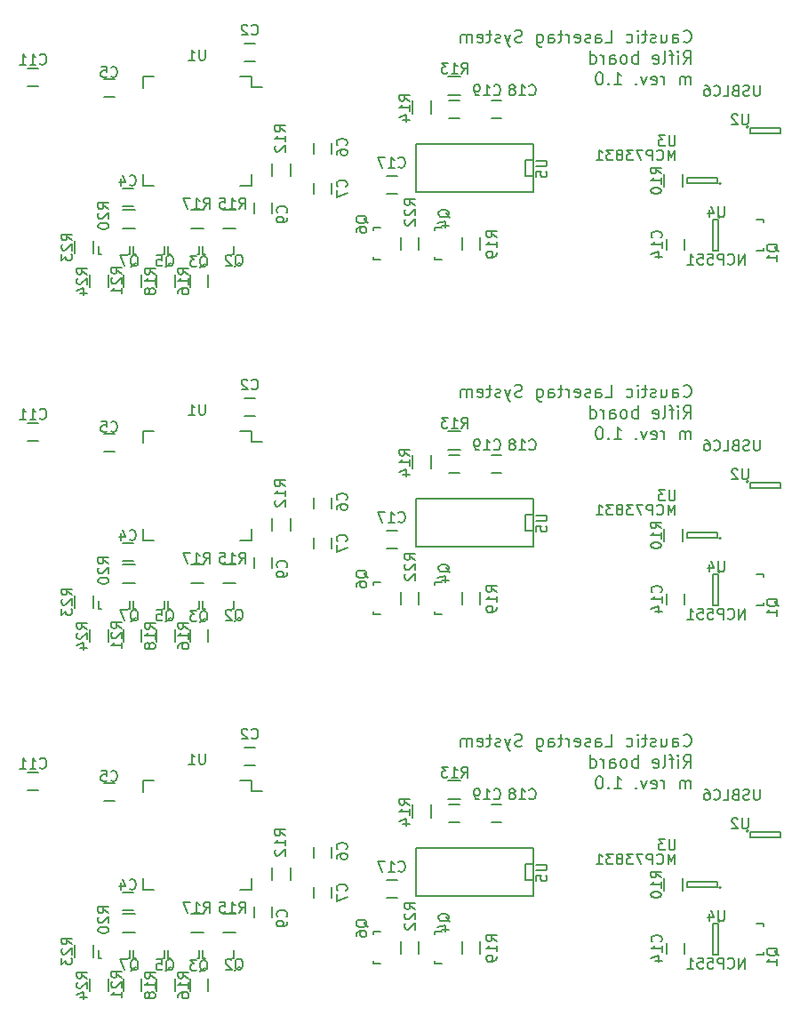
<source format=gbo>
G04 #@! TF.FileFunction,Legend,Bot*
%FSLAX46Y46*%
G04 Gerber Fmt 4.6, Leading zero omitted, Abs format (unit mm)*
G04 Created by KiCad (PCBNEW 4.0.4-stable) date Sun Nov  6 18:52:19 2016*
%MOMM*%
%LPD*%
G01*
G04 APERTURE LIST*
%ADD10C,0.100000*%
%ADD11C,0.200000*%
%ADD12C,0.150000*%
G04 APERTURE END LIST*
D10*
D11*
X95599371Y-98656971D02*
X95656514Y-98714114D01*
X95827943Y-98771257D01*
X95942229Y-98771257D01*
X96113657Y-98714114D01*
X96227943Y-98599829D01*
X96285086Y-98485543D01*
X96342229Y-98256971D01*
X96342229Y-98085543D01*
X96285086Y-97856971D01*
X96227943Y-97742686D01*
X96113657Y-97628400D01*
X95942229Y-97571257D01*
X95827943Y-97571257D01*
X95656514Y-97628400D01*
X95599371Y-97685543D01*
X94570800Y-98771257D02*
X94570800Y-98142686D01*
X94627943Y-98028400D01*
X94742229Y-97971257D01*
X94970800Y-97971257D01*
X95085086Y-98028400D01*
X94570800Y-98714114D02*
X94685086Y-98771257D01*
X94970800Y-98771257D01*
X95085086Y-98714114D01*
X95142229Y-98599829D01*
X95142229Y-98485543D01*
X95085086Y-98371257D01*
X94970800Y-98314114D01*
X94685086Y-98314114D01*
X94570800Y-98256971D01*
X93485086Y-97971257D02*
X93485086Y-98771257D01*
X93999372Y-97971257D02*
X93999372Y-98599829D01*
X93942229Y-98714114D01*
X93827943Y-98771257D01*
X93656515Y-98771257D01*
X93542229Y-98714114D01*
X93485086Y-98656971D01*
X92970801Y-98714114D02*
X92856515Y-98771257D01*
X92627943Y-98771257D01*
X92513658Y-98714114D01*
X92456515Y-98599829D01*
X92456515Y-98542686D01*
X92513658Y-98428400D01*
X92627943Y-98371257D01*
X92799372Y-98371257D01*
X92913658Y-98314114D01*
X92970801Y-98199829D01*
X92970801Y-98142686D01*
X92913658Y-98028400D01*
X92799372Y-97971257D01*
X92627943Y-97971257D01*
X92513658Y-98028400D01*
X92113657Y-97971257D02*
X91656514Y-97971257D01*
X91942229Y-97571257D02*
X91942229Y-98599829D01*
X91885086Y-98714114D01*
X91770800Y-98771257D01*
X91656514Y-98771257D01*
X91256515Y-98771257D02*
X91256515Y-97971257D01*
X91256515Y-97571257D02*
X91313658Y-97628400D01*
X91256515Y-97685543D01*
X91199372Y-97628400D01*
X91256515Y-97571257D01*
X91256515Y-97685543D01*
X90170800Y-98714114D02*
X90285086Y-98771257D01*
X90513657Y-98771257D01*
X90627943Y-98714114D01*
X90685086Y-98656971D01*
X90742229Y-98542686D01*
X90742229Y-98199829D01*
X90685086Y-98085543D01*
X90627943Y-98028400D01*
X90513657Y-97971257D01*
X90285086Y-97971257D01*
X90170800Y-98028400D01*
X88170800Y-98771257D02*
X88742229Y-98771257D01*
X88742229Y-97571257D01*
X87256514Y-98771257D02*
X87256514Y-98142686D01*
X87313657Y-98028400D01*
X87427943Y-97971257D01*
X87656514Y-97971257D01*
X87770800Y-98028400D01*
X87256514Y-98714114D02*
X87370800Y-98771257D01*
X87656514Y-98771257D01*
X87770800Y-98714114D01*
X87827943Y-98599829D01*
X87827943Y-98485543D01*
X87770800Y-98371257D01*
X87656514Y-98314114D01*
X87370800Y-98314114D01*
X87256514Y-98256971D01*
X86742229Y-98714114D02*
X86627943Y-98771257D01*
X86399371Y-98771257D01*
X86285086Y-98714114D01*
X86227943Y-98599829D01*
X86227943Y-98542686D01*
X86285086Y-98428400D01*
X86399371Y-98371257D01*
X86570800Y-98371257D01*
X86685086Y-98314114D01*
X86742229Y-98199829D01*
X86742229Y-98142686D01*
X86685086Y-98028400D01*
X86570800Y-97971257D01*
X86399371Y-97971257D01*
X86285086Y-98028400D01*
X85256514Y-98714114D02*
X85370800Y-98771257D01*
X85599371Y-98771257D01*
X85713657Y-98714114D01*
X85770800Y-98599829D01*
X85770800Y-98142686D01*
X85713657Y-98028400D01*
X85599371Y-97971257D01*
X85370800Y-97971257D01*
X85256514Y-98028400D01*
X85199371Y-98142686D01*
X85199371Y-98256971D01*
X85770800Y-98371257D01*
X84685086Y-98771257D02*
X84685086Y-97971257D01*
X84685086Y-98199829D02*
X84627943Y-98085543D01*
X84570800Y-98028400D01*
X84456514Y-97971257D01*
X84342229Y-97971257D01*
X84113657Y-97971257D02*
X83656514Y-97971257D01*
X83942229Y-97571257D02*
X83942229Y-98599829D01*
X83885086Y-98714114D01*
X83770800Y-98771257D01*
X83656514Y-98771257D01*
X82742229Y-98771257D02*
X82742229Y-98142686D01*
X82799372Y-98028400D01*
X82913658Y-97971257D01*
X83142229Y-97971257D01*
X83256515Y-98028400D01*
X82742229Y-98714114D02*
X82856515Y-98771257D01*
X83142229Y-98771257D01*
X83256515Y-98714114D01*
X83313658Y-98599829D01*
X83313658Y-98485543D01*
X83256515Y-98371257D01*
X83142229Y-98314114D01*
X82856515Y-98314114D01*
X82742229Y-98256971D01*
X81656515Y-97971257D02*
X81656515Y-98942686D01*
X81713658Y-99056971D01*
X81770801Y-99114114D01*
X81885086Y-99171257D01*
X82056515Y-99171257D01*
X82170801Y-99114114D01*
X81656515Y-98714114D02*
X81770801Y-98771257D01*
X81999372Y-98771257D01*
X82113658Y-98714114D01*
X82170801Y-98656971D01*
X82227944Y-98542686D01*
X82227944Y-98199829D01*
X82170801Y-98085543D01*
X82113658Y-98028400D01*
X81999372Y-97971257D01*
X81770801Y-97971257D01*
X81656515Y-98028400D01*
X80227944Y-98714114D02*
X80056515Y-98771257D01*
X79770801Y-98771257D01*
X79656515Y-98714114D01*
X79599372Y-98656971D01*
X79542229Y-98542686D01*
X79542229Y-98428400D01*
X79599372Y-98314114D01*
X79656515Y-98256971D01*
X79770801Y-98199829D01*
X79999372Y-98142686D01*
X80113658Y-98085543D01*
X80170801Y-98028400D01*
X80227944Y-97914114D01*
X80227944Y-97799829D01*
X80170801Y-97685543D01*
X80113658Y-97628400D01*
X79999372Y-97571257D01*
X79713658Y-97571257D01*
X79542229Y-97628400D01*
X79142229Y-97971257D02*
X78856515Y-98771257D01*
X78570801Y-97971257D02*
X78856515Y-98771257D01*
X78970801Y-99056971D01*
X79027944Y-99114114D01*
X79142229Y-99171257D01*
X78170801Y-98714114D02*
X78056515Y-98771257D01*
X77827943Y-98771257D01*
X77713658Y-98714114D01*
X77656515Y-98599829D01*
X77656515Y-98542686D01*
X77713658Y-98428400D01*
X77827943Y-98371257D01*
X77999372Y-98371257D01*
X78113658Y-98314114D01*
X78170801Y-98199829D01*
X78170801Y-98142686D01*
X78113658Y-98028400D01*
X77999372Y-97971257D01*
X77827943Y-97971257D01*
X77713658Y-98028400D01*
X77313657Y-97971257D02*
X76856514Y-97971257D01*
X77142229Y-97571257D02*
X77142229Y-98599829D01*
X77085086Y-98714114D01*
X76970800Y-98771257D01*
X76856514Y-98771257D01*
X75999372Y-98714114D02*
X76113658Y-98771257D01*
X76342229Y-98771257D01*
X76456515Y-98714114D01*
X76513658Y-98599829D01*
X76513658Y-98142686D01*
X76456515Y-98028400D01*
X76342229Y-97971257D01*
X76113658Y-97971257D01*
X75999372Y-98028400D01*
X75942229Y-98142686D01*
X75942229Y-98256971D01*
X76513658Y-98371257D01*
X75427944Y-98771257D02*
X75427944Y-97971257D01*
X75427944Y-98085543D02*
X75370801Y-98028400D01*
X75256515Y-97971257D01*
X75085087Y-97971257D01*
X74970801Y-98028400D01*
X74913658Y-98142686D01*
X74913658Y-98771257D01*
X74913658Y-98142686D02*
X74856515Y-98028400D01*
X74742229Y-97971257D01*
X74570801Y-97971257D01*
X74456515Y-98028400D01*
X74399372Y-98142686D01*
X74399372Y-98771257D01*
X95599371Y-100771257D02*
X95999371Y-100199829D01*
X96285086Y-100771257D02*
X96285086Y-99571257D01*
X95827943Y-99571257D01*
X95713657Y-99628400D01*
X95656514Y-99685543D01*
X95599371Y-99799829D01*
X95599371Y-99971257D01*
X95656514Y-100085543D01*
X95713657Y-100142686D01*
X95827943Y-100199829D01*
X96285086Y-100199829D01*
X95085086Y-100771257D02*
X95085086Y-99971257D01*
X95085086Y-99571257D02*
X95142229Y-99628400D01*
X95085086Y-99685543D01*
X95027943Y-99628400D01*
X95085086Y-99571257D01*
X95085086Y-99685543D01*
X94685085Y-99971257D02*
X94227942Y-99971257D01*
X94513657Y-100771257D02*
X94513657Y-99742686D01*
X94456514Y-99628400D01*
X94342228Y-99571257D01*
X94227942Y-99571257D01*
X93656514Y-100771257D02*
X93770800Y-100714114D01*
X93827943Y-100599829D01*
X93827943Y-99571257D01*
X92742229Y-100714114D02*
X92856515Y-100771257D01*
X93085086Y-100771257D01*
X93199372Y-100714114D01*
X93256515Y-100599829D01*
X93256515Y-100142686D01*
X93199372Y-100028400D01*
X93085086Y-99971257D01*
X92856515Y-99971257D01*
X92742229Y-100028400D01*
X92685086Y-100142686D01*
X92685086Y-100256971D01*
X93256515Y-100371257D01*
X91256515Y-100771257D02*
X91256515Y-99571257D01*
X91256515Y-100028400D02*
X91142229Y-99971257D01*
X90913658Y-99971257D01*
X90799372Y-100028400D01*
X90742229Y-100085543D01*
X90685086Y-100199829D01*
X90685086Y-100542686D01*
X90742229Y-100656971D01*
X90799372Y-100714114D01*
X90913658Y-100771257D01*
X91142229Y-100771257D01*
X91256515Y-100714114D01*
X89999372Y-100771257D02*
X90113658Y-100714114D01*
X90170801Y-100656971D01*
X90227944Y-100542686D01*
X90227944Y-100199829D01*
X90170801Y-100085543D01*
X90113658Y-100028400D01*
X89999372Y-99971257D01*
X89827944Y-99971257D01*
X89713658Y-100028400D01*
X89656515Y-100085543D01*
X89599372Y-100199829D01*
X89599372Y-100542686D01*
X89656515Y-100656971D01*
X89713658Y-100714114D01*
X89827944Y-100771257D01*
X89999372Y-100771257D01*
X88570801Y-100771257D02*
X88570801Y-100142686D01*
X88627944Y-100028400D01*
X88742230Y-99971257D01*
X88970801Y-99971257D01*
X89085087Y-100028400D01*
X88570801Y-100714114D02*
X88685087Y-100771257D01*
X88970801Y-100771257D01*
X89085087Y-100714114D01*
X89142230Y-100599829D01*
X89142230Y-100485543D01*
X89085087Y-100371257D01*
X88970801Y-100314114D01*
X88685087Y-100314114D01*
X88570801Y-100256971D01*
X87999373Y-100771257D02*
X87999373Y-99971257D01*
X87999373Y-100199829D02*
X87942230Y-100085543D01*
X87885087Y-100028400D01*
X87770801Y-99971257D01*
X87656516Y-99971257D01*
X86742230Y-100771257D02*
X86742230Y-99571257D01*
X86742230Y-100714114D02*
X86856516Y-100771257D01*
X87085087Y-100771257D01*
X87199373Y-100714114D01*
X87256516Y-100656971D01*
X87313659Y-100542686D01*
X87313659Y-100199829D01*
X87256516Y-100085543D01*
X87199373Y-100028400D01*
X87085087Y-99971257D01*
X86856516Y-99971257D01*
X86742230Y-100028400D01*
X96285086Y-102771257D02*
X96285086Y-101971257D01*
X96285086Y-102085543D02*
X96227943Y-102028400D01*
X96113657Y-101971257D01*
X95942229Y-101971257D01*
X95827943Y-102028400D01*
X95770800Y-102142686D01*
X95770800Y-102771257D01*
X95770800Y-102142686D02*
X95713657Y-102028400D01*
X95599371Y-101971257D01*
X95427943Y-101971257D01*
X95313657Y-102028400D01*
X95256514Y-102142686D01*
X95256514Y-102771257D01*
X93770800Y-102771257D02*
X93770800Y-101971257D01*
X93770800Y-102199829D02*
X93713657Y-102085543D01*
X93656514Y-102028400D01*
X93542228Y-101971257D01*
X93427943Y-101971257D01*
X92570800Y-102714114D02*
X92685086Y-102771257D01*
X92913657Y-102771257D01*
X93027943Y-102714114D01*
X93085086Y-102599829D01*
X93085086Y-102142686D01*
X93027943Y-102028400D01*
X92913657Y-101971257D01*
X92685086Y-101971257D01*
X92570800Y-102028400D01*
X92513657Y-102142686D01*
X92513657Y-102256971D01*
X93085086Y-102371257D01*
X92113657Y-101971257D02*
X91827943Y-102771257D01*
X91542229Y-101971257D01*
X91085086Y-102656971D02*
X91027943Y-102714114D01*
X91085086Y-102771257D01*
X91142229Y-102714114D01*
X91085086Y-102656971D01*
X91085086Y-102771257D01*
X88970799Y-102771257D02*
X89656514Y-102771257D01*
X89313656Y-102771257D02*
X89313656Y-101571257D01*
X89427942Y-101742686D01*
X89542228Y-101856971D01*
X89656514Y-101914114D01*
X88456514Y-102656971D02*
X88399371Y-102714114D01*
X88456514Y-102771257D01*
X88513657Y-102714114D01*
X88456514Y-102656971D01*
X88456514Y-102771257D01*
X87656513Y-101571257D02*
X87542228Y-101571257D01*
X87427942Y-101628400D01*
X87370799Y-101685543D01*
X87313656Y-101799829D01*
X87256513Y-102028400D01*
X87256513Y-102314114D01*
X87313656Y-102542686D01*
X87370799Y-102656971D01*
X87427942Y-102714114D01*
X87542228Y-102771257D01*
X87656513Y-102771257D01*
X87770799Y-102714114D01*
X87827942Y-102656971D01*
X87885085Y-102542686D01*
X87942228Y-102314114D01*
X87942228Y-102028400D01*
X87885085Y-101799829D01*
X87827942Y-101685543D01*
X87770799Y-101628400D01*
X87656513Y-101571257D01*
X95599371Y-65382971D02*
X95656514Y-65440114D01*
X95827943Y-65497257D01*
X95942229Y-65497257D01*
X96113657Y-65440114D01*
X96227943Y-65325829D01*
X96285086Y-65211543D01*
X96342229Y-64982971D01*
X96342229Y-64811543D01*
X96285086Y-64582971D01*
X96227943Y-64468686D01*
X96113657Y-64354400D01*
X95942229Y-64297257D01*
X95827943Y-64297257D01*
X95656514Y-64354400D01*
X95599371Y-64411543D01*
X94570800Y-65497257D02*
X94570800Y-64868686D01*
X94627943Y-64754400D01*
X94742229Y-64697257D01*
X94970800Y-64697257D01*
X95085086Y-64754400D01*
X94570800Y-65440114D02*
X94685086Y-65497257D01*
X94970800Y-65497257D01*
X95085086Y-65440114D01*
X95142229Y-65325829D01*
X95142229Y-65211543D01*
X95085086Y-65097257D01*
X94970800Y-65040114D01*
X94685086Y-65040114D01*
X94570800Y-64982971D01*
X93485086Y-64697257D02*
X93485086Y-65497257D01*
X93999372Y-64697257D02*
X93999372Y-65325829D01*
X93942229Y-65440114D01*
X93827943Y-65497257D01*
X93656515Y-65497257D01*
X93542229Y-65440114D01*
X93485086Y-65382971D01*
X92970801Y-65440114D02*
X92856515Y-65497257D01*
X92627943Y-65497257D01*
X92513658Y-65440114D01*
X92456515Y-65325829D01*
X92456515Y-65268686D01*
X92513658Y-65154400D01*
X92627943Y-65097257D01*
X92799372Y-65097257D01*
X92913658Y-65040114D01*
X92970801Y-64925829D01*
X92970801Y-64868686D01*
X92913658Y-64754400D01*
X92799372Y-64697257D01*
X92627943Y-64697257D01*
X92513658Y-64754400D01*
X92113657Y-64697257D02*
X91656514Y-64697257D01*
X91942229Y-64297257D02*
X91942229Y-65325829D01*
X91885086Y-65440114D01*
X91770800Y-65497257D01*
X91656514Y-65497257D01*
X91256515Y-65497257D02*
X91256515Y-64697257D01*
X91256515Y-64297257D02*
X91313658Y-64354400D01*
X91256515Y-64411543D01*
X91199372Y-64354400D01*
X91256515Y-64297257D01*
X91256515Y-64411543D01*
X90170800Y-65440114D02*
X90285086Y-65497257D01*
X90513657Y-65497257D01*
X90627943Y-65440114D01*
X90685086Y-65382971D01*
X90742229Y-65268686D01*
X90742229Y-64925829D01*
X90685086Y-64811543D01*
X90627943Y-64754400D01*
X90513657Y-64697257D01*
X90285086Y-64697257D01*
X90170800Y-64754400D01*
X88170800Y-65497257D02*
X88742229Y-65497257D01*
X88742229Y-64297257D01*
X87256514Y-65497257D02*
X87256514Y-64868686D01*
X87313657Y-64754400D01*
X87427943Y-64697257D01*
X87656514Y-64697257D01*
X87770800Y-64754400D01*
X87256514Y-65440114D02*
X87370800Y-65497257D01*
X87656514Y-65497257D01*
X87770800Y-65440114D01*
X87827943Y-65325829D01*
X87827943Y-65211543D01*
X87770800Y-65097257D01*
X87656514Y-65040114D01*
X87370800Y-65040114D01*
X87256514Y-64982971D01*
X86742229Y-65440114D02*
X86627943Y-65497257D01*
X86399371Y-65497257D01*
X86285086Y-65440114D01*
X86227943Y-65325829D01*
X86227943Y-65268686D01*
X86285086Y-65154400D01*
X86399371Y-65097257D01*
X86570800Y-65097257D01*
X86685086Y-65040114D01*
X86742229Y-64925829D01*
X86742229Y-64868686D01*
X86685086Y-64754400D01*
X86570800Y-64697257D01*
X86399371Y-64697257D01*
X86285086Y-64754400D01*
X85256514Y-65440114D02*
X85370800Y-65497257D01*
X85599371Y-65497257D01*
X85713657Y-65440114D01*
X85770800Y-65325829D01*
X85770800Y-64868686D01*
X85713657Y-64754400D01*
X85599371Y-64697257D01*
X85370800Y-64697257D01*
X85256514Y-64754400D01*
X85199371Y-64868686D01*
X85199371Y-64982971D01*
X85770800Y-65097257D01*
X84685086Y-65497257D02*
X84685086Y-64697257D01*
X84685086Y-64925829D02*
X84627943Y-64811543D01*
X84570800Y-64754400D01*
X84456514Y-64697257D01*
X84342229Y-64697257D01*
X84113657Y-64697257D02*
X83656514Y-64697257D01*
X83942229Y-64297257D02*
X83942229Y-65325829D01*
X83885086Y-65440114D01*
X83770800Y-65497257D01*
X83656514Y-65497257D01*
X82742229Y-65497257D02*
X82742229Y-64868686D01*
X82799372Y-64754400D01*
X82913658Y-64697257D01*
X83142229Y-64697257D01*
X83256515Y-64754400D01*
X82742229Y-65440114D02*
X82856515Y-65497257D01*
X83142229Y-65497257D01*
X83256515Y-65440114D01*
X83313658Y-65325829D01*
X83313658Y-65211543D01*
X83256515Y-65097257D01*
X83142229Y-65040114D01*
X82856515Y-65040114D01*
X82742229Y-64982971D01*
X81656515Y-64697257D02*
X81656515Y-65668686D01*
X81713658Y-65782971D01*
X81770801Y-65840114D01*
X81885086Y-65897257D01*
X82056515Y-65897257D01*
X82170801Y-65840114D01*
X81656515Y-65440114D02*
X81770801Y-65497257D01*
X81999372Y-65497257D01*
X82113658Y-65440114D01*
X82170801Y-65382971D01*
X82227944Y-65268686D01*
X82227944Y-64925829D01*
X82170801Y-64811543D01*
X82113658Y-64754400D01*
X81999372Y-64697257D01*
X81770801Y-64697257D01*
X81656515Y-64754400D01*
X80227944Y-65440114D02*
X80056515Y-65497257D01*
X79770801Y-65497257D01*
X79656515Y-65440114D01*
X79599372Y-65382971D01*
X79542229Y-65268686D01*
X79542229Y-65154400D01*
X79599372Y-65040114D01*
X79656515Y-64982971D01*
X79770801Y-64925829D01*
X79999372Y-64868686D01*
X80113658Y-64811543D01*
X80170801Y-64754400D01*
X80227944Y-64640114D01*
X80227944Y-64525829D01*
X80170801Y-64411543D01*
X80113658Y-64354400D01*
X79999372Y-64297257D01*
X79713658Y-64297257D01*
X79542229Y-64354400D01*
X79142229Y-64697257D02*
X78856515Y-65497257D01*
X78570801Y-64697257D02*
X78856515Y-65497257D01*
X78970801Y-65782971D01*
X79027944Y-65840114D01*
X79142229Y-65897257D01*
X78170801Y-65440114D02*
X78056515Y-65497257D01*
X77827943Y-65497257D01*
X77713658Y-65440114D01*
X77656515Y-65325829D01*
X77656515Y-65268686D01*
X77713658Y-65154400D01*
X77827943Y-65097257D01*
X77999372Y-65097257D01*
X78113658Y-65040114D01*
X78170801Y-64925829D01*
X78170801Y-64868686D01*
X78113658Y-64754400D01*
X77999372Y-64697257D01*
X77827943Y-64697257D01*
X77713658Y-64754400D01*
X77313657Y-64697257D02*
X76856514Y-64697257D01*
X77142229Y-64297257D02*
X77142229Y-65325829D01*
X77085086Y-65440114D01*
X76970800Y-65497257D01*
X76856514Y-65497257D01*
X75999372Y-65440114D02*
X76113658Y-65497257D01*
X76342229Y-65497257D01*
X76456515Y-65440114D01*
X76513658Y-65325829D01*
X76513658Y-64868686D01*
X76456515Y-64754400D01*
X76342229Y-64697257D01*
X76113658Y-64697257D01*
X75999372Y-64754400D01*
X75942229Y-64868686D01*
X75942229Y-64982971D01*
X76513658Y-65097257D01*
X75427944Y-65497257D02*
X75427944Y-64697257D01*
X75427944Y-64811543D02*
X75370801Y-64754400D01*
X75256515Y-64697257D01*
X75085087Y-64697257D01*
X74970801Y-64754400D01*
X74913658Y-64868686D01*
X74913658Y-65497257D01*
X74913658Y-64868686D02*
X74856515Y-64754400D01*
X74742229Y-64697257D01*
X74570801Y-64697257D01*
X74456515Y-64754400D01*
X74399372Y-64868686D01*
X74399372Y-65497257D01*
X95599371Y-67497257D02*
X95999371Y-66925829D01*
X96285086Y-67497257D02*
X96285086Y-66297257D01*
X95827943Y-66297257D01*
X95713657Y-66354400D01*
X95656514Y-66411543D01*
X95599371Y-66525829D01*
X95599371Y-66697257D01*
X95656514Y-66811543D01*
X95713657Y-66868686D01*
X95827943Y-66925829D01*
X96285086Y-66925829D01*
X95085086Y-67497257D02*
X95085086Y-66697257D01*
X95085086Y-66297257D02*
X95142229Y-66354400D01*
X95085086Y-66411543D01*
X95027943Y-66354400D01*
X95085086Y-66297257D01*
X95085086Y-66411543D01*
X94685085Y-66697257D02*
X94227942Y-66697257D01*
X94513657Y-67497257D02*
X94513657Y-66468686D01*
X94456514Y-66354400D01*
X94342228Y-66297257D01*
X94227942Y-66297257D01*
X93656514Y-67497257D02*
X93770800Y-67440114D01*
X93827943Y-67325829D01*
X93827943Y-66297257D01*
X92742229Y-67440114D02*
X92856515Y-67497257D01*
X93085086Y-67497257D01*
X93199372Y-67440114D01*
X93256515Y-67325829D01*
X93256515Y-66868686D01*
X93199372Y-66754400D01*
X93085086Y-66697257D01*
X92856515Y-66697257D01*
X92742229Y-66754400D01*
X92685086Y-66868686D01*
X92685086Y-66982971D01*
X93256515Y-67097257D01*
X91256515Y-67497257D02*
X91256515Y-66297257D01*
X91256515Y-66754400D02*
X91142229Y-66697257D01*
X90913658Y-66697257D01*
X90799372Y-66754400D01*
X90742229Y-66811543D01*
X90685086Y-66925829D01*
X90685086Y-67268686D01*
X90742229Y-67382971D01*
X90799372Y-67440114D01*
X90913658Y-67497257D01*
X91142229Y-67497257D01*
X91256515Y-67440114D01*
X89999372Y-67497257D02*
X90113658Y-67440114D01*
X90170801Y-67382971D01*
X90227944Y-67268686D01*
X90227944Y-66925829D01*
X90170801Y-66811543D01*
X90113658Y-66754400D01*
X89999372Y-66697257D01*
X89827944Y-66697257D01*
X89713658Y-66754400D01*
X89656515Y-66811543D01*
X89599372Y-66925829D01*
X89599372Y-67268686D01*
X89656515Y-67382971D01*
X89713658Y-67440114D01*
X89827944Y-67497257D01*
X89999372Y-67497257D01*
X88570801Y-67497257D02*
X88570801Y-66868686D01*
X88627944Y-66754400D01*
X88742230Y-66697257D01*
X88970801Y-66697257D01*
X89085087Y-66754400D01*
X88570801Y-67440114D02*
X88685087Y-67497257D01*
X88970801Y-67497257D01*
X89085087Y-67440114D01*
X89142230Y-67325829D01*
X89142230Y-67211543D01*
X89085087Y-67097257D01*
X88970801Y-67040114D01*
X88685087Y-67040114D01*
X88570801Y-66982971D01*
X87999373Y-67497257D02*
X87999373Y-66697257D01*
X87999373Y-66925829D02*
X87942230Y-66811543D01*
X87885087Y-66754400D01*
X87770801Y-66697257D01*
X87656516Y-66697257D01*
X86742230Y-67497257D02*
X86742230Y-66297257D01*
X86742230Y-67440114D02*
X86856516Y-67497257D01*
X87085087Y-67497257D01*
X87199373Y-67440114D01*
X87256516Y-67382971D01*
X87313659Y-67268686D01*
X87313659Y-66925829D01*
X87256516Y-66811543D01*
X87199373Y-66754400D01*
X87085087Y-66697257D01*
X86856516Y-66697257D01*
X86742230Y-66754400D01*
X96285086Y-69497257D02*
X96285086Y-68697257D01*
X96285086Y-68811543D02*
X96227943Y-68754400D01*
X96113657Y-68697257D01*
X95942229Y-68697257D01*
X95827943Y-68754400D01*
X95770800Y-68868686D01*
X95770800Y-69497257D01*
X95770800Y-68868686D02*
X95713657Y-68754400D01*
X95599371Y-68697257D01*
X95427943Y-68697257D01*
X95313657Y-68754400D01*
X95256514Y-68868686D01*
X95256514Y-69497257D01*
X93770800Y-69497257D02*
X93770800Y-68697257D01*
X93770800Y-68925829D02*
X93713657Y-68811543D01*
X93656514Y-68754400D01*
X93542228Y-68697257D01*
X93427943Y-68697257D01*
X92570800Y-69440114D02*
X92685086Y-69497257D01*
X92913657Y-69497257D01*
X93027943Y-69440114D01*
X93085086Y-69325829D01*
X93085086Y-68868686D01*
X93027943Y-68754400D01*
X92913657Y-68697257D01*
X92685086Y-68697257D01*
X92570800Y-68754400D01*
X92513657Y-68868686D01*
X92513657Y-68982971D01*
X93085086Y-69097257D01*
X92113657Y-68697257D02*
X91827943Y-69497257D01*
X91542229Y-68697257D01*
X91085086Y-69382971D02*
X91027943Y-69440114D01*
X91085086Y-69497257D01*
X91142229Y-69440114D01*
X91085086Y-69382971D01*
X91085086Y-69497257D01*
X88970799Y-69497257D02*
X89656514Y-69497257D01*
X89313656Y-69497257D02*
X89313656Y-68297257D01*
X89427942Y-68468686D01*
X89542228Y-68582971D01*
X89656514Y-68640114D01*
X88456514Y-69382971D02*
X88399371Y-69440114D01*
X88456514Y-69497257D01*
X88513657Y-69440114D01*
X88456514Y-69382971D01*
X88456514Y-69497257D01*
X87656513Y-68297257D02*
X87542228Y-68297257D01*
X87427942Y-68354400D01*
X87370799Y-68411543D01*
X87313656Y-68525829D01*
X87256513Y-68754400D01*
X87256513Y-69040114D01*
X87313656Y-69268686D01*
X87370799Y-69382971D01*
X87427942Y-69440114D01*
X87542228Y-69497257D01*
X87656513Y-69497257D01*
X87770799Y-69440114D01*
X87827942Y-69382971D01*
X87885085Y-69268686D01*
X87942228Y-69040114D01*
X87942228Y-68754400D01*
X87885085Y-68525829D01*
X87827942Y-68411543D01*
X87770799Y-68354400D01*
X87656513Y-68297257D01*
X95599371Y-31600971D02*
X95656514Y-31658114D01*
X95827943Y-31715257D01*
X95942229Y-31715257D01*
X96113657Y-31658114D01*
X96227943Y-31543829D01*
X96285086Y-31429543D01*
X96342229Y-31200971D01*
X96342229Y-31029543D01*
X96285086Y-30800971D01*
X96227943Y-30686686D01*
X96113657Y-30572400D01*
X95942229Y-30515257D01*
X95827943Y-30515257D01*
X95656514Y-30572400D01*
X95599371Y-30629543D01*
X94570800Y-31715257D02*
X94570800Y-31086686D01*
X94627943Y-30972400D01*
X94742229Y-30915257D01*
X94970800Y-30915257D01*
X95085086Y-30972400D01*
X94570800Y-31658114D02*
X94685086Y-31715257D01*
X94970800Y-31715257D01*
X95085086Y-31658114D01*
X95142229Y-31543829D01*
X95142229Y-31429543D01*
X95085086Y-31315257D01*
X94970800Y-31258114D01*
X94685086Y-31258114D01*
X94570800Y-31200971D01*
X93485086Y-30915257D02*
X93485086Y-31715257D01*
X93999372Y-30915257D02*
X93999372Y-31543829D01*
X93942229Y-31658114D01*
X93827943Y-31715257D01*
X93656515Y-31715257D01*
X93542229Y-31658114D01*
X93485086Y-31600971D01*
X92970801Y-31658114D02*
X92856515Y-31715257D01*
X92627943Y-31715257D01*
X92513658Y-31658114D01*
X92456515Y-31543829D01*
X92456515Y-31486686D01*
X92513658Y-31372400D01*
X92627943Y-31315257D01*
X92799372Y-31315257D01*
X92913658Y-31258114D01*
X92970801Y-31143829D01*
X92970801Y-31086686D01*
X92913658Y-30972400D01*
X92799372Y-30915257D01*
X92627943Y-30915257D01*
X92513658Y-30972400D01*
X92113657Y-30915257D02*
X91656514Y-30915257D01*
X91942229Y-30515257D02*
X91942229Y-31543829D01*
X91885086Y-31658114D01*
X91770800Y-31715257D01*
X91656514Y-31715257D01*
X91256515Y-31715257D02*
X91256515Y-30915257D01*
X91256515Y-30515257D02*
X91313658Y-30572400D01*
X91256515Y-30629543D01*
X91199372Y-30572400D01*
X91256515Y-30515257D01*
X91256515Y-30629543D01*
X90170800Y-31658114D02*
X90285086Y-31715257D01*
X90513657Y-31715257D01*
X90627943Y-31658114D01*
X90685086Y-31600971D01*
X90742229Y-31486686D01*
X90742229Y-31143829D01*
X90685086Y-31029543D01*
X90627943Y-30972400D01*
X90513657Y-30915257D01*
X90285086Y-30915257D01*
X90170800Y-30972400D01*
X88170800Y-31715257D02*
X88742229Y-31715257D01*
X88742229Y-30515257D01*
X87256514Y-31715257D02*
X87256514Y-31086686D01*
X87313657Y-30972400D01*
X87427943Y-30915257D01*
X87656514Y-30915257D01*
X87770800Y-30972400D01*
X87256514Y-31658114D02*
X87370800Y-31715257D01*
X87656514Y-31715257D01*
X87770800Y-31658114D01*
X87827943Y-31543829D01*
X87827943Y-31429543D01*
X87770800Y-31315257D01*
X87656514Y-31258114D01*
X87370800Y-31258114D01*
X87256514Y-31200971D01*
X86742229Y-31658114D02*
X86627943Y-31715257D01*
X86399371Y-31715257D01*
X86285086Y-31658114D01*
X86227943Y-31543829D01*
X86227943Y-31486686D01*
X86285086Y-31372400D01*
X86399371Y-31315257D01*
X86570800Y-31315257D01*
X86685086Y-31258114D01*
X86742229Y-31143829D01*
X86742229Y-31086686D01*
X86685086Y-30972400D01*
X86570800Y-30915257D01*
X86399371Y-30915257D01*
X86285086Y-30972400D01*
X85256514Y-31658114D02*
X85370800Y-31715257D01*
X85599371Y-31715257D01*
X85713657Y-31658114D01*
X85770800Y-31543829D01*
X85770800Y-31086686D01*
X85713657Y-30972400D01*
X85599371Y-30915257D01*
X85370800Y-30915257D01*
X85256514Y-30972400D01*
X85199371Y-31086686D01*
X85199371Y-31200971D01*
X85770800Y-31315257D01*
X84685086Y-31715257D02*
X84685086Y-30915257D01*
X84685086Y-31143829D02*
X84627943Y-31029543D01*
X84570800Y-30972400D01*
X84456514Y-30915257D01*
X84342229Y-30915257D01*
X84113657Y-30915257D02*
X83656514Y-30915257D01*
X83942229Y-30515257D02*
X83942229Y-31543829D01*
X83885086Y-31658114D01*
X83770800Y-31715257D01*
X83656514Y-31715257D01*
X82742229Y-31715257D02*
X82742229Y-31086686D01*
X82799372Y-30972400D01*
X82913658Y-30915257D01*
X83142229Y-30915257D01*
X83256515Y-30972400D01*
X82742229Y-31658114D02*
X82856515Y-31715257D01*
X83142229Y-31715257D01*
X83256515Y-31658114D01*
X83313658Y-31543829D01*
X83313658Y-31429543D01*
X83256515Y-31315257D01*
X83142229Y-31258114D01*
X82856515Y-31258114D01*
X82742229Y-31200971D01*
X81656515Y-30915257D02*
X81656515Y-31886686D01*
X81713658Y-32000971D01*
X81770801Y-32058114D01*
X81885086Y-32115257D01*
X82056515Y-32115257D01*
X82170801Y-32058114D01*
X81656515Y-31658114D02*
X81770801Y-31715257D01*
X81999372Y-31715257D01*
X82113658Y-31658114D01*
X82170801Y-31600971D01*
X82227944Y-31486686D01*
X82227944Y-31143829D01*
X82170801Y-31029543D01*
X82113658Y-30972400D01*
X81999372Y-30915257D01*
X81770801Y-30915257D01*
X81656515Y-30972400D01*
X80227944Y-31658114D02*
X80056515Y-31715257D01*
X79770801Y-31715257D01*
X79656515Y-31658114D01*
X79599372Y-31600971D01*
X79542229Y-31486686D01*
X79542229Y-31372400D01*
X79599372Y-31258114D01*
X79656515Y-31200971D01*
X79770801Y-31143829D01*
X79999372Y-31086686D01*
X80113658Y-31029543D01*
X80170801Y-30972400D01*
X80227944Y-30858114D01*
X80227944Y-30743829D01*
X80170801Y-30629543D01*
X80113658Y-30572400D01*
X79999372Y-30515257D01*
X79713658Y-30515257D01*
X79542229Y-30572400D01*
X79142229Y-30915257D02*
X78856515Y-31715257D01*
X78570801Y-30915257D02*
X78856515Y-31715257D01*
X78970801Y-32000971D01*
X79027944Y-32058114D01*
X79142229Y-32115257D01*
X78170801Y-31658114D02*
X78056515Y-31715257D01*
X77827943Y-31715257D01*
X77713658Y-31658114D01*
X77656515Y-31543829D01*
X77656515Y-31486686D01*
X77713658Y-31372400D01*
X77827943Y-31315257D01*
X77999372Y-31315257D01*
X78113658Y-31258114D01*
X78170801Y-31143829D01*
X78170801Y-31086686D01*
X78113658Y-30972400D01*
X77999372Y-30915257D01*
X77827943Y-30915257D01*
X77713658Y-30972400D01*
X77313657Y-30915257D02*
X76856514Y-30915257D01*
X77142229Y-30515257D02*
X77142229Y-31543829D01*
X77085086Y-31658114D01*
X76970800Y-31715257D01*
X76856514Y-31715257D01*
X75999372Y-31658114D02*
X76113658Y-31715257D01*
X76342229Y-31715257D01*
X76456515Y-31658114D01*
X76513658Y-31543829D01*
X76513658Y-31086686D01*
X76456515Y-30972400D01*
X76342229Y-30915257D01*
X76113658Y-30915257D01*
X75999372Y-30972400D01*
X75942229Y-31086686D01*
X75942229Y-31200971D01*
X76513658Y-31315257D01*
X75427944Y-31715257D02*
X75427944Y-30915257D01*
X75427944Y-31029543D02*
X75370801Y-30972400D01*
X75256515Y-30915257D01*
X75085087Y-30915257D01*
X74970801Y-30972400D01*
X74913658Y-31086686D01*
X74913658Y-31715257D01*
X74913658Y-31086686D02*
X74856515Y-30972400D01*
X74742229Y-30915257D01*
X74570801Y-30915257D01*
X74456515Y-30972400D01*
X74399372Y-31086686D01*
X74399372Y-31715257D01*
X95599371Y-33715257D02*
X95999371Y-33143829D01*
X96285086Y-33715257D02*
X96285086Y-32515257D01*
X95827943Y-32515257D01*
X95713657Y-32572400D01*
X95656514Y-32629543D01*
X95599371Y-32743829D01*
X95599371Y-32915257D01*
X95656514Y-33029543D01*
X95713657Y-33086686D01*
X95827943Y-33143829D01*
X96285086Y-33143829D01*
X95085086Y-33715257D02*
X95085086Y-32915257D01*
X95085086Y-32515257D02*
X95142229Y-32572400D01*
X95085086Y-32629543D01*
X95027943Y-32572400D01*
X95085086Y-32515257D01*
X95085086Y-32629543D01*
X94685085Y-32915257D02*
X94227942Y-32915257D01*
X94513657Y-33715257D02*
X94513657Y-32686686D01*
X94456514Y-32572400D01*
X94342228Y-32515257D01*
X94227942Y-32515257D01*
X93656514Y-33715257D02*
X93770800Y-33658114D01*
X93827943Y-33543829D01*
X93827943Y-32515257D01*
X92742229Y-33658114D02*
X92856515Y-33715257D01*
X93085086Y-33715257D01*
X93199372Y-33658114D01*
X93256515Y-33543829D01*
X93256515Y-33086686D01*
X93199372Y-32972400D01*
X93085086Y-32915257D01*
X92856515Y-32915257D01*
X92742229Y-32972400D01*
X92685086Y-33086686D01*
X92685086Y-33200971D01*
X93256515Y-33315257D01*
X91256515Y-33715257D02*
X91256515Y-32515257D01*
X91256515Y-32972400D02*
X91142229Y-32915257D01*
X90913658Y-32915257D01*
X90799372Y-32972400D01*
X90742229Y-33029543D01*
X90685086Y-33143829D01*
X90685086Y-33486686D01*
X90742229Y-33600971D01*
X90799372Y-33658114D01*
X90913658Y-33715257D01*
X91142229Y-33715257D01*
X91256515Y-33658114D01*
X89999372Y-33715257D02*
X90113658Y-33658114D01*
X90170801Y-33600971D01*
X90227944Y-33486686D01*
X90227944Y-33143829D01*
X90170801Y-33029543D01*
X90113658Y-32972400D01*
X89999372Y-32915257D01*
X89827944Y-32915257D01*
X89713658Y-32972400D01*
X89656515Y-33029543D01*
X89599372Y-33143829D01*
X89599372Y-33486686D01*
X89656515Y-33600971D01*
X89713658Y-33658114D01*
X89827944Y-33715257D01*
X89999372Y-33715257D01*
X88570801Y-33715257D02*
X88570801Y-33086686D01*
X88627944Y-32972400D01*
X88742230Y-32915257D01*
X88970801Y-32915257D01*
X89085087Y-32972400D01*
X88570801Y-33658114D02*
X88685087Y-33715257D01*
X88970801Y-33715257D01*
X89085087Y-33658114D01*
X89142230Y-33543829D01*
X89142230Y-33429543D01*
X89085087Y-33315257D01*
X88970801Y-33258114D01*
X88685087Y-33258114D01*
X88570801Y-33200971D01*
X87999373Y-33715257D02*
X87999373Y-32915257D01*
X87999373Y-33143829D02*
X87942230Y-33029543D01*
X87885087Y-32972400D01*
X87770801Y-32915257D01*
X87656516Y-32915257D01*
X86742230Y-33715257D02*
X86742230Y-32515257D01*
X86742230Y-33658114D02*
X86856516Y-33715257D01*
X87085087Y-33715257D01*
X87199373Y-33658114D01*
X87256516Y-33600971D01*
X87313659Y-33486686D01*
X87313659Y-33143829D01*
X87256516Y-33029543D01*
X87199373Y-32972400D01*
X87085087Y-32915257D01*
X86856516Y-32915257D01*
X86742230Y-32972400D01*
X96285086Y-35715257D02*
X96285086Y-34915257D01*
X96285086Y-35029543D02*
X96227943Y-34972400D01*
X96113657Y-34915257D01*
X95942229Y-34915257D01*
X95827943Y-34972400D01*
X95770800Y-35086686D01*
X95770800Y-35715257D01*
X95770800Y-35086686D02*
X95713657Y-34972400D01*
X95599371Y-34915257D01*
X95427943Y-34915257D01*
X95313657Y-34972400D01*
X95256514Y-35086686D01*
X95256514Y-35715257D01*
X93770800Y-35715257D02*
X93770800Y-34915257D01*
X93770800Y-35143829D02*
X93713657Y-35029543D01*
X93656514Y-34972400D01*
X93542228Y-34915257D01*
X93427943Y-34915257D01*
X92570800Y-35658114D02*
X92685086Y-35715257D01*
X92913657Y-35715257D01*
X93027943Y-35658114D01*
X93085086Y-35543829D01*
X93085086Y-35086686D01*
X93027943Y-34972400D01*
X92913657Y-34915257D01*
X92685086Y-34915257D01*
X92570800Y-34972400D01*
X92513657Y-35086686D01*
X92513657Y-35200971D01*
X93085086Y-35315257D01*
X92113657Y-34915257D02*
X91827943Y-35715257D01*
X91542229Y-34915257D01*
X91085086Y-35600971D02*
X91027943Y-35658114D01*
X91085086Y-35715257D01*
X91142229Y-35658114D01*
X91085086Y-35600971D01*
X91085086Y-35715257D01*
X88970799Y-35715257D02*
X89656514Y-35715257D01*
X89313656Y-35715257D02*
X89313656Y-34515257D01*
X89427942Y-34686686D01*
X89542228Y-34800971D01*
X89656514Y-34858114D01*
X88456514Y-35600971D02*
X88399371Y-35658114D01*
X88456514Y-35715257D01*
X88513657Y-35658114D01*
X88456514Y-35600971D01*
X88456514Y-35715257D01*
X87656513Y-34515257D02*
X87542228Y-34515257D01*
X87427942Y-34572400D01*
X87370799Y-34629543D01*
X87313656Y-34743829D01*
X87256513Y-34972400D01*
X87256513Y-35258114D01*
X87313656Y-35486686D01*
X87370799Y-35600971D01*
X87427942Y-35658114D01*
X87542228Y-35715257D01*
X87656513Y-35715257D01*
X87770799Y-35658114D01*
X87827942Y-35600971D01*
X87885085Y-35486686D01*
X87942228Y-35258114D01*
X87942228Y-34972400D01*
X87885085Y-34743829D01*
X87827942Y-34629543D01*
X87770799Y-34572400D01*
X87656513Y-34515257D01*
D12*
X53792500Y-98845000D02*
X54792500Y-98845000D01*
X54792500Y-100545000D02*
X53792500Y-100545000D01*
X42172000Y-112624500D02*
X43172000Y-112624500D01*
X43172000Y-114324500D02*
X42172000Y-114324500D01*
X40394000Y-102274000D02*
X41394000Y-102274000D01*
X41394000Y-103974000D02*
X40394000Y-103974000D01*
X60364000Y-109339000D02*
X60364000Y-108339000D01*
X62064000Y-108339000D02*
X62064000Y-109339000D01*
X62064000Y-112149000D02*
X62064000Y-113149000D01*
X60364000Y-113149000D02*
X60364000Y-112149000D01*
X56412500Y-113990500D02*
X56412500Y-114990500D01*
X54712500Y-114990500D02*
X54712500Y-113990500D01*
X34155000Y-102894500D02*
X33155000Y-102894500D01*
X33155000Y-101194500D02*
X34155000Y-101194500D01*
X94019000Y-118483000D02*
X94019000Y-117483000D01*
X95719000Y-117483000D02*
X95719000Y-118483000D01*
X67318000Y-111481500D02*
X68318000Y-111481500D01*
X68318000Y-113181500D02*
X67318000Y-113181500D01*
X77287500Y-104242500D02*
X78287500Y-104242500D01*
X78287500Y-105942500D02*
X77287500Y-105942500D01*
X74287000Y-105942500D02*
X73287000Y-105942500D01*
X73287000Y-104242500D02*
X74287000Y-104242500D01*
X103266240Y-115794840D02*
X103266240Y-115843100D01*
X102565200Y-118593820D02*
X103266240Y-118593820D01*
X103266240Y-118593820D02*
X103266240Y-118344900D01*
X103266240Y-115794840D02*
X103266240Y-115594180D01*
X103266240Y-115594180D02*
X102565200Y-115594180D01*
X52607160Y-118887240D02*
X52558900Y-118887240D01*
X49808180Y-118186200D02*
X49808180Y-118887240D01*
X49808180Y-118887240D02*
X50057100Y-118887240D01*
X52607160Y-118887240D02*
X52807820Y-118887240D01*
X52807820Y-118887240D02*
X52807820Y-118186200D01*
X49305160Y-118887240D02*
X49256900Y-118887240D01*
X46506180Y-118186200D02*
X46506180Y-118887240D01*
X46506180Y-118887240D02*
X46755100Y-118887240D01*
X49305160Y-118887240D02*
X49505820Y-118887240D01*
X49505820Y-118887240D02*
X49505820Y-118186200D01*
X71866760Y-119218660D02*
X71866760Y-119170400D01*
X72567800Y-116419680D02*
X71866760Y-116419680D01*
X71866760Y-116419680D02*
X71866760Y-116668600D01*
X71866760Y-119218660D02*
X71866760Y-119419320D01*
X71866760Y-119419320D02*
X72567800Y-119419320D01*
X46003160Y-118887240D02*
X45954900Y-118887240D01*
X43204180Y-118186200D02*
X43204180Y-118887240D01*
X43204180Y-118887240D02*
X43453100Y-118887240D01*
X46003160Y-118887240D02*
X46203820Y-118887240D01*
X46203820Y-118887240D02*
X46203820Y-118186200D01*
X66024760Y-119218660D02*
X66024760Y-119170400D01*
X66725800Y-116419680D02*
X66024760Y-116419680D01*
X66024760Y-116419680D02*
X66024760Y-116668600D01*
X66024760Y-119218660D02*
X66024760Y-119419320D01*
X66024760Y-119419320D02*
X66725800Y-119419320D01*
X42701160Y-118887240D02*
X42652900Y-118887240D01*
X39902180Y-118186200D02*
X39902180Y-118887240D01*
X39902180Y-118887240D02*
X40151100Y-118887240D01*
X42701160Y-118887240D02*
X42901820Y-118887240D01*
X42901820Y-118887240D02*
X42901820Y-118186200D01*
X95490000Y-112487000D02*
X95490000Y-111287000D01*
X93740000Y-111287000D02*
X93740000Y-112487000D01*
X58152000Y-111471000D02*
X58152000Y-110271000D01*
X56402000Y-110271000D02*
X56402000Y-111471000D01*
X73187000Y-103745000D02*
X74387000Y-103745000D01*
X74387000Y-101995000D02*
X73187000Y-101995000D01*
X69800500Y-104302000D02*
X69800500Y-105502000D01*
X71550500Y-105502000D02*
X71550500Y-104302000D01*
X52924000Y-114695000D02*
X51724000Y-114695000D01*
X51724000Y-116445000D02*
X52924000Y-116445000D01*
X48591500Y-120875500D02*
X48591500Y-122075500D01*
X50341500Y-122075500D02*
X50341500Y-120875500D01*
X49876000Y-114695000D02*
X48676000Y-114695000D01*
X48676000Y-116445000D02*
X49876000Y-116445000D01*
X45416500Y-120875500D02*
X45416500Y-122075500D01*
X47166500Y-122075500D02*
X47166500Y-120875500D01*
X76249500Y-118519500D02*
X76249500Y-117319500D01*
X74499500Y-117319500D02*
X74499500Y-118519500D01*
X42199000Y-116445000D02*
X43399000Y-116445000D01*
X43399000Y-114695000D02*
X42199000Y-114695000D01*
X42241500Y-120875500D02*
X42241500Y-122075500D01*
X43991500Y-122075500D02*
X43991500Y-120875500D01*
X70407500Y-118519500D02*
X70407500Y-117319500D01*
X68657500Y-117319500D02*
X68657500Y-118519500D01*
X39356000Y-118837000D02*
X39356000Y-117637000D01*
X37606000Y-117637000D02*
X37606000Y-118837000D01*
X39066500Y-120875500D02*
X39066500Y-122075500D01*
X40816500Y-122075500D02*
X40816500Y-120875500D01*
X54451000Y-102013000D02*
X54451000Y-103013000D01*
X44101000Y-102013000D02*
X44101000Y-103088000D01*
X44101000Y-112363000D02*
X44101000Y-111288000D01*
X54451000Y-112363000D02*
X54451000Y-111288000D01*
X54451000Y-102013000D02*
X53376000Y-102013000D01*
X54451000Y-112363000D02*
X53376000Y-112363000D01*
X44101000Y-112363000D02*
X45176000Y-112363000D01*
X44101000Y-102013000D02*
X45176000Y-102013000D01*
X54451000Y-103013000D02*
X55476000Y-103013000D01*
X101778000Y-106788000D02*
G75*
G03X101778000Y-106788000I-100000J0D01*
G01*
X101928000Y-107438000D02*
X101928000Y-106938000D01*
X104828000Y-107438000D02*
X101928000Y-107438000D01*
X104828000Y-106938000D02*
X104828000Y-107438000D01*
X101928000Y-106938000D02*
X104828000Y-106938000D01*
X99209000Y-112187000D02*
G75*
G03X99209000Y-112187000I-100000J0D01*
G01*
X98859000Y-111637000D02*
X98859000Y-112137000D01*
X95959000Y-111637000D02*
X98859000Y-111637000D01*
X95959000Y-112137000D02*
X95959000Y-111637000D01*
X98859000Y-112137000D02*
X95959000Y-112137000D01*
X99079000Y-115394000D02*
G75*
G03X99079000Y-115394000I-100000J0D01*
G01*
X98429000Y-115644000D02*
X98929000Y-115644000D01*
X98429000Y-118544000D02*
X98429000Y-115644000D01*
X98929000Y-118544000D02*
X98429000Y-118544000D01*
X98929000Y-115644000D02*
X98929000Y-118544000D01*
X81280000Y-109982000D02*
X80518000Y-109982000D01*
X80518000Y-109982000D02*
X80518000Y-111506000D01*
X80518000Y-111506000D02*
X81280000Y-111506000D01*
X70104000Y-108458000D02*
X70104000Y-113030000D01*
X70104000Y-113030000D02*
X81280000Y-113030000D01*
X81280000Y-113030000D02*
X81280000Y-108458000D01*
X81280000Y-108458000D02*
X70104000Y-108458000D01*
X81280000Y-76708000D02*
X80518000Y-76708000D01*
X80518000Y-76708000D02*
X80518000Y-78232000D01*
X80518000Y-78232000D02*
X81280000Y-78232000D01*
X70104000Y-75184000D02*
X70104000Y-79756000D01*
X70104000Y-79756000D02*
X81280000Y-79756000D01*
X81280000Y-79756000D02*
X81280000Y-75184000D01*
X81280000Y-75184000D02*
X70104000Y-75184000D01*
X99079000Y-82120000D02*
G75*
G03X99079000Y-82120000I-100000J0D01*
G01*
X98429000Y-82370000D02*
X98929000Y-82370000D01*
X98429000Y-85270000D02*
X98429000Y-82370000D01*
X98929000Y-85270000D02*
X98429000Y-85270000D01*
X98929000Y-82370000D02*
X98929000Y-85270000D01*
X99209000Y-78913000D02*
G75*
G03X99209000Y-78913000I-100000J0D01*
G01*
X98859000Y-78363000D02*
X98859000Y-78863000D01*
X95959000Y-78363000D02*
X98859000Y-78363000D01*
X95959000Y-78863000D02*
X95959000Y-78363000D01*
X98859000Y-78863000D02*
X95959000Y-78863000D01*
X101778000Y-73514000D02*
G75*
G03X101778000Y-73514000I-100000J0D01*
G01*
X101928000Y-74164000D02*
X101928000Y-73664000D01*
X104828000Y-74164000D02*
X101928000Y-74164000D01*
X104828000Y-73664000D02*
X104828000Y-74164000D01*
X101928000Y-73664000D02*
X104828000Y-73664000D01*
X54451000Y-68739000D02*
X54451000Y-69739000D01*
X44101000Y-68739000D02*
X44101000Y-69814000D01*
X44101000Y-79089000D02*
X44101000Y-78014000D01*
X54451000Y-79089000D02*
X54451000Y-78014000D01*
X54451000Y-68739000D02*
X53376000Y-68739000D01*
X54451000Y-79089000D02*
X53376000Y-79089000D01*
X44101000Y-79089000D02*
X45176000Y-79089000D01*
X44101000Y-68739000D02*
X45176000Y-68739000D01*
X54451000Y-69739000D02*
X55476000Y-69739000D01*
X39066500Y-87601500D02*
X39066500Y-88801500D01*
X40816500Y-88801500D02*
X40816500Y-87601500D01*
X39356000Y-85563000D02*
X39356000Y-84363000D01*
X37606000Y-84363000D02*
X37606000Y-85563000D01*
X70407500Y-85245500D02*
X70407500Y-84045500D01*
X68657500Y-84045500D02*
X68657500Y-85245500D01*
X42241500Y-87601500D02*
X42241500Y-88801500D01*
X43991500Y-88801500D02*
X43991500Y-87601500D01*
X42199000Y-83171000D02*
X43399000Y-83171000D01*
X43399000Y-81421000D02*
X42199000Y-81421000D01*
X76249500Y-85245500D02*
X76249500Y-84045500D01*
X74499500Y-84045500D02*
X74499500Y-85245500D01*
X45416500Y-87601500D02*
X45416500Y-88801500D01*
X47166500Y-88801500D02*
X47166500Y-87601500D01*
X49876000Y-81421000D02*
X48676000Y-81421000D01*
X48676000Y-83171000D02*
X49876000Y-83171000D01*
X48591500Y-87601500D02*
X48591500Y-88801500D01*
X50341500Y-88801500D02*
X50341500Y-87601500D01*
X52924000Y-81421000D02*
X51724000Y-81421000D01*
X51724000Y-83171000D02*
X52924000Y-83171000D01*
X69800500Y-71028000D02*
X69800500Y-72228000D01*
X71550500Y-72228000D02*
X71550500Y-71028000D01*
X73187000Y-70471000D02*
X74387000Y-70471000D01*
X74387000Y-68721000D02*
X73187000Y-68721000D01*
X58152000Y-78197000D02*
X58152000Y-76997000D01*
X56402000Y-76997000D02*
X56402000Y-78197000D01*
X95490000Y-79213000D02*
X95490000Y-78013000D01*
X93740000Y-78013000D02*
X93740000Y-79213000D01*
X42701160Y-85613240D02*
X42652900Y-85613240D01*
X39902180Y-84912200D02*
X39902180Y-85613240D01*
X39902180Y-85613240D02*
X40151100Y-85613240D01*
X42701160Y-85613240D02*
X42901820Y-85613240D01*
X42901820Y-85613240D02*
X42901820Y-84912200D01*
X66024760Y-85944660D02*
X66024760Y-85896400D01*
X66725800Y-83145680D02*
X66024760Y-83145680D01*
X66024760Y-83145680D02*
X66024760Y-83394600D01*
X66024760Y-85944660D02*
X66024760Y-86145320D01*
X66024760Y-86145320D02*
X66725800Y-86145320D01*
X46003160Y-85613240D02*
X45954900Y-85613240D01*
X43204180Y-84912200D02*
X43204180Y-85613240D01*
X43204180Y-85613240D02*
X43453100Y-85613240D01*
X46003160Y-85613240D02*
X46203820Y-85613240D01*
X46203820Y-85613240D02*
X46203820Y-84912200D01*
X71866760Y-85944660D02*
X71866760Y-85896400D01*
X72567800Y-83145680D02*
X71866760Y-83145680D01*
X71866760Y-83145680D02*
X71866760Y-83394600D01*
X71866760Y-85944660D02*
X71866760Y-86145320D01*
X71866760Y-86145320D02*
X72567800Y-86145320D01*
X49305160Y-85613240D02*
X49256900Y-85613240D01*
X46506180Y-84912200D02*
X46506180Y-85613240D01*
X46506180Y-85613240D02*
X46755100Y-85613240D01*
X49305160Y-85613240D02*
X49505820Y-85613240D01*
X49505820Y-85613240D02*
X49505820Y-84912200D01*
X52607160Y-85613240D02*
X52558900Y-85613240D01*
X49808180Y-84912200D02*
X49808180Y-85613240D01*
X49808180Y-85613240D02*
X50057100Y-85613240D01*
X52607160Y-85613240D02*
X52807820Y-85613240D01*
X52807820Y-85613240D02*
X52807820Y-84912200D01*
X103266240Y-82520840D02*
X103266240Y-82569100D01*
X102565200Y-85319820D02*
X103266240Y-85319820D01*
X103266240Y-85319820D02*
X103266240Y-85070900D01*
X103266240Y-82520840D02*
X103266240Y-82320180D01*
X103266240Y-82320180D02*
X102565200Y-82320180D01*
X74287000Y-72668500D02*
X73287000Y-72668500D01*
X73287000Y-70968500D02*
X74287000Y-70968500D01*
X77287500Y-70968500D02*
X78287500Y-70968500D01*
X78287500Y-72668500D02*
X77287500Y-72668500D01*
X67318000Y-78207500D02*
X68318000Y-78207500D01*
X68318000Y-79907500D02*
X67318000Y-79907500D01*
X94019000Y-85209000D02*
X94019000Y-84209000D01*
X95719000Y-84209000D02*
X95719000Y-85209000D01*
X34155000Y-69620500D02*
X33155000Y-69620500D01*
X33155000Y-67920500D02*
X34155000Y-67920500D01*
X56412500Y-80716500D02*
X56412500Y-81716500D01*
X54712500Y-81716500D02*
X54712500Y-80716500D01*
X62064000Y-78875000D02*
X62064000Y-79875000D01*
X60364000Y-79875000D02*
X60364000Y-78875000D01*
X60364000Y-76065000D02*
X60364000Y-75065000D01*
X62064000Y-75065000D02*
X62064000Y-76065000D01*
X40394000Y-69000000D02*
X41394000Y-69000000D01*
X41394000Y-70700000D02*
X40394000Y-70700000D01*
X42172000Y-79350500D02*
X43172000Y-79350500D01*
X43172000Y-81050500D02*
X42172000Y-81050500D01*
X53792500Y-65571000D02*
X54792500Y-65571000D01*
X54792500Y-67271000D02*
X53792500Y-67271000D01*
X53792500Y-31789000D02*
X54792500Y-31789000D01*
X54792500Y-33489000D02*
X53792500Y-33489000D01*
X42172000Y-45568500D02*
X43172000Y-45568500D01*
X43172000Y-47268500D02*
X42172000Y-47268500D01*
X40394000Y-35218000D02*
X41394000Y-35218000D01*
X41394000Y-36918000D02*
X40394000Y-36918000D01*
X60364000Y-42283000D02*
X60364000Y-41283000D01*
X62064000Y-41283000D02*
X62064000Y-42283000D01*
X62064000Y-45093000D02*
X62064000Y-46093000D01*
X60364000Y-46093000D02*
X60364000Y-45093000D01*
X56412500Y-46934500D02*
X56412500Y-47934500D01*
X54712500Y-47934500D02*
X54712500Y-46934500D01*
X34155000Y-35838500D02*
X33155000Y-35838500D01*
X33155000Y-34138500D02*
X34155000Y-34138500D01*
X94019000Y-51427000D02*
X94019000Y-50427000D01*
X95719000Y-50427000D02*
X95719000Y-51427000D01*
X67318000Y-44425500D02*
X68318000Y-44425500D01*
X68318000Y-46125500D02*
X67318000Y-46125500D01*
X77287500Y-37186500D02*
X78287500Y-37186500D01*
X78287500Y-38886500D02*
X77287500Y-38886500D01*
X74287000Y-38886500D02*
X73287000Y-38886500D01*
X73287000Y-37186500D02*
X74287000Y-37186500D01*
X103266240Y-48738840D02*
X103266240Y-48787100D01*
X102565200Y-51537820D02*
X103266240Y-51537820D01*
X103266240Y-51537820D02*
X103266240Y-51288900D01*
X103266240Y-48738840D02*
X103266240Y-48538180D01*
X103266240Y-48538180D02*
X102565200Y-48538180D01*
X52607160Y-51831240D02*
X52558900Y-51831240D01*
X49808180Y-51130200D02*
X49808180Y-51831240D01*
X49808180Y-51831240D02*
X50057100Y-51831240D01*
X52607160Y-51831240D02*
X52807820Y-51831240D01*
X52807820Y-51831240D02*
X52807820Y-51130200D01*
X49305160Y-51831240D02*
X49256900Y-51831240D01*
X46506180Y-51130200D02*
X46506180Y-51831240D01*
X46506180Y-51831240D02*
X46755100Y-51831240D01*
X49305160Y-51831240D02*
X49505820Y-51831240D01*
X49505820Y-51831240D02*
X49505820Y-51130200D01*
X71866760Y-52162660D02*
X71866760Y-52114400D01*
X72567800Y-49363680D02*
X71866760Y-49363680D01*
X71866760Y-49363680D02*
X71866760Y-49612600D01*
X71866760Y-52162660D02*
X71866760Y-52363320D01*
X71866760Y-52363320D02*
X72567800Y-52363320D01*
X46003160Y-51831240D02*
X45954900Y-51831240D01*
X43204180Y-51130200D02*
X43204180Y-51831240D01*
X43204180Y-51831240D02*
X43453100Y-51831240D01*
X46003160Y-51831240D02*
X46203820Y-51831240D01*
X46203820Y-51831240D02*
X46203820Y-51130200D01*
X66024760Y-52162660D02*
X66024760Y-52114400D01*
X66725800Y-49363680D02*
X66024760Y-49363680D01*
X66024760Y-49363680D02*
X66024760Y-49612600D01*
X66024760Y-52162660D02*
X66024760Y-52363320D01*
X66024760Y-52363320D02*
X66725800Y-52363320D01*
X42701160Y-51831240D02*
X42652900Y-51831240D01*
X39902180Y-51130200D02*
X39902180Y-51831240D01*
X39902180Y-51831240D02*
X40151100Y-51831240D01*
X42701160Y-51831240D02*
X42901820Y-51831240D01*
X42901820Y-51831240D02*
X42901820Y-51130200D01*
X95490000Y-45431000D02*
X95490000Y-44231000D01*
X93740000Y-44231000D02*
X93740000Y-45431000D01*
X58152000Y-44415000D02*
X58152000Y-43215000D01*
X56402000Y-43215000D02*
X56402000Y-44415000D01*
X73187000Y-36689000D02*
X74387000Y-36689000D01*
X74387000Y-34939000D02*
X73187000Y-34939000D01*
X69800500Y-37246000D02*
X69800500Y-38446000D01*
X71550500Y-38446000D02*
X71550500Y-37246000D01*
X52924000Y-47639000D02*
X51724000Y-47639000D01*
X51724000Y-49389000D02*
X52924000Y-49389000D01*
X48591500Y-53819500D02*
X48591500Y-55019500D01*
X50341500Y-55019500D02*
X50341500Y-53819500D01*
X49876000Y-47639000D02*
X48676000Y-47639000D01*
X48676000Y-49389000D02*
X49876000Y-49389000D01*
X45416500Y-53819500D02*
X45416500Y-55019500D01*
X47166500Y-55019500D02*
X47166500Y-53819500D01*
X76249500Y-51463500D02*
X76249500Y-50263500D01*
X74499500Y-50263500D02*
X74499500Y-51463500D01*
X42199000Y-49389000D02*
X43399000Y-49389000D01*
X43399000Y-47639000D02*
X42199000Y-47639000D01*
X42241500Y-53819500D02*
X42241500Y-55019500D01*
X43991500Y-55019500D02*
X43991500Y-53819500D01*
X70407500Y-51463500D02*
X70407500Y-50263500D01*
X68657500Y-50263500D02*
X68657500Y-51463500D01*
X39356000Y-51781000D02*
X39356000Y-50581000D01*
X37606000Y-50581000D02*
X37606000Y-51781000D01*
X39066500Y-53819500D02*
X39066500Y-55019500D01*
X40816500Y-55019500D02*
X40816500Y-53819500D01*
X54451000Y-34957000D02*
X54451000Y-35957000D01*
X44101000Y-34957000D02*
X44101000Y-36032000D01*
X44101000Y-45307000D02*
X44101000Y-44232000D01*
X54451000Y-45307000D02*
X54451000Y-44232000D01*
X54451000Y-34957000D02*
X53376000Y-34957000D01*
X54451000Y-45307000D02*
X53376000Y-45307000D01*
X44101000Y-45307000D02*
X45176000Y-45307000D01*
X44101000Y-34957000D02*
X45176000Y-34957000D01*
X54451000Y-35957000D02*
X55476000Y-35957000D01*
X101778000Y-39732000D02*
G75*
G03X101778000Y-39732000I-100000J0D01*
G01*
X101928000Y-40382000D02*
X101928000Y-39882000D01*
X104828000Y-40382000D02*
X101928000Y-40382000D01*
X104828000Y-39882000D02*
X104828000Y-40382000D01*
X101928000Y-39882000D02*
X104828000Y-39882000D01*
X99209000Y-45131000D02*
G75*
G03X99209000Y-45131000I-100000J0D01*
G01*
X98859000Y-44581000D02*
X98859000Y-45081000D01*
X95959000Y-44581000D02*
X98859000Y-44581000D01*
X95959000Y-45081000D02*
X95959000Y-44581000D01*
X98859000Y-45081000D02*
X95959000Y-45081000D01*
X99079000Y-48338000D02*
G75*
G03X99079000Y-48338000I-100000J0D01*
G01*
X98429000Y-48588000D02*
X98929000Y-48588000D01*
X98429000Y-51488000D02*
X98429000Y-48588000D01*
X98929000Y-51488000D02*
X98429000Y-51488000D01*
X98929000Y-48588000D02*
X98929000Y-51488000D01*
X81280000Y-42926000D02*
X80518000Y-42926000D01*
X80518000Y-42926000D02*
X80518000Y-44450000D01*
X80518000Y-44450000D02*
X81280000Y-44450000D01*
X70104000Y-41402000D02*
X70104000Y-45974000D01*
X70104000Y-45974000D02*
X81280000Y-45974000D01*
X81280000Y-45974000D02*
X81280000Y-41402000D01*
X81280000Y-41402000D02*
X70104000Y-41402000D01*
X54459166Y-97952143D02*
X54506785Y-97999762D01*
X54649642Y-98047381D01*
X54744880Y-98047381D01*
X54887738Y-97999762D01*
X54982976Y-97904524D01*
X55030595Y-97809286D01*
X55078214Y-97618810D01*
X55078214Y-97475952D01*
X55030595Y-97285476D01*
X54982976Y-97190238D01*
X54887738Y-97095000D01*
X54744880Y-97047381D01*
X54649642Y-97047381D01*
X54506785Y-97095000D01*
X54459166Y-97142619D01*
X54078214Y-97142619D02*
X54030595Y-97095000D01*
X53935357Y-97047381D01*
X53697261Y-97047381D01*
X53602023Y-97095000D01*
X53554404Y-97142619D01*
X53506785Y-97237857D01*
X53506785Y-97333095D01*
X53554404Y-97475952D01*
X54125833Y-98047381D01*
X53506785Y-98047381D01*
X42838666Y-112307643D02*
X42886285Y-112355262D01*
X43029142Y-112402881D01*
X43124380Y-112402881D01*
X43267238Y-112355262D01*
X43362476Y-112260024D01*
X43410095Y-112164786D01*
X43457714Y-111974310D01*
X43457714Y-111831452D01*
X43410095Y-111640976D01*
X43362476Y-111545738D01*
X43267238Y-111450500D01*
X43124380Y-111402881D01*
X43029142Y-111402881D01*
X42886285Y-111450500D01*
X42838666Y-111498119D01*
X41981523Y-111736214D02*
X41981523Y-112402881D01*
X42219619Y-111355262D02*
X42457714Y-112069548D01*
X41838666Y-112069548D01*
X41060666Y-101957143D02*
X41108285Y-102004762D01*
X41251142Y-102052381D01*
X41346380Y-102052381D01*
X41489238Y-102004762D01*
X41584476Y-101909524D01*
X41632095Y-101814286D01*
X41679714Y-101623810D01*
X41679714Y-101480952D01*
X41632095Y-101290476D01*
X41584476Y-101195238D01*
X41489238Y-101100000D01*
X41346380Y-101052381D01*
X41251142Y-101052381D01*
X41108285Y-101100000D01*
X41060666Y-101147619D01*
X40155904Y-101052381D02*
X40632095Y-101052381D01*
X40679714Y-101528571D01*
X40632095Y-101480952D01*
X40536857Y-101433333D01*
X40298761Y-101433333D01*
X40203523Y-101480952D01*
X40155904Y-101528571D01*
X40108285Y-101623810D01*
X40108285Y-101861905D01*
X40155904Y-101957143D01*
X40203523Y-102004762D01*
X40298761Y-102052381D01*
X40536857Y-102052381D01*
X40632095Y-102004762D01*
X40679714Y-101957143D01*
X63476143Y-108545334D02*
X63523762Y-108497715D01*
X63571381Y-108354858D01*
X63571381Y-108259620D01*
X63523762Y-108116762D01*
X63428524Y-108021524D01*
X63333286Y-107973905D01*
X63142810Y-107926286D01*
X62999952Y-107926286D01*
X62809476Y-107973905D01*
X62714238Y-108021524D01*
X62619000Y-108116762D01*
X62571381Y-108259620D01*
X62571381Y-108354858D01*
X62619000Y-108497715D01*
X62666619Y-108545334D01*
X62571381Y-109402477D02*
X62571381Y-109212000D01*
X62619000Y-109116762D01*
X62666619Y-109069143D01*
X62809476Y-108973905D01*
X62999952Y-108926286D01*
X63380905Y-108926286D01*
X63476143Y-108973905D01*
X63523762Y-109021524D01*
X63571381Y-109116762D01*
X63571381Y-109307239D01*
X63523762Y-109402477D01*
X63476143Y-109450096D01*
X63380905Y-109497715D01*
X63142810Y-109497715D01*
X63047571Y-109450096D01*
X62999952Y-109402477D01*
X62952333Y-109307239D01*
X62952333Y-109116762D01*
X62999952Y-109021524D01*
X63047571Y-108973905D01*
X63142810Y-108926286D01*
X63476143Y-112482334D02*
X63523762Y-112434715D01*
X63571381Y-112291858D01*
X63571381Y-112196620D01*
X63523762Y-112053762D01*
X63428524Y-111958524D01*
X63333286Y-111910905D01*
X63142810Y-111863286D01*
X62999952Y-111863286D01*
X62809476Y-111910905D01*
X62714238Y-111958524D01*
X62619000Y-112053762D01*
X62571381Y-112196620D01*
X62571381Y-112291858D01*
X62619000Y-112434715D01*
X62666619Y-112482334D01*
X62571381Y-112815667D02*
X62571381Y-113482334D01*
X63571381Y-113053762D01*
X57761143Y-114958834D02*
X57808762Y-114911215D01*
X57856381Y-114768358D01*
X57856381Y-114673120D01*
X57808762Y-114530262D01*
X57713524Y-114435024D01*
X57618286Y-114387405D01*
X57427810Y-114339786D01*
X57284952Y-114339786D01*
X57094476Y-114387405D01*
X56999238Y-114435024D01*
X56904000Y-114530262D01*
X56856381Y-114673120D01*
X56856381Y-114768358D01*
X56904000Y-114911215D01*
X56951619Y-114958834D01*
X57856381Y-115435024D02*
X57856381Y-115625500D01*
X57808762Y-115720739D01*
X57761143Y-115768358D01*
X57618286Y-115863596D01*
X57427810Y-115911215D01*
X57046857Y-115911215D01*
X56951619Y-115863596D01*
X56904000Y-115815977D01*
X56856381Y-115720739D01*
X56856381Y-115530262D01*
X56904000Y-115435024D01*
X56951619Y-115387405D01*
X57046857Y-115339786D01*
X57284952Y-115339786D01*
X57380190Y-115387405D01*
X57427810Y-115435024D01*
X57475429Y-115530262D01*
X57475429Y-115720739D01*
X57427810Y-115815977D01*
X57380190Y-115863596D01*
X57284952Y-115911215D01*
X34297857Y-100750643D02*
X34345476Y-100798262D01*
X34488333Y-100845881D01*
X34583571Y-100845881D01*
X34726429Y-100798262D01*
X34821667Y-100703024D01*
X34869286Y-100607786D01*
X34916905Y-100417310D01*
X34916905Y-100274452D01*
X34869286Y-100083976D01*
X34821667Y-99988738D01*
X34726429Y-99893500D01*
X34583571Y-99845881D01*
X34488333Y-99845881D01*
X34345476Y-99893500D01*
X34297857Y-99941119D01*
X33345476Y-100845881D02*
X33916905Y-100845881D01*
X33631191Y-100845881D02*
X33631191Y-99845881D01*
X33726429Y-99988738D01*
X33821667Y-100083976D01*
X33916905Y-100131595D01*
X32393095Y-100845881D02*
X32964524Y-100845881D01*
X32678810Y-100845881D02*
X32678810Y-99845881D01*
X32774048Y-99988738D01*
X32869286Y-100083976D01*
X32964524Y-100131595D01*
X93448143Y-117340143D02*
X93495762Y-117292524D01*
X93543381Y-117149667D01*
X93543381Y-117054429D01*
X93495762Y-116911571D01*
X93400524Y-116816333D01*
X93305286Y-116768714D01*
X93114810Y-116721095D01*
X92971952Y-116721095D01*
X92781476Y-116768714D01*
X92686238Y-116816333D01*
X92591000Y-116911571D01*
X92543381Y-117054429D01*
X92543381Y-117149667D01*
X92591000Y-117292524D01*
X92638619Y-117340143D01*
X93543381Y-118292524D02*
X93543381Y-117721095D01*
X93543381Y-118006809D02*
X92543381Y-118006809D01*
X92686238Y-117911571D01*
X92781476Y-117816333D01*
X92829095Y-117721095D01*
X92876714Y-119149667D02*
X93543381Y-119149667D01*
X92495762Y-118911571D02*
X93210048Y-118673476D01*
X93210048Y-119292524D01*
X68460857Y-110588643D02*
X68508476Y-110636262D01*
X68651333Y-110683881D01*
X68746571Y-110683881D01*
X68889429Y-110636262D01*
X68984667Y-110541024D01*
X69032286Y-110445786D01*
X69079905Y-110255310D01*
X69079905Y-110112452D01*
X69032286Y-109921976D01*
X68984667Y-109826738D01*
X68889429Y-109731500D01*
X68746571Y-109683881D01*
X68651333Y-109683881D01*
X68508476Y-109731500D01*
X68460857Y-109779119D01*
X67508476Y-110683881D02*
X68079905Y-110683881D01*
X67794191Y-110683881D02*
X67794191Y-109683881D01*
X67889429Y-109826738D01*
X67984667Y-109921976D01*
X68079905Y-109969595D01*
X67175143Y-109683881D02*
X66508476Y-109683881D01*
X66937048Y-110683881D01*
X80906857Y-103684343D02*
X80954476Y-103731962D01*
X81097333Y-103779581D01*
X81192571Y-103779581D01*
X81335429Y-103731962D01*
X81430667Y-103636724D01*
X81478286Y-103541486D01*
X81525905Y-103351010D01*
X81525905Y-103208152D01*
X81478286Y-103017676D01*
X81430667Y-102922438D01*
X81335429Y-102827200D01*
X81192571Y-102779581D01*
X81097333Y-102779581D01*
X80954476Y-102827200D01*
X80906857Y-102874819D01*
X79954476Y-103779581D02*
X80525905Y-103779581D01*
X80240191Y-103779581D02*
X80240191Y-102779581D01*
X80335429Y-102922438D01*
X80430667Y-103017676D01*
X80525905Y-103065295D01*
X79383048Y-103208152D02*
X79478286Y-103160533D01*
X79525905Y-103112914D01*
X79573524Y-103017676D01*
X79573524Y-102970057D01*
X79525905Y-102874819D01*
X79478286Y-102827200D01*
X79383048Y-102779581D01*
X79192571Y-102779581D01*
X79097333Y-102827200D01*
X79049714Y-102874819D01*
X79002095Y-102970057D01*
X79002095Y-103017676D01*
X79049714Y-103112914D01*
X79097333Y-103160533D01*
X79192571Y-103208152D01*
X79383048Y-103208152D01*
X79478286Y-103255771D01*
X79525905Y-103303390D01*
X79573524Y-103398629D01*
X79573524Y-103589105D01*
X79525905Y-103684343D01*
X79478286Y-103731962D01*
X79383048Y-103779581D01*
X79192571Y-103779581D01*
X79097333Y-103731962D01*
X79049714Y-103684343D01*
X79002095Y-103589105D01*
X79002095Y-103398629D01*
X79049714Y-103303390D01*
X79097333Y-103255771D01*
X79192571Y-103208152D01*
X77554057Y-103684343D02*
X77601676Y-103731962D01*
X77744533Y-103779581D01*
X77839771Y-103779581D01*
X77982629Y-103731962D01*
X78077867Y-103636724D01*
X78125486Y-103541486D01*
X78173105Y-103351010D01*
X78173105Y-103208152D01*
X78125486Y-103017676D01*
X78077867Y-102922438D01*
X77982629Y-102827200D01*
X77839771Y-102779581D01*
X77744533Y-102779581D01*
X77601676Y-102827200D01*
X77554057Y-102874819D01*
X76601676Y-103779581D02*
X77173105Y-103779581D01*
X76887391Y-103779581D02*
X76887391Y-102779581D01*
X76982629Y-102922438D01*
X77077867Y-103017676D01*
X77173105Y-103065295D01*
X76125486Y-103779581D02*
X75935010Y-103779581D01*
X75839771Y-103731962D01*
X75792152Y-103684343D01*
X75696914Y-103541486D01*
X75649295Y-103351010D01*
X75649295Y-102970057D01*
X75696914Y-102874819D01*
X75744533Y-102827200D01*
X75839771Y-102779581D01*
X76030248Y-102779581D01*
X76125486Y-102827200D01*
X76173105Y-102874819D01*
X76220724Y-102970057D01*
X76220724Y-103208152D01*
X76173105Y-103303390D01*
X76125486Y-103351010D01*
X76030248Y-103398629D01*
X75839771Y-103398629D01*
X75744533Y-103351010D01*
X75696914Y-103303390D01*
X75649295Y-103208152D01*
X104636819Y-118675162D02*
X104589200Y-118579924D01*
X104493962Y-118484686D01*
X104351105Y-118341829D01*
X104303486Y-118246590D01*
X104303486Y-118151352D01*
X104541581Y-118198971D02*
X104493962Y-118103733D01*
X104398724Y-118008495D01*
X104208248Y-117960876D01*
X103874914Y-117960876D01*
X103684438Y-118008495D01*
X103589200Y-118103733D01*
X103541581Y-118198971D01*
X103541581Y-118389448D01*
X103589200Y-118484686D01*
X103684438Y-118579924D01*
X103874914Y-118627543D01*
X104208248Y-118627543D01*
X104398724Y-118579924D01*
X104493962Y-118484686D01*
X104541581Y-118389448D01*
X104541581Y-118198971D01*
X104541581Y-119579924D02*
X104541581Y-119008495D01*
X104541581Y-119294209D02*
X103541581Y-119294209D01*
X103684438Y-119198971D01*
X103779676Y-119103733D01*
X103827295Y-119008495D01*
X52876438Y-120080019D02*
X52971676Y-120032400D01*
X53066914Y-119937162D01*
X53209771Y-119794305D01*
X53305010Y-119746686D01*
X53400248Y-119746686D01*
X53352629Y-119984781D02*
X53447867Y-119937162D01*
X53543105Y-119841924D01*
X53590724Y-119651448D01*
X53590724Y-119318114D01*
X53543105Y-119127638D01*
X53447867Y-119032400D01*
X53352629Y-118984781D01*
X53162152Y-118984781D01*
X53066914Y-119032400D01*
X52971676Y-119127638D01*
X52924057Y-119318114D01*
X52924057Y-119651448D01*
X52971676Y-119841924D01*
X53066914Y-119937162D01*
X53162152Y-119984781D01*
X53352629Y-119984781D01*
X52543105Y-119080019D02*
X52495486Y-119032400D01*
X52400248Y-118984781D01*
X52162152Y-118984781D01*
X52066914Y-119032400D01*
X52019295Y-119080019D01*
X51971676Y-119175257D01*
X51971676Y-119270495D01*
X52019295Y-119413352D01*
X52590724Y-119984781D01*
X51971676Y-119984781D01*
X49523638Y-120181619D02*
X49618876Y-120134000D01*
X49714114Y-120038762D01*
X49856971Y-119895905D01*
X49952210Y-119848286D01*
X50047448Y-119848286D01*
X49999829Y-120086381D02*
X50095067Y-120038762D01*
X50190305Y-119943524D01*
X50237924Y-119753048D01*
X50237924Y-119419714D01*
X50190305Y-119229238D01*
X50095067Y-119134000D01*
X49999829Y-119086381D01*
X49809352Y-119086381D01*
X49714114Y-119134000D01*
X49618876Y-119229238D01*
X49571257Y-119419714D01*
X49571257Y-119753048D01*
X49618876Y-119943524D01*
X49714114Y-120038762D01*
X49809352Y-120086381D01*
X49999829Y-120086381D01*
X49237924Y-119086381D02*
X48618876Y-119086381D01*
X48952210Y-119467333D01*
X48809352Y-119467333D01*
X48714114Y-119514952D01*
X48666495Y-119562571D01*
X48618876Y-119657810D01*
X48618876Y-119895905D01*
X48666495Y-119991143D01*
X48714114Y-120038762D01*
X48809352Y-120086381D01*
X49095067Y-120086381D01*
X49190305Y-120038762D01*
X49237924Y-119991143D01*
X73344019Y-115423962D02*
X73296400Y-115328724D01*
X73201162Y-115233486D01*
X73058305Y-115090629D01*
X73010686Y-114995390D01*
X73010686Y-114900152D01*
X73248781Y-114947771D02*
X73201162Y-114852533D01*
X73105924Y-114757295D01*
X72915448Y-114709676D01*
X72582114Y-114709676D01*
X72391638Y-114757295D01*
X72296400Y-114852533D01*
X72248781Y-114947771D01*
X72248781Y-115138248D01*
X72296400Y-115233486D01*
X72391638Y-115328724D01*
X72582114Y-115376343D01*
X72915448Y-115376343D01*
X73105924Y-115328724D01*
X73201162Y-115233486D01*
X73248781Y-115138248D01*
X73248781Y-114947771D01*
X72582114Y-116233486D02*
X73248781Y-116233486D01*
X72201162Y-115995390D02*
X72915448Y-115757295D01*
X72915448Y-116376343D01*
X46272438Y-120130819D02*
X46367676Y-120083200D01*
X46462914Y-119987962D01*
X46605771Y-119845105D01*
X46701010Y-119797486D01*
X46796248Y-119797486D01*
X46748629Y-120035581D02*
X46843867Y-119987962D01*
X46939105Y-119892724D01*
X46986724Y-119702248D01*
X46986724Y-119368914D01*
X46939105Y-119178438D01*
X46843867Y-119083200D01*
X46748629Y-119035581D01*
X46558152Y-119035581D01*
X46462914Y-119083200D01*
X46367676Y-119178438D01*
X46320057Y-119368914D01*
X46320057Y-119702248D01*
X46367676Y-119892724D01*
X46462914Y-119987962D01*
X46558152Y-120035581D01*
X46748629Y-120035581D01*
X45415295Y-119035581D02*
X45891486Y-119035581D01*
X45939105Y-119511771D01*
X45891486Y-119464152D01*
X45796248Y-119416533D01*
X45558152Y-119416533D01*
X45462914Y-119464152D01*
X45415295Y-119511771D01*
X45367676Y-119607010D01*
X45367676Y-119845105D01*
X45415295Y-119940343D01*
X45462914Y-119987962D01*
X45558152Y-120035581D01*
X45796248Y-120035581D01*
X45891486Y-119987962D01*
X45939105Y-119940343D01*
X65520819Y-115982762D02*
X65473200Y-115887524D01*
X65377962Y-115792286D01*
X65235105Y-115649429D01*
X65187486Y-115554190D01*
X65187486Y-115458952D01*
X65425581Y-115506571D02*
X65377962Y-115411333D01*
X65282724Y-115316095D01*
X65092248Y-115268476D01*
X64758914Y-115268476D01*
X64568438Y-115316095D01*
X64473200Y-115411333D01*
X64425581Y-115506571D01*
X64425581Y-115697048D01*
X64473200Y-115792286D01*
X64568438Y-115887524D01*
X64758914Y-115935143D01*
X65092248Y-115935143D01*
X65282724Y-115887524D01*
X65377962Y-115792286D01*
X65425581Y-115697048D01*
X65425581Y-115506571D01*
X64425581Y-116792286D02*
X64425581Y-116601809D01*
X64473200Y-116506571D01*
X64520819Y-116458952D01*
X64663676Y-116363714D01*
X64854152Y-116316095D01*
X65235105Y-116316095D01*
X65330343Y-116363714D01*
X65377962Y-116411333D01*
X65425581Y-116506571D01*
X65425581Y-116697048D01*
X65377962Y-116792286D01*
X65330343Y-116839905D01*
X65235105Y-116887524D01*
X64997010Y-116887524D01*
X64901771Y-116839905D01*
X64854152Y-116792286D01*
X64806533Y-116697048D01*
X64806533Y-116506571D01*
X64854152Y-116411333D01*
X64901771Y-116363714D01*
X64997010Y-116316095D01*
X42919638Y-120130819D02*
X43014876Y-120083200D01*
X43110114Y-119987962D01*
X43252971Y-119845105D01*
X43348210Y-119797486D01*
X43443448Y-119797486D01*
X43395829Y-120035581D02*
X43491067Y-119987962D01*
X43586305Y-119892724D01*
X43633924Y-119702248D01*
X43633924Y-119368914D01*
X43586305Y-119178438D01*
X43491067Y-119083200D01*
X43395829Y-119035581D01*
X43205352Y-119035581D01*
X43110114Y-119083200D01*
X43014876Y-119178438D01*
X42967257Y-119368914D01*
X42967257Y-119702248D01*
X43014876Y-119892724D01*
X43110114Y-119987962D01*
X43205352Y-120035581D01*
X43395829Y-120035581D01*
X42633924Y-119035581D02*
X41967257Y-119035581D01*
X42395829Y-120035581D01*
X93479881Y-111244143D02*
X93003690Y-110910809D01*
X93479881Y-110672714D02*
X92479881Y-110672714D01*
X92479881Y-111053667D01*
X92527500Y-111148905D01*
X92575119Y-111196524D01*
X92670357Y-111244143D01*
X92813214Y-111244143D01*
X92908452Y-111196524D01*
X92956071Y-111148905D01*
X93003690Y-111053667D01*
X93003690Y-110672714D01*
X93479881Y-112196524D02*
X93479881Y-111625095D01*
X93479881Y-111910809D02*
X92479881Y-111910809D01*
X92622738Y-111815571D01*
X92717976Y-111720333D01*
X92765595Y-111625095D01*
X92479881Y-112815571D02*
X92479881Y-112910810D01*
X92527500Y-113006048D01*
X92575119Y-113053667D01*
X92670357Y-113101286D01*
X92860833Y-113148905D01*
X93098929Y-113148905D01*
X93289405Y-113101286D01*
X93384643Y-113053667D01*
X93432262Y-113006048D01*
X93479881Y-112910810D01*
X93479881Y-112815571D01*
X93432262Y-112720333D01*
X93384643Y-112672714D01*
X93289405Y-112625095D01*
X93098929Y-112577476D01*
X92860833Y-112577476D01*
X92670357Y-112625095D01*
X92575119Y-112672714D01*
X92527500Y-112720333D01*
X92479881Y-112815571D01*
X57665881Y-107243643D02*
X57189690Y-106910309D01*
X57665881Y-106672214D02*
X56665881Y-106672214D01*
X56665881Y-107053167D01*
X56713500Y-107148405D01*
X56761119Y-107196024D01*
X56856357Y-107243643D01*
X56999214Y-107243643D01*
X57094452Y-107196024D01*
X57142071Y-107148405D01*
X57189690Y-107053167D01*
X57189690Y-106672214D01*
X57665881Y-108196024D02*
X57665881Y-107624595D01*
X57665881Y-107910309D02*
X56665881Y-107910309D01*
X56808738Y-107815071D01*
X56903976Y-107719833D01*
X56951595Y-107624595D01*
X56761119Y-108576976D02*
X56713500Y-108624595D01*
X56665881Y-108719833D01*
X56665881Y-108957929D01*
X56713500Y-109053167D01*
X56761119Y-109100786D01*
X56856357Y-109148405D01*
X56951595Y-109148405D01*
X57094452Y-109100786D01*
X57665881Y-108529357D01*
X57665881Y-109148405D01*
X74455257Y-101696781D02*
X74788591Y-101220590D01*
X75026686Y-101696781D02*
X75026686Y-100696781D01*
X74645733Y-100696781D01*
X74550495Y-100744400D01*
X74502876Y-100792019D01*
X74455257Y-100887257D01*
X74455257Y-101030114D01*
X74502876Y-101125352D01*
X74550495Y-101172971D01*
X74645733Y-101220590D01*
X75026686Y-101220590D01*
X73502876Y-101696781D02*
X74074305Y-101696781D01*
X73788591Y-101696781D02*
X73788591Y-100696781D01*
X73883829Y-100839638D01*
X73979067Y-100934876D01*
X74074305Y-100982495D01*
X73169543Y-100696781D02*
X72550495Y-100696781D01*
X72883829Y-101077733D01*
X72740971Y-101077733D01*
X72645733Y-101125352D01*
X72598114Y-101172971D01*
X72550495Y-101268210D01*
X72550495Y-101506305D01*
X72598114Y-101601543D01*
X72645733Y-101649162D01*
X72740971Y-101696781D01*
X73026686Y-101696781D01*
X73121924Y-101649162D01*
X73169543Y-101601543D01*
X69540381Y-104322643D02*
X69064190Y-103989309D01*
X69540381Y-103751214D02*
X68540381Y-103751214D01*
X68540381Y-104132167D01*
X68588000Y-104227405D01*
X68635619Y-104275024D01*
X68730857Y-104322643D01*
X68873714Y-104322643D01*
X68968952Y-104275024D01*
X69016571Y-104227405D01*
X69064190Y-104132167D01*
X69064190Y-103751214D01*
X69540381Y-105275024D02*
X69540381Y-104703595D01*
X69540381Y-104989309D02*
X68540381Y-104989309D01*
X68683238Y-104894071D01*
X68778476Y-104798833D01*
X68826095Y-104703595D01*
X68873714Y-106132167D02*
X69540381Y-106132167D01*
X68492762Y-105894071D02*
X69207048Y-105655976D01*
X69207048Y-106275024D01*
X53284357Y-114561881D02*
X53617691Y-114085690D01*
X53855786Y-114561881D02*
X53855786Y-113561881D01*
X53474833Y-113561881D01*
X53379595Y-113609500D01*
X53331976Y-113657119D01*
X53284357Y-113752357D01*
X53284357Y-113895214D01*
X53331976Y-113990452D01*
X53379595Y-114038071D01*
X53474833Y-114085690D01*
X53855786Y-114085690D01*
X52331976Y-114561881D02*
X52903405Y-114561881D01*
X52617691Y-114561881D02*
X52617691Y-113561881D01*
X52712929Y-113704738D01*
X52808167Y-113799976D01*
X52903405Y-113847595D01*
X51427214Y-113561881D02*
X51903405Y-113561881D01*
X51951024Y-114038071D01*
X51903405Y-113990452D01*
X51808167Y-113942833D01*
X51570071Y-113942833D01*
X51474833Y-113990452D01*
X51427214Y-114038071D01*
X51379595Y-114133310D01*
X51379595Y-114371405D01*
X51427214Y-114466643D01*
X51474833Y-114514262D01*
X51570071Y-114561881D01*
X51808167Y-114561881D01*
X51903405Y-114514262D01*
X51951024Y-114466643D01*
X48458381Y-120832643D02*
X47982190Y-120499309D01*
X48458381Y-120261214D02*
X47458381Y-120261214D01*
X47458381Y-120642167D01*
X47506000Y-120737405D01*
X47553619Y-120785024D01*
X47648857Y-120832643D01*
X47791714Y-120832643D01*
X47886952Y-120785024D01*
X47934571Y-120737405D01*
X47982190Y-120642167D01*
X47982190Y-120261214D01*
X48458381Y-121785024D02*
X48458381Y-121213595D01*
X48458381Y-121499309D02*
X47458381Y-121499309D01*
X47601238Y-121404071D01*
X47696476Y-121308833D01*
X47744095Y-121213595D01*
X47458381Y-122642167D02*
X47458381Y-122451690D01*
X47506000Y-122356452D01*
X47553619Y-122308833D01*
X47696476Y-122213595D01*
X47886952Y-122165976D01*
X48267905Y-122165976D01*
X48363143Y-122213595D01*
X48410762Y-122261214D01*
X48458381Y-122356452D01*
X48458381Y-122546929D01*
X48410762Y-122642167D01*
X48363143Y-122689786D01*
X48267905Y-122737405D01*
X48029810Y-122737405D01*
X47934571Y-122689786D01*
X47886952Y-122642167D01*
X47839333Y-122546929D01*
X47839333Y-122356452D01*
X47886952Y-122261214D01*
X47934571Y-122213595D01*
X48029810Y-122165976D01*
X49918857Y-114561881D02*
X50252191Y-114085690D01*
X50490286Y-114561881D02*
X50490286Y-113561881D01*
X50109333Y-113561881D01*
X50014095Y-113609500D01*
X49966476Y-113657119D01*
X49918857Y-113752357D01*
X49918857Y-113895214D01*
X49966476Y-113990452D01*
X50014095Y-114038071D01*
X50109333Y-114085690D01*
X50490286Y-114085690D01*
X48966476Y-114561881D02*
X49537905Y-114561881D01*
X49252191Y-114561881D02*
X49252191Y-113561881D01*
X49347429Y-113704738D01*
X49442667Y-113799976D01*
X49537905Y-113847595D01*
X48633143Y-113561881D02*
X47966476Y-113561881D01*
X48395048Y-114561881D01*
X45283381Y-120832643D02*
X44807190Y-120499309D01*
X45283381Y-120261214D02*
X44283381Y-120261214D01*
X44283381Y-120642167D01*
X44331000Y-120737405D01*
X44378619Y-120785024D01*
X44473857Y-120832643D01*
X44616714Y-120832643D01*
X44711952Y-120785024D01*
X44759571Y-120737405D01*
X44807190Y-120642167D01*
X44807190Y-120261214D01*
X45283381Y-121785024D02*
X45283381Y-121213595D01*
X45283381Y-121499309D02*
X44283381Y-121499309D01*
X44426238Y-121404071D01*
X44521476Y-121308833D01*
X44569095Y-121213595D01*
X44711952Y-122356452D02*
X44664333Y-122261214D01*
X44616714Y-122213595D01*
X44521476Y-122165976D01*
X44473857Y-122165976D01*
X44378619Y-122213595D01*
X44331000Y-122261214D01*
X44283381Y-122356452D01*
X44283381Y-122546929D01*
X44331000Y-122642167D01*
X44378619Y-122689786D01*
X44473857Y-122737405D01*
X44521476Y-122737405D01*
X44616714Y-122689786D01*
X44664333Y-122642167D01*
X44711952Y-122546929D01*
X44711952Y-122356452D01*
X44759571Y-122261214D01*
X44807190Y-122213595D01*
X44902429Y-122165976D01*
X45092905Y-122165976D01*
X45188143Y-122213595D01*
X45235762Y-122261214D01*
X45283381Y-122356452D01*
X45283381Y-122546929D01*
X45235762Y-122642167D01*
X45188143Y-122689786D01*
X45092905Y-122737405D01*
X44902429Y-122737405D01*
X44807190Y-122689786D01*
X44759571Y-122642167D01*
X44711952Y-122546929D01*
X77820781Y-117314743D02*
X77344590Y-116981409D01*
X77820781Y-116743314D02*
X76820781Y-116743314D01*
X76820781Y-117124267D01*
X76868400Y-117219505D01*
X76916019Y-117267124D01*
X77011257Y-117314743D01*
X77154114Y-117314743D01*
X77249352Y-117267124D01*
X77296971Y-117219505D01*
X77344590Y-117124267D01*
X77344590Y-116743314D01*
X77820781Y-118267124D02*
X77820781Y-117695695D01*
X77820781Y-117981409D02*
X76820781Y-117981409D01*
X76963638Y-117886171D01*
X77058876Y-117790933D01*
X77106495Y-117695695D01*
X77820781Y-118743314D02*
X77820781Y-118933790D01*
X77773162Y-119029029D01*
X77725543Y-119076648D01*
X77582686Y-119171886D01*
X77392210Y-119219505D01*
X77011257Y-119219505D01*
X76916019Y-119171886D01*
X76868400Y-119124267D01*
X76820781Y-119029029D01*
X76820781Y-118838552D01*
X76868400Y-118743314D01*
X76916019Y-118695695D01*
X77011257Y-118648076D01*
X77249352Y-118648076D01*
X77344590Y-118695695D01*
X77392210Y-118743314D01*
X77439829Y-118838552D01*
X77439829Y-119029029D01*
X77392210Y-119124267D01*
X77344590Y-119171886D01*
X77249352Y-119219505D01*
X40838381Y-114609643D02*
X40362190Y-114276309D01*
X40838381Y-114038214D02*
X39838381Y-114038214D01*
X39838381Y-114419167D01*
X39886000Y-114514405D01*
X39933619Y-114562024D01*
X40028857Y-114609643D01*
X40171714Y-114609643D01*
X40266952Y-114562024D01*
X40314571Y-114514405D01*
X40362190Y-114419167D01*
X40362190Y-114038214D01*
X39933619Y-114990595D02*
X39886000Y-115038214D01*
X39838381Y-115133452D01*
X39838381Y-115371548D01*
X39886000Y-115466786D01*
X39933619Y-115514405D01*
X40028857Y-115562024D01*
X40124095Y-115562024D01*
X40266952Y-115514405D01*
X40838381Y-114942976D01*
X40838381Y-115562024D01*
X39838381Y-116181071D02*
X39838381Y-116276310D01*
X39886000Y-116371548D01*
X39933619Y-116419167D01*
X40028857Y-116466786D01*
X40219333Y-116514405D01*
X40457429Y-116514405D01*
X40647905Y-116466786D01*
X40743143Y-116419167D01*
X40790762Y-116371548D01*
X40838381Y-116276310D01*
X40838381Y-116181071D01*
X40790762Y-116085833D01*
X40743143Y-116038214D01*
X40647905Y-115990595D01*
X40457429Y-115942976D01*
X40219333Y-115942976D01*
X40028857Y-115990595D01*
X39933619Y-116038214D01*
X39886000Y-116085833D01*
X39838381Y-116181071D01*
X42108381Y-120769143D02*
X41632190Y-120435809D01*
X42108381Y-120197714D02*
X41108381Y-120197714D01*
X41108381Y-120578667D01*
X41156000Y-120673905D01*
X41203619Y-120721524D01*
X41298857Y-120769143D01*
X41441714Y-120769143D01*
X41536952Y-120721524D01*
X41584571Y-120673905D01*
X41632190Y-120578667D01*
X41632190Y-120197714D01*
X41203619Y-121150095D02*
X41156000Y-121197714D01*
X41108381Y-121292952D01*
X41108381Y-121531048D01*
X41156000Y-121626286D01*
X41203619Y-121673905D01*
X41298857Y-121721524D01*
X41394095Y-121721524D01*
X41536952Y-121673905D01*
X42108381Y-121102476D01*
X42108381Y-121721524D01*
X42108381Y-122673905D02*
X42108381Y-122102476D01*
X42108381Y-122388190D02*
X41108381Y-122388190D01*
X41251238Y-122292952D01*
X41346476Y-122197714D01*
X41394095Y-122102476D01*
X70048381Y-114266743D02*
X69572190Y-113933409D01*
X70048381Y-113695314D02*
X69048381Y-113695314D01*
X69048381Y-114076267D01*
X69096000Y-114171505D01*
X69143619Y-114219124D01*
X69238857Y-114266743D01*
X69381714Y-114266743D01*
X69476952Y-114219124D01*
X69524571Y-114171505D01*
X69572190Y-114076267D01*
X69572190Y-113695314D01*
X69143619Y-114647695D02*
X69096000Y-114695314D01*
X69048381Y-114790552D01*
X69048381Y-115028648D01*
X69096000Y-115123886D01*
X69143619Y-115171505D01*
X69238857Y-115219124D01*
X69334095Y-115219124D01*
X69476952Y-115171505D01*
X70048381Y-114600076D01*
X70048381Y-115219124D01*
X69143619Y-115600076D02*
X69096000Y-115647695D01*
X69048381Y-115742933D01*
X69048381Y-115981029D01*
X69096000Y-116076267D01*
X69143619Y-116123886D01*
X69238857Y-116171505D01*
X69334095Y-116171505D01*
X69476952Y-116123886D01*
X70048381Y-115552457D01*
X70048381Y-116171505D01*
X37345881Y-117594143D02*
X36869690Y-117260809D01*
X37345881Y-117022714D02*
X36345881Y-117022714D01*
X36345881Y-117403667D01*
X36393500Y-117498905D01*
X36441119Y-117546524D01*
X36536357Y-117594143D01*
X36679214Y-117594143D01*
X36774452Y-117546524D01*
X36822071Y-117498905D01*
X36869690Y-117403667D01*
X36869690Y-117022714D01*
X36441119Y-117975095D02*
X36393500Y-118022714D01*
X36345881Y-118117952D01*
X36345881Y-118356048D01*
X36393500Y-118451286D01*
X36441119Y-118498905D01*
X36536357Y-118546524D01*
X36631595Y-118546524D01*
X36774452Y-118498905D01*
X37345881Y-117927476D01*
X37345881Y-118546524D01*
X36345881Y-118879857D02*
X36345881Y-119498905D01*
X36726833Y-119165571D01*
X36726833Y-119308429D01*
X36774452Y-119403667D01*
X36822071Y-119451286D01*
X36917310Y-119498905D01*
X37155405Y-119498905D01*
X37250643Y-119451286D01*
X37298262Y-119403667D01*
X37345881Y-119308429D01*
X37345881Y-119022714D01*
X37298262Y-118927476D01*
X37250643Y-118879857D01*
X38806381Y-120832643D02*
X38330190Y-120499309D01*
X38806381Y-120261214D02*
X37806381Y-120261214D01*
X37806381Y-120642167D01*
X37854000Y-120737405D01*
X37901619Y-120785024D01*
X37996857Y-120832643D01*
X38139714Y-120832643D01*
X38234952Y-120785024D01*
X38282571Y-120737405D01*
X38330190Y-120642167D01*
X38330190Y-120261214D01*
X37901619Y-121213595D02*
X37854000Y-121261214D01*
X37806381Y-121356452D01*
X37806381Y-121594548D01*
X37854000Y-121689786D01*
X37901619Y-121737405D01*
X37996857Y-121785024D01*
X38092095Y-121785024D01*
X38234952Y-121737405D01*
X38806381Y-121165976D01*
X38806381Y-121785024D01*
X38139714Y-122642167D02*
X38806381Y-122642167D01*
X37758762Y-122404071D02*
X38473048Y-122165976D01*
X38473048Y-122785024D01*
X50037905Y-99440381D02*
X50037905Y-100249905D01*
X49990286Y-100345143D01*
X49942667Y-100392762D01*
X49847429Y-100440381D01*
X49656952Y-100440381D01*
X49561714Y-100392762D01*
X49514095Y-100345143D01*
X49466476Y-100249905D01*
X49466476Y-99440381D01*
X48466476Y-100440381D02*
X49037905Y-100440381D01*
X48752191Y-100440381D02*
X48752191Y-99440381D01*
X48847429Y-99583238D01*
X48942667Y-99678476D01*
X49037905Y-99726095D01*
X101752305Y-105573581D02*
X101752305Y-106383105D01*
X101704686Y-106478343D01*
X101657067Y-106525962D01*
X101561829Y-106573581D01*
X101371352Y-106573581D01*
X101276114Y-106525962D01*
X101228495Y-106478343D01*
X101180876Y-106383105D01*
X101180876Y-105573581D01*
X100752305Y-105668819D02*
X100704686Y-105621200D01*
X100609448Y-105573581D01*
X100371352Y-105573581D01*
X100276114Y-105621200D01*
X100228495Y-105668819D01*
X100180876Y-105764057D01*
X100180876Y-105859295D01*
X100228495Y-106002152D01*
X100799924Y-106573581D01*
X100180876Y-106573581D01*
X102871257Y-102830381D02*
X102871257Y-103639905D01*
X102823638Y-103735143D01*
X102776019Y-103782762D01*
X102680781Y-103830381D01*
X102490304Y-103830381D01*
X102395066Y-103782762D01*
X102347447Y-103735143D01*
X102299828Y-103639905D01*
X102299828Y-102830381D01*
X101871257Y-103782762D02*
X101728400Y-103830381D01*
X101490304Y-103830381D01*
X101395066Y-103782762D01*
X101347447Y-103735143D01*
X101299828Y-103639905D01*
X101299828Y-103544667D01*
X101347447Y-103449429D01*
X101395066Y-103401810D01*
X101490304Y-103354190D01*
X101680781Y-103306571D01*
X101776019Y-103258952D01*
X101823638Y-103211333D01*
X101871257Y-103116095D01*
X101871257Y-103020857D01*
X101823638Y-102925619D01*
X101776019Y-102878000D01*
X101680781Y-102830381D01*
X101442685Y-102830381D01*
X101299828Y-102878000D01*
X100537923Y-103306571D02*
X100395066Y-103354190D01*
X100347447Y-103401810D01*
X100299828Y-103497048D01*
X100299828Y-103639905D01*
X100347447Y-103735143D01*
X100395066Y-103782762D01*
X100490304Y-103830381D01*
X100871257Y-103830381D01*
X100871257Y-102830381D01*
X100537923Y-102830381D01*
X100442685Y-102878000D01*
X100395066Y-102925619D01*
X100347447Y-103020857D01*
X100347447Y-103116095D01*
X100395066Y-103211333D01*
X100442685Y-103258952D01*
X100537923Y-103306571D01*
X100871257Y-103306571D01*
X99395066Y-103830381D02*
X99871257Y-103830381D01*
X99871257Y-102830381D01*
X98490304Y-103735143D02*
X98537923Y-103782762D01*
X98680780Y-103830381D01*
X98776018Y-103830381D01*
X98918876Y-103782762D01*
X99014114Y-103687524D01*
X99061733Y-103592286D01*
X99109352Y-103401810D01*
X99109352Y-103258952D01*
X99061733Y-103068476D01*
X99014114Y-102973238D01*
X98918876Y-102878000D01*
X98776018Y-102830381D01*
X98680780Y-102830381D01*
X98537923Y-102878000D01*
X98490304Y-102925619D01*
X97633161Y-102830381D02*
X97823638Y-102830381D01*
X97918876Y-102878000D01*
X97966495Y-102925619D01*
X98061733Y-103068476D01*
X98109352Y-103258952D01*
X98109352Y-103639905D01*
X98061733Y-103735143D01*
X98014114Y-103782762D01*
X97918876Y-103830381D01*
X97728399Y-103830381D01*
X97633161Y-103782762D01*
X97585542Y-103735143D01*
X97537923Y-103639905D01*
X97537923Y-103401810D01*
X97585542Y-103306571D01*
X97633161Y-103258952D01*
X97728399Y-103211333D01*
X97918876Y-103211333D01*
X98014114Y-103258952D01*
X98061733Y-103306571D01*
X98109352Y-103401810D01*
X94792705Y-107605581D02*
X94792705Y-108415105D01*
X94745086Y-108510343D01*
X94697467Y-108557962D01*
X94602229Y-108605581D01*
X94411752Y-108605581D01*
X94316514Y-108557962D01*
X94268895Y-108510343D01*
X94221276Y-108415105D01*
X94221276Y-107605581D01*
X93840324Y-107605581D02*
X93221276Y-107605581D01*
X93554610Y-107986533D01*
X93411752Y-107986533D01*
X93316514Y-108034152D01*
X93268895Y-108081771D01*
X93221276Y-108177010D01*
X93221276Y-108415105D01*
X93268895Y-108510343D01*
X93316514Y-108557962D01*
X93411752Y-108605581D01*
X93697467Y-108605581D01*
X93792705Y-108557962D01*
X93840324Y-108510343D01*
X94798686Y-109977181D02*
X94798686Y-108977181D01*
X94465352Y-109691467D01*
X94132019Y-108977181D01*
X94132019Y-109977181D01*
X93084400Y-109881943D02*
X93132019Y-109929562D01*
X93274876Y-109977181D01*
X93370114Y-109977181D01*
X93512972Y-109929562D01*
X93608210Y-109834324D01*
X93655829Y-109739086D01*
X93703448Y-109548610D01*
X93703448Y-109405752D01*
X93655829Y-109215276D01*
X93608210Y-109120038D01*
X93512972Y-109024800D01*
X93370114Y-108977181D01*
X93274876Y-108977181D01*
X93132019Y-109024800D01*
X93084400Y-109072419D01*
X92655829Y-109977181D02*
X92655829Y-108977181D01*
X92274876Y-108977181D01*
X92179638Y-109024800D01*
X92132019Y-109072419D01*
X92084400Y-109167657D01*
X92084400Y-109310514D01*
X92132019Y-109405752D01*
X92179638Y-109453371D01*
X92274876Y-109500990D01*
X92655829Y-109500990D01*
X91751067Y-108977181D02*
X91084400Y-108977181D01*
X91512972Y-109977181D01*
X90798686Y-108977181D02*
X90179638Y-108977181D01*
X90512972Y-109358133D01*
X90370114Y-109358133D01*
X90274876Y-109405752D01*
X90227257Y-109453371D01*
X90179638Y-109548610D01*
X90179638Y-109786705D01*
X90227257Y-109881943D01*
X90274876Y-109929562D01*
X90370114Y-109977181D01*
X90655829Y-109977181D01*
X90751067Y-109929562D01*
X90798686Y-109881943D01*
X89608210Y-109405752D02*
X89703448Y-109358133D01*
X89751067Y-109310514D01*
X89798686Y-109215276D01*
X89798686Y-109167657D01*
X89751067Y-109072419D01*
X89703448Y-109024800D01*
X89608210Y-108977181D01*
X89417733Y-108977181D01*
X89322495Y-109024800D01*
X89274876Y-109072419D01*
X89227257Y-109167657D01*
X89227257Y-109215276D01*
X89274876Y-109310514D01*
X89322495Y-109358133D01*
X89417733Y-109405752D01*
X89608210Y-109405752D01*
X89703448Y-109453371D01*
X89751067Y-109500990D01*
X89798686Y-109596229D01*
X89798686Y-109786705D01*
X89751067Y-109881943D01*
X89703448Y-109929562D01*
X89608210Y-109977181D01*
X89417733Y-109977181D01*
X89322495Y-109929562D01*
X89274876Y-109881943D01*
X89227257Y-109786705D01*
X89227257Y-109596229D01*
X89274876Y-109500990D01*
X89322495Y-109453371D01*
X89417733Y-109405752D01*
X88893924Y-108977181D02*
X88274876Y-108977181D01*
X88608210Y-109358133D01*
X88465352Y-109358133D01*
X88370114Y-109405752D01*
X88322495Y-109453371D01*
X88274876Y-109548610D01*
X88274876Y-109786705D01*
X88322495Y-109881943D01*
X88370114Y-109929562D01*
X88465352Y-109977181D01*
X88751067Y-109977181D01*
X88846305Y-109929562D01*
X88893924Y-109881943D01*
X87322495Y-109977181D02*
X87893924Y-109977181D01*
X87608210Y-109977181D02*
X87608210Y-108977181D01*
X87703448Y-109120038D01*
X87798686Y-109215276D01*
X87893924Y-109262895D01*
X99504405Y-114387381D02*
X99504405Y-115196905D01*
X99456786Y-115292143D01*
X99409167Y-115339762D01*
X99313929Y-115387381D01*
X99123452Y-115387381D01*
X99028214Y-115339762D01*
X98980595Y-115292143D01*
X98932976Y-115196905D01*
X98932976Y-114387381D01*
X98028214Y-114720714D02*
X98028214Y-115387381D01*
X98266310Y-114339762D02*
X98504405Y-115054048D01*
X97885357Y-115054048D01*
X101443286Y-119896381D02*
X101443286Y-118896381D01*
X100871857Y-119896381D01*
X100871857Y-118896381D01*
X99824238Y-119801143D02*
X99871857Y-119848762D01*
X100014714Y-119896381D01*
X100109952Y-119896381D01*
X100252810Y-119848762D01*
X100348048Y-119753524D01*
X100395667Y-119658286D01*
X100443286Y-119467810D01*
X100443286Y-119324952D01*
X100395667Y-119134476D01*
X100348048Y-119039238D01*
X100252810Y-118944000D01*
X100109952Y-118896381D01*
X100014714Y-118896381D01*
X99871857Y-118944000D01*
X99824238Y-118991619D01*
X99395667Y-119896381D02*
X99395667Y-118896381D01*
X99014714Y-118896381D01*
X98919476Y-118944000D01*
X98871857Y-118991619D01*
X98824238Y-119086857D01*
X98824238Y-119229714D01*
X98871857Y-119324952D01*
X98919476Y-119372571D01*
X99014714Y-119420190D01*
X99395667Y-119420190D01*
X97919476Y-118896381D02*
X98395667Y-118896381D01*
X98443286Y-119372571D01*
X98395667Y-119324952D01*
X98300429Y-119277333D01*
X98062333Y-119277333D01*
X97967095Y-119324952D01*
X97919476Y-119372571D01*
X97871857Y-119467810D01*
X97871857Y-119705905D01*
X97919476Y-119801143D01*
X97967095Y-119848762D01*
X98062333Y-119896381D01*
X98300429Y-119896381D01*
X98395667Y-119848762D01*
X98443286Y-119801143D01*
X96967095Y-118896381D02*
X97443286Y-118896381D01*
X97490905Y-119372571D01*
X97443286Y-119324952D01*
X97348048Y-119277333D01*
X97109952Y-119277333D01*
X97014714Y-119324952D01*
X96967095Y-119372571D01*
X96919476Y-119467810D01*
X96919476Y-119705905D01*
X96967095Y-119801143D01*
X97014714Y-119848762D01*
X97109952Y-119896381D01*
X97348048Y-119896381D01*
X97443286Y-119848762D01*
X97490905Y-119801143D01*
X95967095Y-119896381D02*
X96538524Y-119896381D01*
X96252810Y-119896381D02*
X96252810Y-118896381D01*
X96348048Y-119039238D01*
X96443286Y-119134476D01*
X96538524Y-119182095D01*
X81595981Y-110007495D02*
X82405505Y-110007495D01*
X82500743Y-110055114D01*
X82548362Y-110102733D01*
X82595981Y-110197971D01*
X82595981Y-110388448D01*
X82548362Y-110483686D01*
X82500743Y-110531305D01*
X82405505Y-110578924D01*
X81595981Y-110578924D01*
X81595981Y-111531305D02*
X81595981Y-111055114D01*
X82072171Y-111007495D01*
X82024552Y-111055114D01*
X81976933Y-111150352D01*
X81976933Y-111388448D01*
X82024552Y-111483686D01*
X82072171Y-111531305D01*
X82167410Y-111578924D01*
X82405505Y-111578924D01*
X82500743Y-111531305D01*
X82548362Y-111483686D01*
X82595981Y-111388448D01*
X82595981Y-111150352D01*
X82548362Y-111055114D01*
X82500743Y-111007495D01*
X81595981Y-76733495D02*
X82405505Y-76733495D01*
X82500743Y-76781114D01*
X82548362Y-76828733D01*
X82595981Y-76923971D01*
X82595981Y-77114448D01*
X82548362Y-77209686D01*
X82500743Y-77257305D01*
X82405505Y-77304924D01*
X81595981Y-77304924D01*
X81595981Y-78257305D02*
X81595981Y-77781114D01*
X82072171Y-77733495D01*
X82024552Y-77781114D01*
X81976933Y-77876352D01*
X81976933Y-78114448D01*
X82024552Y-78209686D01*
X82072171Y-78257305D01*
X82167410Y-78304924D01*
X82405505Y-78304924D01*
X82500743Y-78257305D01*
X82548362Y-78209686D01*
X82595981Y-78114448D01*
X82595981Y-77876352D01*
X82548362Y-77781114D01*
X82500743Y-77733495D01*
X99504405Y-81113381D02*
X99504405Y-81922905D01*
X99456786Y-82018143D01*
X99409167Y-82065762D01*
X99313929Y-82113381D01*
X99123452Y-82113381D01*
X99028214Y-82065762D01*
X98980595Y-82018143D01*
X98932976Y-81922905D01*
X98932976Y-81113381D01*
X98028214Y-81446714D02*
X98028214Y-82113381D01*
X98266310Y-81065762D02*
X98504405Y-81780048D01*
X97885357Y-81780048D01*
X101443286Y-86622381D02*
X101443286Y-85622381D01*
X100871857Y-86622381D01*
X100871857Y-85622381D01*
X99824238Y-86527143D02*
X99871857Y-86574762D01*
X100014714Y-86622381D01*
X100109952Y-86622381D01*
X100252810Y-86574762D01*
X100348048Y-86479524D01*
X100395667Y-86384286D01*
X100443286Y-86193810D01*
X100443286Y-86050952D01*
X100395667Y-85860476D01*
X100348048Y-85765238D01*
X100252810Y-85670000D01*
X100109952Y-85622381D01*
X100014714Y-85622381D01*
X99871857Y-85670000D01*
X99824238Y-85717619D01*
X99395667Y-86622381D02*
X99395667Y-85622381D01*
X99014714Y-85622381D01*
X98919476Y-85670000D01*
X98871857Y-85717619D01*
X98824238Y-85812857D01*
X98824238Y-85955714D01*
X98871857Y-86050952D01*
X98919476Y-86098571D01*
X99014714Y-86146190D01*
X99395667Y-86146190D01*
X97919476Y-85622381D02*
X98395667Y-85622381D01*
X98443286Y-86098571D01*
X98395667Y-86050952D01*
X98300429Y-86003333D01*
X98062333Y-86003333D01*
X97967095Y-86050952D01*
X97919476Y-86098571D01*
X97871857Y-86193810D01*
X97871857Y-86431905D01*
X97919476Y-86527143D01*
X97967095Y-86574762D01*
X98062333Y-86622381D01*
X98300429Y-86622381D01*
X98395667Y-86574762D01*
X98443286Y-86527143D01*
X96967095Y-85622381D02*
X97443286Y-85622381D01*
X97490905Y-86098571D01*
X97443286Y-86050952D01*
X97348048Y-86003333D01*
X97109952Y-86003333D01*
X97014714Y-86050952D01*
X96967095Y-86098571D01*
X96919476Y-86193810D01*
X96919476Y-86431905D01*
X96967095Y-86527143D01*
X97014714Y-86574762D01*
X97109952Y-86622381D01*
X97348048Y-86622381D01*
X97443286Y-86574762D01*
X97490905Y-86527143D01*
X95967095Y-86622381D02*
X96538524Y-86622381D01*
X96252810Y-86622381D02*
X96252810Y-85622381D01*
X96348048Y-85765238D01*
X96443286Y-85860476D01*
X96538524Y-85908095D01*
X94792705Y-74331581D02*
X94792705Y-75141105D01*
X94745086Y-75236343D01*
X94697467Y-75283962D01*
X94602229Y-75331581D01*
X94411752Y-75331581D01*
X94316514Y-75283962D01*
X94268895Y-75236343D01*
X94221276Y-75141105D01*
X94221276Y-74331581D01*
X93840324Y-74331581D02*
X93221276Y-74331581D01*
X93554610Y-74712533D01*
X93411752Y-74712533D01*
X93316514Y-74760152D01*
X93268895Y-74807771D01*
X93221276Y-74903010D01*
X93221276Y-75141105D01*
X93268895Y-75236343D01*
X93316514Y-75283962D01*
X93411752Y-75331581D01*
X93697467Y-75331581D01*
X93792705Y-75283962D01*
X93840324Y-75236343D01*
X94798686Y-76703181D02*
X94798686Y-75703181D01*
X94465352Y-76417467D01*
X94132019Y-75703181D01*
X94132019Y-76703181D01*
X93084400Y-76607943D02*
X93132019Y-76655562D01*
X93274876Y-76703181D01*
X93370114Y-76703181D01*
X93512972Y-76655562D01*
X93608210Y-76560324D01*
X93655829Y-76465086D01*
X93703448Y-76274610D01*
X93703448Y-76131752D01*
X93655829Y-75941276D01*
X93608210Y-75846038D01*
X93512972Y-75750800D01*
X93370114Y-75703181D01*
X93274876Y-75703181D01*
X93132019Y-75750800D01*
X93084400Y-75798419D01*
X92655829Y-76703181D02*
X92655829Y-75703181D01*
X92274876Y-75703181D01*
X92179638Y-75750800D01*
X92132019Y-75798419D01*
X92084400Y-75893657D01*
X92084400Y-76036514D01*
X92132019Y-76131752D01*
X92179638Y-76179371D01*
X92274876Y-76226990D01*
X92655829Y-76226990D01*
X91751067Y-75703181D02*
X91084400Y-75703181D01*
X91512972Y-76703181D01*
X90798686Y-75703181D02*
X90179638Y-75703181D01*
X90512972Y-76084133D01*
X90370114Y-76084133D01*
X90274876Y-76131752D01*
X90227257Y-76179371D01*
X90179638Y-76274610D01*
X90179638Y-76512705D01*
X90227257Y-76607943D01*
X90274876Y-76655562D01*
X90370114Y-76703181D01*
X90655829Y-76703181D01*
X90751067Y-76655562D01*
X90798686Y-76607943D01*
X89608210Y-76131752D02*
X89703448Y-76084133D01*
X89751067Y-76036514D01*
X89798686Y-75941276D01*
X89798686Y-75893657D01*
X89751067Y-75798419D01*
X89703448Y-75750800D01*
X89608210Y-75703181D01*
X89417733Y-75703181D01*
X89322495Y-75750800D01*
X89274876Y-75798419D01*
X89227257Y-75893657D01*
X89227257Y-75941276D01*
X89274876Y-76036514D01*
X89322495Y-76084133D01*
X89417733Y-76131752D01*
X89608210Y-76131752D01*
X89703448Y-76179371D01*
X89751067Y-76226990D01*
X89798686Y-76322229D01*
X89798686Y-76512705D01*
X89751067Y-76607943D01*
X89703448Y-76655562D01*
X89608210Y-76703181D01*
X89417733Y-76703181D01*
X89322495Y-76655562D01*
X89274876Y-76607943D01*
X89227257Y-76512705D01*
X89227257Y-76322229D01*
X89274876Y-76226990D01*
X89322495Y-76179371D01*
X89417733Y-76131752D01*
X88893924Y-75703181D02*
X88274876Y-75703181D01*
X88608210Y-76084133D01*
X88465352Y-76084133D01*
X88370114Y-76131752D01*
X88322495Y-76179371D01*
X88274876Y-76274610D01*
X88274876Y-76512705D01*
X88322495Y-76607943D01*
X88370114Y-76655562D01*
X88465352Y-76703181D01*
X88751067Y-76703181D01*
X88846305Y-76655562D01*
X88893924Y-76607943D01*
X87322495Y-76703181D02*
X87893924Y-76703181D01*
X87608210Y-76703181D02*
X87608210Y-75703181D01*
X87703448Y-75846038D01*
X87798686Y-75941276D01*
X87893924Y-75988895D01*
X101752305Y-72299581D02*
X101752305Y-73109105D01*
X101704686Y-73204343D01*
X101657067Y-73251962D01*
X101561829Y-73299581D01*
X101371352Y-73299581D01*
X101276114Y-73251962D01*
X101228495Y-73204343D01*
X101180876Y-73109105D01*
X101180876Y-72299581D01*
X100752305Y-72394819D02*
X100704686Y-72347200D01*
X100609448Y-72299581D01*
X100371352Y-72299581D01*
X100276114Y-72347200D01*
X100228495Y-72394819D01*
X100180876Y-72490057D01*
X100180876Y-72585295D01*
X100228495Y-72728152D01*
X100799924Y-73299581D01*
X100180876Y-73299581D01*
X102871257Y-69556381D02*
X102871257Y-70365905D01*
X102823638Y-70461143D01*
X102776019Y-70508762D01*
X102680781Y-70556381D01*
X102490304Y-70556381D01*
X102395066Y-70508762D01*
X102347447Y-70461143D01*
X102299828Y-70365905D01*
X102299828Y-69556381D01*
X101871257Y-70508762D02*
X101728400Y-70556381D01*
X101490304Y-70556381D01*
X101395066Y-70508762D01*
X101347447Y-70461143D01*
X101299828Y-70365905D01*
X101299828Y-70270667D01*
X101347447Y-70175429D01*
X101395066Y-70127810D01*
X101490304Y-70080190D01*
X101680781Y-70032571D01*
X101776019Y-69984952D01*
X101823638Y-69937333D01*
X101871257Y-69842095D01*
X101871257Y-69746857D01*
X101823638Y-69651619D01*
X101776019Y-69604000D01*
X101680781Y-69556381D01*
X101442685Y-69556381D01*
X101299828Y-69604000D01*
X100537923Y-70032571D02*
X100395066Y-70080190D01*
X100347447Y-70127810D01*
X100299828Y-70223048D01*
X100299828Y-70365905D01*
X100347447Y-70461143D01*
X100395066Y-70508762D01*
X100490304Y-70556381D01*
X100871257Y-70556381D01*
X100871257Y-69556381D01*
X100537923Y-69556381D01*
X100442685Y-69604000D01*
X100395066Y-69651619D01*
X100347447Y-69746857D01*
X100347447Y-69842095D01*
X100395066Y-69937333D01*
X100442685Y-69984952D01*
X100537923Y-70032571D01*
X100871257Y-70032571D01*
X99395066Y-70556381D02*
X99871257Y-70556381D01*
X99871257Y-69556381D01*
X98490304Y-70461143D02*
X98537923Y-70508762D01*
X98680780Y-70556381D01*
X98776018Y-70556381D01*
X98918876Y-70508762D01*
X99014114Y-70413524D01*
X99061733Y-70318286D01*
X99109352Y-70127810D01*
X99109352Y-69984952D01*
X99061733Y-69794476D01*
X99014114Y-69699238D01*
X98918876Y-69604000D01*
X98776018Y-69556381D01*
X98680780Y-69556381D01*
X98537923Y-69604000D01*
X98490304Y-69651619D01*
X97633161Y-69556381D02*
X97823638Y-69556381D01*
X97918876Y-69604000D01*
X97966495Y-69651619D01*
X98061733Y-69794476D01*
X98109352Y-69984952D01*
X98109352Y-70365905D01*
X98061733Y-70461143D01*
X98014114Y-70508762D01*
X97918876Y-70556381D01*
X97728399Y-70556381D01*
X97633161Y-70508762D01*
X97585542Y-70461143D01*
X97537923Y-70365905D01*
X97537923Y-70127810D01*
X97585542Y-70032571D01*
X97633161Y-69984952D01*
X97728399Y-69937333D01*
X97918876Y-69937333D01*
X98014114Y-69984952D01*
X98061733Y-70032571D01*
X98109352Y-70127810D01*
X50037905Y-66166381D02*
X50037905Y-66975905D01*
X49990286Y-67071143D01*
X49942667Y-67118762D01*
X49847429Y-67166381D01*
X49656952Y-67166381D01*
X49561714Y-67118762D01*
X49514095Y-67071143D01*
X49466476Y-66975905D01*
X49466476Y-66166381D01*
X48466476Y-67166381D02*
X49037905Y-67166381D01*
X48752191Y-67166381D02*
X48752191Y-66166381D01*
X48847429Y-66309238D01*
X48942667Y-66404476D01*
X49037905Y-66452095D01*
X38806381Y-87558643D02*
X38330190Y-87225309D01*
X38806381Y-86987214D02*
X37806381Y-86987214D01*
X37806381Y-87368167D01*
X37854000Y-87463405D01*
X37901619Y-87511024D01*
X37996857Y-87558643D01*
X38139714Y-87558643D01*
X38234952Y-87511024D01*
X38282571Y-87463405D01*
X38330190Y-87368167D01*
X38330190Y-86987214D01*
X37901619Y-87939595D02*
X37854000Y-87987214D01*
X37806381Y-88082452D01*
X37806381Y-88320548D01*
X37854000Y-88415786D01*
X37901619Y-88463405D01*
X37996857Y-88511024D01*
X38092095Y-88511024D01*
X38234952Y-88463405D01*
X38806381Y-87891976D01*
X38806381Y-88511024D01*
X38139714Y-89368167D02*
X38806381Y-89368167D01*
X37758762Y-89130071D02*
X38473048Y-88891976D01*
X38473048Y-89511024D01*
X37345881Y-84320143D02*
X36869690Y-83986809D01*
X37345881Y-83748714D02*
X36345881Y-83748714D01*
X36345881Y-84129667D01*
X36393500Y-84224905D01*
X36441119Y-84272524D01*
X36536357Y-84320143D01*
X36679214Y-84320143D01*
X36774452Y-84272524D01*
X36822071Y-84224905D01*
X36869690Y-84129667D01*
X36869690Y-83748714D01*
X36441119Y-84701095D02*
X36393500Y-84748714D01*
X36345881Y-84843952D01*
X36345881Y-85082048D01*
X36393500Y-85177286D01*
X36441119Y-85224905D01*
X36536357Y-85272524D01*
X36631595Y-85272524D01*
X36774452Y-85224905D01*
X37345881Y-84653476D01*
X37345881Y-85272524D01*
X36345881Y-85605857D02*
X36345881Y-86224905D01*
X36726833Y-85891571D01*
X36726833Y-86034429D01*
X36774452Y-86129667D01*
X36822071Y-86177286D01*
X36917310Y-86224905D01*
X37155405Y-86224905D01*
X37250643Y-86177286D01*
X37298262Y-86129667D01*
X37345881Y-86034429D01*
X37345881Y-85748714D01*
X37298262Y-85653476D01*
X37250643Y-85605857D01*
X70048381Y-80992743D02*
X69572190Y-80659409D01*
X70048381Y-80421314D02*
X69048381Y-80421314D01*
X69048381Y-80802267D01*
X69096000Y-80897505D01*
X69143619Y-80945124D01*
X69238857Y-80992743D01*
X69381714Y-80992743D01*
X69476952Y-80945124D01*
X69524571Y-80897505D01*
X69572190Y-80802267D01*
X69572190Y-80421314D01*
X69143619Y-81373695D02*
X69096000Y-81421314D01*
X69048381Y-81516552D01*
X69048381Y-81754648D01*
X69096000Y-81849886D01*
X69143619Y-81897505D01*
X69238857Y-81945124D01*
X69334095Y-81945124D01*
X69476952Y-81897505D01*
X70048381Y-81326076D01*
X70048381Y-81945124D01*
X69143619Y-82326076D02*
X69096000Y-82373695D01*
X69048381Y-82468933D01*
X69048381Y-82707029D01*
X69096000Y-82802267D01*
X69143619Y-82849886D01*
X69238857Y-82897505D01*
X69334095Y-82897505D01*
X69476952Y-82849886D01*
X70048381Y-82278457D01*
X70048381Y-82897505D01*
X42108381Y-87495143D02*
X41632190Y-87161809D01*
X42108381Y-86923714D02*
X41108381Y-86923714D01*
X41108381Y-87304667D01*
X41156000Y-87399905D01*
X41203619Y-87447524D01*
X41298857Y-87495143D01*
X41441714Y-87495143D01*
X41536952Y-87447524D01*
X41584571Y-87399905D01*
X41632190Y-87304667D01*
X41632190Y-86923714D01*
X41203619Y-87876095D02*
X41156000Y-87923714D01*
X41108381Y-88018952D01*
X41108381Y-88257048D01*
X41156000Y-88352286D01*
X41203619Y-88399905D01*
X41298857Y-88447524D01*
X41394095Y-88447524D01*
X41536952Y-88399905D01*
X42108381Y-87828476D01*
X42108381Y-88447524D01*
X42108381Y-89399905D02*
X42108381Y-88828476D01*
X42108381Y-89114190D02*
X41108381Y-89114190D01*
X41251238Y-89018952D01*
X41346476Y-88923714D01*
X41394095Y-88828476D01*
X40838381Y-81335643D02*
X40362190Y-81002309D01*
X40838381Y-80764214D02*
X39838381Y-80764214D01*
X39838381Y-81145167D01*
X39886000Y-81240405D01*
X39933619Y-81288024D01*
X40028857Y-81335643D01*
X40171714Y-81335643D01*
X40266952Y-81288024D01*
X40314571Y-81240405D01*
X40362190Y-81145167D01*
X40362190Y-80764214D01*
X39933619Y-81716595D02*
X39886000Y-81764214D01*
X39838381Y-81859452D01*
X39838381Y-82097548D01*
X39886000Y-82192786D01*
X39933619Y-82240405D01*
X40028857Y-82288024D01*
X40124095Y-82288024D01*
X40266952Y-82240405D01*
X40838381Y-81668976D01*
X40838381Y-82288024D01*
X39838381Y-82907071D02*
X39838381Y-83002310D01*
X39886000Y-83097548D01*
X39933619Y-83145167D01*
X40028857Y-83192786D01*
X40219333Y-83240405D01*
X40457429Y-83240405D01*
X40647905Y-83192786D01*
X40743143Y-83145167D01*
X40790762Y-83097548D01*
X40838381Y-83002310D01*
X40838381Y-82907071D01*
X40790762Y-82811833D01*
X40743143Y-82764214D01*
X40647905Y-82716595D01*
X40457429Y-82668976D01*
X40219333Y-82668976D01*
X40028857Y-82716595D01*
X39933619Y-82764214D01*
X39886000Y-82811833D01*
X39838381Y-82907071D01*
X77820781Y-84040743D02*
X77344590Y-83707409D01*
X77820781Y-83469314D02*
X76820781Y-83469314D01*
X76820781Y-83850267D01*
X76868400Y-83945505D01*
X76916019Y-83993124D01*
X77011257Y-84040743D01*
X77154114Y-84040743D01*
X77249352Y-83993124D01*
X77296971Y-83945505D01*
X77344590Y-83850267D01*
X77344590Y-83469314D01*
X77820781Y-84993124D02*
X77820781Y-84421695D01*
X77820781Y-84707409D02*
X76820781Y-84707409D01*
X76963638Y-84612171D01*
X77058876Y-84516933D01*
X77106495Y-84421695D01*
X77820781Y-85469314D02*
X77820781Y-85659790D01*
X77773162Y-85755029D01*
X77725543Y-85802648D01*
X77582686Y-85897886D01*
X77392210Y-85945505D01*
X77011257Y-85945505D01*
X76916019Y-85897886D01*
X76868400Y-85850267D01*
X76820781Y-85755029D01*
X76820781Y-85564552D01*
X76868400Y-85469314D01*
X76916019Y-85421695D01*
X77011257Y-85374076D01*
X77249352Y-85374076D01*
X77344590Y-85421695D01*
X77392210Y-85469314D01*
X77439829Y-85564552D01*
X77439829Y-85755029D01*
X77392210Y-85850267D01*
X77344590Y-85897886D01*
X77249352Y-85945505D01*
X45283381Y-87558643D02*
X44807190Y-87225309D01*
X45283381Y-86987214D02*
X44283381Y-86987214D01*
X44283381Y-87368167D01*
X44331000Y-87463405D01*
X44378619Y-87511024D01*
X44473857Y-87558643D01*
X44616714Y-87558643D01*
X44711952Y-87511024D01*
X44759571Y-87463405D01*
X44807190Y-87368167D01*
X44807190Y-86987214D01*
X45283381Y-88511024D02*
X45283381Y-87939595D01*
X45283381Y-88225309D02*
X44283381Y-88225309D01*
X44426238Y-88130071D01*
X44521476Y-88034833D01*
X44569095Y-87939595D01*
X44711952Y-89082452D02*
X44664333Y-88987214D01*
X44616714Y-88939595D01*
X44521476Y-88891976D01*
X44473857Y-88891976D01*
X44378619Y-88939595D01*
X44331000Y-88987214D01*
X44283381Y-89082452D01*
X44283381Y-89272929D01*
X44331000Y-89368167D01*
X44378619Y-89415786D01*
X44473857Y-89463405D01*
X44521476Y-89463405D01*
X44616714Y-89415786D01*
X44664333Y-89368167D01*
X44711952Y-89272929D01*
X44711952Y-89082452D01*
X44759571Y-88987214D01*
X44807190Y-88939595D01*
X44902429Y-88891976D01*
X45092905Y-88891976D01*
X45188143Y-88939595D01*
X45235762Y-88987214D01*
X45283381Y-89082452D01*
X45283381Y-89272929D01*
X45235762Y-89368167D01*
X45188143Y-89415786D01*
X45092905Y-89463405D01*
X44902429Y-89463405D01*
X44807190Y-89415786D01*
X44759571Y-89368167D01*
X44711952Y-89272929D01*
X49918857Y-81287881D02*
X50252191Y-80811690D01*
X50490286Y-81287881D02*
X50490286Y-80287881D01*
X50109333Y-80287881D01*
X50014095Y-80335500D01*
X49966476Y-80383119D01*
X49918857Y-80478357D01*
X49918857Y-80621214D01*
X49966476Y-80716452D01*
X50014095Y-80764071D01*
X50109333Y-80811690D01*
X50490286Y-80811690D01*
X48966476Y-81287881D02*
X49537905Y-81287881D01*
X49252191Y-81287881D02*
X49252191Y-80287881D01*
X49347429Y-80430738D01*
X49442667Y-80525976D01*
X49537905Y-80573595D01*
X48633143Y-80287881D02*
X47966476Y-80287881D01*
X48395048Y-81287881D01*
X48458381Y-87558643D02*
X47982190Y-87225309D01*
X48458381Y-86987214D02*
X47458381Y-86987214D01*
X47458381Y-87368167D01*
X47506000Y-87463405D01*
X47553619Y-87511024D01*
X47648857Y-87558643D01*
X47791714Y-87558643D01*
X47886952Y-87511024D01*
X47934571Y-87463405D01*
X47982190Y-87368167D01*
X47982190Y-86987214D01*
X48458381Y-88511024D02*
X48458381Y-87939595D01*
X48458381Y-88225309D02*
X47458381Y-88225309D01*
X47601238Y-88130071D01*
X47696476Y-88034833D01*
X47744095Y-87939595D01*
X47458381Y-89368167D02*
X47458381Y-89177690D01*
X47506000Y-89082452D01*
X47553619Y-89034833D01*
X47696476Y-88939595D01*
X47886952Y-88891976D01*
X48267905Y-88891976D01*
X48363143Y-88939595D01*
X48410762Y-88987214D01*
X48458381Y-89082452D01*
X48458381Y-89272929D01*
X48410762Y-89368167D01*
X48363143Y-89415786D01*
X48267905Y-89463405D01*
X48029810Y-89463405D01*
X47934571Y-89415786D01*
X47886952Y-89368167D01*
X47839333Y-89272929D01*
X47839333Y-89082452D01*
X47886952Y-88987214D01*
X47934571Y-88939595D01*
X48029810Y-88891976D01*
X53284357Y-81287881D02*
X53617691Y-80811690D01*
X53855786Y-81287881D02*
X53855786Y-80287881D01*
X53474833Y-80287881D01*
X53379595Y-80335500D01*
X53331976Y-80383119D01*
X53284357Y-80478357D01*
X53284357Y-80621214D01*
X53331976Y-80716452D01*
X53379595Y-80764071D01*
X53474833Y-80811690D01*
X53855786Y-80811690D01*
X52331976Y-81287881D02*
X52903405Y-81287881D01*
X52617691Y-81287881D02*
X52617691Y-80287881D01*
X52712929Y-80430738D01*
X52808167Y-80525976D01*
X52903405Y-80573595D01*
X51427214Y-80287881D02*
X51903405Y-80287881D01*
X51951024Y-80764071D01*
X51903405Y-80716452D01*
X51808167Y-80668833D01*
X51570071Y-80668833D01*
X51474833Y-80716452D01*
X51427214Y-80764071D01*
X51379595Y-80859310D01*
X51379595Y-81097405D01*
X51427214Y-81192643D01*
X51474833Y-81240262D01*
X51570071Y-81287881D01*
X51808167Y-81287881D01*
X51903405Y-81240262D01*
X51951024Y-81192643D01*
X69540381Y-71048643D02*
X69064190Y-70715309D01*
X69540381Y-70477214D02*
X68540381Y-70477214D01*
X68540381Y-70858167D01*
X68588000Y-70953405D01*
X68635619Y-71001024D01*
X68730857Y-71048643D01*
X68873714Y-71048643D01*
X68968952Y-71001024D01*
X69016571Y-70953405D01*
X69064190Y-70858167D01*
X69064190Y-70477214D01*
X69540381Y-72001024D02*
X69540381Y-71429595D01*
X69540381Y-71715309D02*
X68540381Y-71715309D01*
X68683238Y-71620071D01*
X68778476Y-71524833D01*
X68826095Y-71429595D01*
X68873714Y-72858167D02*
X69540381Y-72858167D01*
X68492762Y-72620071D02*
X69207048Y-72381976D01*
X69207048Y-73001024D01*
X74455257Y-68422781D02*
X74788591Y-67946590D01*
X75026686Y-68422781D02*
X75026686Y-67422781D01*
X74645733Y-67422781D01*
X74550495Y-67470400D01*
X74502876Y-67518019D01*
X74455257Y-67613257D01*
X74455257Y-67756114D01*
X74502876Y-67851352D01*
X74550495Y-67898971D01*
X74645733Y-67946590D01*
X75026686Y-67946590D01*
X73502876Y-68422781D02*
X74074305Y-68422781D01*
X73788591Y-68422781D02*
X73788591Y-67422781D01*
X73883829Y-67565638D01*
X73979067Y-67660876D01*
X74074305Y-67708495D01*
X73169543Y-67422781D02*
X72550495Y-67422781D01*
X72883829Y-67803733D01*
X72740971Y-67803733D01*
X72645733Y-67851352D01*
X72598114Y-67898971D01*
X72550495Y-67994210D01*
X72550495Y-68232305D01*
X72598114Y-68327543D01*
X72645733Y-68375162D01*
X72740971Y-68422781D01*
X73026686Y-68422781D01*
X73121924Y-68375162D01*
X73169543Y-68327543D01*
X57665881Y-73969643D02*
X57189690Y-73636309D01*
X57665881Y-73398214D02*
X56665881Y-73398214D01*
X56665881Y-73779167D01*
X56713500Y-73874405D01*
X56761119Y-73922024D01*
X56856357Y-73969643D01*
X56999214Y-73969643D01*
X57094452Y-73922024D01*
X57142071Y-73874405D01*
X57189690Y-73779167D01*
X57189690Y-73398214D01*
X57665881Y-74922024D02*
X57665881Y-74350595D01*
X57665881Y-74636309D02*
X56665881Y-74636309D01*
X56808738Y-74541071D01*
X56903976Y-74445833D01*
X56951595Y-74350595D01*
X56761119Y-75302976D02*
X56713500Y-75350595D01*
X56665881Y-75445833D01*
X56665881Y-75683929D01*
X56713500Y-75779167D01*
X56761119Y-75826786D01*
X56856357Y-75874405D01*
X56951595Y-75874405D01*
X57094452Y-75826786D01*
X57665881Y-75255357D01*
X57665881Y-75874405D01*
X93479881Y-77970143D02*
X93003690Y-77636809D01*
X93479881Y-77398714D02*
X92479881Y-77398714D01*
X92479881Y-77779667D01*
X92527500Y-77874905D01*
X92575119Y-77922524D01*
X92670357Y-77970143D01*
X92813214Y-77970143D01*
X92908452Y-77922524D01*
X92956071Y-77874905D01*
X93003690Y-77779667D01*
X93003690Y-77398714D01*
X93479881Y-78922524D02*
X93479881Y-78351095D01*
X93479881Y-78636809D02*
X92479881Y-78636809D01*
X92622738Y-78541571D01*
X92717976Y-78446333D01*
X92765595Y-78351095D01*
X92479881Y-79541571D02*
X92479881Y-79636810D01*
X92527500Y-79732048D01*
X92575119Y-79779667D01*
X92670357Y-79827286D01*
X92860833Y-79874905D01*
X93098929Y-79874905D01*
X93289405Y-79827286D01*
X93384643Y-79779667D01*
X93432262Y-79732048D01*
X93479881Y-79636810D01*
X93479881Y-79541571D01*
X93432262Y-79446333D01*
X93384643Y-79398714D01*
X93289405Y-79351095D01*
X93098929Y-79303476D01*
X92860833Y-79303476D01*
X92670357Y-79351095D01*
X92575119Y-79398714D01*
X92527500Y-79446333D01*
X92479881Y-79541571D01*
X42919638Y-86856819D02*
X43014876Y-86809200D01*
X43110114Y-86713962D01*
X43252971Y-86571105D01*
X43348210Y-86523486D01*
X43443448Y-86523486D01*
X43395829Y-86761581D02*
X43491067Y-86713962D01*
X43586305Y-86618724D01*
X43633924Y-86428248D01*
X43633924Y-86094914D01*
X43586305Y-85904438D01*
X43491067Y-85809200D01*
X43395829Y-85761581D01*
X43205352Y-85761581D01*
X43110114Y-85809200D01*
X43014876Y-85904438D01*
X42967257Y-86094914D01*
X42967257Y-86428248D01*
X43014876Y-86618724D01*
X43110114Y-86713962D01*
X43205352Y-86761581D01*
X43395829Y-86761581D01*
X42633924Y-85761581D02*
X41967257Y-85761581D01*
X42395829Y-86761581D01*
X65520819Y-82708762D02*
X65473200Y-82613524D01*
X65377962Y-82518286D01*
X65235105Y-82375429D01*
X65187486Y-82280190D01*
X65187486Y-82184952D01*
X65425581Y-82232571D02*
X65377962Y-82137333D01*
X65282724Y-82042095D01*
X65092248Y-81994476D01*
X64758914Y-81994476D01*
X64568438Y-82042095D01*
X64473200Y-82137333D01*
X64425581Y-82232571D01*
X64425581Y-82423048D01*
X64473200Y-82518286D01*
X64568438Y-82613524D01*
X64758914Y-82661143D01*
X65092248Y-82661143D01*
X65282724Y-82613524D01*
X65377962Y-82518286D01*
X65425581Y-82423048D01*
X65425581Y-82232571D01*
X64425581Y-83518286D02*
X64425581Y-83327809D01*
X64473200Y-83232571D01*
X64520819Y-83184952D01*
X64663676Y-83089714D01*
X64854152Y-83042095D01*
X65235105Y-83042095D01*
X65330343Y-83089714D01*
X65377962Y-83137333D01*
X65425581Y-83232571D01*
X65425581Y-83423048D01*
X65377962Y-83518286D01*
X65330343Y-83565905D01*
X65235105Y-83613524D01*
X64997010Y-83613524D01*
X64901771Y-83565905D01*
X64854152Y-83518286D01*
X64806533Y-83423048D01*
X64806533Y-83232571D01*
X64854152Y-83137333D01*
X64901771Y-83089714D01*
X64997010Y-83042095D01*
X46272438Y-86856819D02*
X46367676Y-86809200D01*
X46462914Y-86713962D01*
X46605771Y-86571105D01*
X46701010Y-86523486D01*
X46796248Y-86523486D01*
X46748629Y-86761581D02*
X46843867Y-86713962D01*
X46939105Y-86618724D01*
X46986724Y-86428248D01*
X46986724Y-86094914D01*
X46939105Y-85904438D01*
X46843867Y-85809200D01*
X46748629Y-85761581D01*
X46558152Y-85761581D01*
X46462914Y-85809200D01*
X46367676Y-85904438D01*
X46320057Y-86094914D01*
X46320057Y-86428248D01*
X46367676Y-86618724D01*
X46462914Y-86713962D01*
X46558152Y-86761581D01*
X46748629Y-86761581D01*
X45415295Y-85761581D02*
X45891486Y-85761581D01*
X45939105Y-86237771D01*
X45891486Y-86190152D01*
X45796248Y-86142533D01*
X45558152Y-86142533D01*
X45462914Y-86190152D01*
X45415295Y-86237771D01*
X45367676Y-86333010D01*
X45367676Y-86571105D01*
X45415295Y-86666343D01*
X45462914Y-86713962D01*
X45558152Y-86761581D01*
X45796248Y-86761581D01*
X45891486Y-86713962D01*
X45939105Y-86666343D01*
X73344019Y-82149962D02*
X73296400Y-82054724D01*
X73201162Y-81959486D01*
X73058305Y-81816629D01*
X73010686Y-81721390D01*
X73010686Y-81626152D01*
X73248781Y-81673771D02*
X73201162Y-81578533D01*
X73105924Y-81483295D01*
X72915448Y-81435676D01*
X72582114Y-81435676D01*
X72391638Y-81483295D01*
X72296400Y-81578533D01*
X72248781Y-81673771D01*
X72248781Y-81864248D01*
X72296400Y-81959486D01*
X72391638Y-82054724D01*
X72582114Y-82102343D01*
X72915448Y-82102343D01*
X73105924Y-82054724D01*
X73201162Y-81959486D01*
X73248781Y-81864248D01*
X73248781Y-81673771D01*
X72582114Y-82959486D02*
X73248781Y-82959486D01*
X72201162Y-82721390D02*
X72915448Y-82483295D01*
X72915448Y-83102343D01*
X49523638Y-86907619D02*
X49618876Y-86860000D01*
X49714114Y-86764762D01*
X49856971Y-86621905D01*
X49952210Y-86574286D01*
X50047448Y-86574286D01*
X49999829Y-86812381D02*
X50095067Y-86764762D01*
X50190305Y-86669524D01*
X50237924Y-86479048D01*
X50237924Y-86145714D01*
X50190305Y-85955238D01*
X50095067Y-85860000D01*
X49999829Y-85812381D01*
X49809352Y-85812381D01*
X49714114Y-85860000D01*
X49618876Y-85955238D01*
X49571257Y-86145714D01*
X49571257Y-86479048D01*
X49618876Y-86669524D01*
X49714114Y-86764762D01*
X49809352Y-86812381D01*
X49999829Y-86812381D01*
X49237924Y-85812381D02*
X48618876Y-85812381D01*
X48952210Y-86193333D01*
X48809352Y-86193333D01*
X48714114Y-86240952D01*
X48666495Y-86288571D01*
X48618876Y-86383810D01*
X48618876Y-86621905D01*
X48666495Y-86717143D01*
X48714114Y-86764762D01*
X48809352Y-86812381D01*
X49095067Y-86812381D01*
X49190305Y-86764762D01*
X49237924Y-86717143D01*
X52876438Y-86806019D02*
X52971676Y-86758400D01*
X53066914Y-86663162D01*
X53209771Y-86520305D01*
X53305010Y-86472686D01*
X53400248Y-86472686D01*
X53352629Y-86710781D02*
X53447867Y-86663162D01*
X53543105Y-86567924D01*
X53590724Y-86377448D01*
X53590724Y-86044114D01*
X53543105Y-85853638D01*
X53447867Y-85758400D01*
X53352629Y-85710781D01*
X53162152Y-85710781D01*
X53066914Y-85758400D01*
X52971676Y-85853638D01*
X52924057Y-86044114D01*
X52924057Y-86377448D01*
X52971676Y-86567924D01*
X53066914Y-86663162D01*
X53162152Y-86710781D01*
X53352629Y-86710781D01*
X52543105Y-85806019D02*
X52495486Y-85758400D01*
X52400248Y-85710781D01*
X52162152Y-85710781D01*
X52066914Y-85758400D01*
X52019295Y-85806019D01*
X51971676Y-85901257D01*
X51971676Y-85996495D01*
X52019295Y-86139352D01*
X52590724Y-86710781D01*
X51971676Y-86710781D01*
X104636819Y-85401162D02*
X104589200Y-85305924D01*
X104493962Y-85210686D01*
X104351105Y-85067829D01*
X104303486Y-84972590D01*
X104303486Y-84877352D01*
X104541581Y-84924971D02*
X104493962Y-84829733D01*
X104398724Y-84734495D01*
X104208248Y-84686876D01*
X103874914Y-84686876D01*
X103684438Y-84734495D01*
X103589200Y-84829733D01*
X103541581Y-84924971D01*
X103541581Y-85115448D01*
X103589200Y-85210686D01*
X103684438Y-85305924D01*
X103874914Y-85353543D01*
X104208248Y-85353543D01*
X104398724Y-85305924D01*
X104493962Y-85210686D01*
X104541581Y-85115448D01*
X104541581Y-84924971D01*
X104541581Y-86305924D02*
X104541581Y-85734495D01*
X104541581Y-86020209D02*
X103541581Y-86020209D01*
X103684438Y-85924971D01*
X103779676Y-85829733D01*
X103827295Y-85734495D01*
X77554057Y-70410343D02*
X77601676Y-70457962D01*
X77744533Y-70505581D01*
X77839771Y-70505581D01*
X77982629Y-70457962D01*
X78077867Y-70362724D01*
X78125486Y-70267486D01*
X78173105Y-70077010D01*
X78173105Y-69934152D01*
X78125486Y-69743676D01*
X78077867Y-69648438D01*
X77982629Y-69553200D01*
X77839771Y-69505581D01*
X77744533Y-69505581D01*
X77601676Y-69553200D01*
X77554057Y-69600819D01*
X76601676Y-70505581D02*
X77173105Y-70505581D01*
X76887391Y-70505581D02*
X76887391Y-69505581D01*
X76982629Y-69648438D01*
X77077867Y-69743676D01*
X77173105Y-69791295D01*
X76125486Y-70505581D02*
X75935010Y-70505581D01*
X75839771Y-70457962D01*
X75792152Y-70410343D01*
X75696914Y-70267486D01*
X75649295Y-70077010D01*
X75649295Y-69696057D01*
X75696914Y-69600819D01*
X75744533Y-69553200D01*
X75839771Y-69505581D01*
X76030248Y-69505581D01*
X76125486Y-69553200D01*
X76173105Y-69600819D01*
X76220724Y-69696057D01*
X76220724Y-69934152D01*
X76173105Y-70029390D01*
X76125486Y-70077010D01*
X76030248Y-70124629D01*
X75839771Y-70124629D01*
X75744533Y-70077010D01*
X75696914Y-70029390D01*
X75649295Y-69934152D01*
X80906857Y-70410343D02*
X80954476Y-70457962D01*
X81097333Y-70505581D01*
X81192571Y-70505581D01*
X81335429Y-70457962D01*
X81430667Y-70362724D01*
X81478286Y-70267486D01*
X81525905Y-70077010D01*
X81525905Y-69934152D01*
X81478286Y-69743676D01*
X81430667Y-69648438D01*
X81335429Y-69553200D01*
X81192571Y-69505581D01*
X81097333Y-69505581D01*
X80954476Y-69553200D01*
X80906857Y-69600819D01*
X79954476Y-70505581D02*
X80525905Y-70505581D01*
X80240191Y-70505581D02*
X80240191Y-69505581D01*
X80335429Y-69648438D01*
X80430667Y-69743676D01*
X80525905Y-69791295D01*
X79383048Y-69934152D02*
X79478286Y-69886533D01*
X79525905Y-69838914D01*
X79573524Y-69743676D01*
X79573524Y-69696057D01*
X79525905Y-69600819D01*
X79478286Y-69553200D01*
X79383048Y-69505581D01*
X79192571Y-69505581D01*
X79097333Y-69553200D01*
X79049714Y-69600819D01*
X79002095Y-69696057D01*
X79002095Y-69743676D01*
X79049714Y-69838914D01*
X79097333Y-69886533D01*
X79192571Y-69934152D01*
X79383048Y-69934152D01*
X79478286Y-69981771D01*
X79525905Y-70029390D01*
X79573524Y-70124629D01*
X79573524Y-70315105D01*
X79525905Y-70410343D01*
X79478286Y-70457962D01*
X79383048Y-70505581D01*
X79192571Y-70505581D01*
X79097333Y-70457962D01*
X79049714Y-70410343D01*
X79002095Y-70315105D01*
X79002095Y-70124629D01*
X79049714Y-70029390D01*
X79097333Y-69981771D01*
X79192571Y-69934152D01*
X68460857Y-77314643D02*
X68508476Y-77362262D01*
X68651333Y-77409881D01*
X68746571Y-77409881D01*
X68889429Y-77362262D01*
X68984667Y-77267024D01*
X69032286Y-77171786D01*
X69079905Y-76981310D01*
X69079905Y-76838452D01*
X69032286Y-76647976D01*
X68984667Y-76552738D01*
X68889429Y-76457500D01*
X68746571Y-76409881D01*
X68651333Y-76409881D01*
X68508476Y-76457500D01*
X68460857Y-76505119D01*
X67508476Y-77409881D02*
X68079905Y-77409881D01*
X67794191Y-77409881D02*
X67794191Y-76409881D01*
X67889429Y-76552738D01*
X67984667Y-76647976D01*
X68079905Y-76695595D01*
X67175143Y-76409881D02*
X66508476Y-76409881D01*
X66937048Y-77409881D01*
X93448143Y-84066143D02*
X93495762Y-84018524D01*
X93543381Y-83875667D01*
X93543381Y-83780429D01*
X93495762Y-83637571D01*
X93400524Y-83542333D01*
X93305286Y-83494714D01*
X93114810Y-83447095D01*
X92971952Y-83447095D01*
X92781476Y-83494714D01*
X92686238Y-83542333D01*
X92591000Y-83637571D01*
X92543381Y-83780429D01*
X92543381Y-83875667D01*
X92591000Y-84018524D01*
X92638619Y-84066143D01*
X93543381Y-85018524D02*
X93543381Y-84447095D01*
X93543381Y-84732809D02*
X92543381Y-84732809D01*
X92686238Y-84637571D01*
X92781476Y-84542333D01*
X92829095Y-84447095D01*
X92876714Y-85875667D02*
X93543381Y-85875667D01*
X92495762Y-85637571D02*
X93210048Y-85399476D01*
X93210048Y-86018524D01*
X34297857Y-67476643D02*
X34345476Y-67524262D01*
X34488333Y-67571881D01*
X34583571Y-67571881D01*
X34726429Y-67524262D01*
X34821667Y-67429024D01*
X34869286Y-67333786D01*
X34916905Y-67143310D01*
X34916905Y-67000452D01*
X34869286Y-66809976D01*
X34821667Y-66714738D01*
X34726429Y-66619500D01*
X34583571Y-66571881D01*
X34488333Y-66571881D01*
X34345476Y-66619500D01*
X34297857Y-66667119D01*
X33345476Y-67571881D02*
X33916905Y-67571881D01*
X33631191Y-67571881D02*
X33631191Y-66571881D01*
X33726429Y-66714738D01*
X33821667Y-66809976D01*
X33916905Y-66857595D01*
X32393095Y-67571881D02*
X32964524Y-67571881D01*
X32678810Y-67571881D02*
X32678810Y-66571881D01*
X32774048Y-66714738D01*
X32869286Y-66809976D01*
X32964524Y-66857595D01*
X57761143Y-81684834D02*
X57808762Y-81637215D01*
X57856381Y-81494358D01*
X57856381Y-81399120D01*
X57808762Y-81256262D01*
X57713524Y-81161024D01*
X57618286Y-81113405D01*
X57427810Y-81065786D01*
X57284952Y-81065786D01*
X57094476Y-81113405D01*
X56999238Y-81161024D01*
X56904000Y-81256262D01*
X56856381Y-81399120D01*
X56856381Y-81494358D01*
X56904000Y-81637215D01*
X56951619Y-81684834D01*
X57856381Y-82161024D02*
X57856381Y-82351500D01*
X57808762Y-82446739D01*
X57761143Y-82494358D01*
X57618286Y-82589596D01*
X57427810Y-82637215D01*
X57046857Y-82637215D01*
X56951619Y-82589596D01*
X56904000Y-82541977D01*
X56856381Y-82446739D01*
X56856381Y-82256262D01*
X56904000Y-82161024D01*
X56951619Y-82113405D01*
X57046857Y-82065786D01*
X57284952Y-82065786D01*
X57380190Y-82113405D01*
X57427810Y-82161024D01*
X57475429Y-82256262D01*
X57475429Y-82446739D01*
X57427810Y-82541977D01*
X57380190Y-82589596D01*
X57284952Y-82637215D01*
X63476143Y-79208334D02*
X63523762Y-79160715D01*
X63571381Y-79017858D01*
X63571381Y-78922620D01*
X63523762Y-78779762D01*
X63428524Y-78684524D01*
X63333286Y-78636905D01*
X63142810Y-78589286D01*
X62999952Y-78589286D01*
X62809476Y-78636905D01*
X62714238Y-78684524D01*
X62619000Y-78779762D01*
X62571381Y-78922620D01*
X62571381Y-79017858D01*
X62619000Y-79160715D01*
X62666619Y-79208334D01*
X62571381Y-79541667D02*
X62571381Y-80208334D01*
X63571381Y-79779762D01*
X63476143Y-75271334D02*
X63523762Y-75223715D01*
X63571381Y-75080858D01*
X63571381Y-74985620D01*
X63523762Y-74842762D01*
X63428524Y-74747524D01*
X63333286Y-74699905D01*
X63142810Y-74652286D01*
X62999952Y-74652286D01*
X62809476Y-74699905D01*
X62714238Y-74747524D01*
X62619000Y-74842762D01*
X62571381Y-74985620D01*
X62571381Y-75080858D01*
X62619000Y-75223715D01*
X62666619Y-75271334D01*
X62571381Y-76128477D02*
X62571381Y-75938000D01*
X62619000Y-75842762D01*
X62666619Y-75795143D01*
X62809476Y-75699905D01*
X62999952Y-75652286D01*
X63380905Y-75652286D01*
X63476143Y-75699905D01*
X63523762Y-75747524D01*
X63571381Y-75842762D01*
X63571381Y-76033239D01*
X63523762Y-76128477D01*
X63476143Y-76176096D01*
X63380905Y-76223715D01*
X63142810Y-76223715D01*
X63047571Y-76176096D01*
X62999952Y-76128477D01*
X62952333Y-76033239D01*
X62952333Y-75842762D01*
X62999952Y-75747524D01*
X63047571Y-75699905D01*
X63142810Y-75652286D01*
X41060666Y-68683143D02*
X41108285Y-68730762D01*
X41251142Y-68778381D01*
X41346380Y-68778381D01*
X41489238Y-68730762D01*
X41584476Y-68635524D01*
X41632095Y-68540286D01*
X41679714Y-68349810D01*
X41679714Y-68206952D01*
X41632095Y-68016476D01*
X41584476Y-67921238D01*
X41489238Y-67826000D01*
X41346380Y-67778381D01*
X41251142Y-67778381D01*
X41108285Y-67826000D01*
X41060666Y-67873619D01*
X40155904Y-67778381D02*
X40632095Y-67778381D01*
X40679714Y-68254571D01*
X40632095Y-68206952D01*
X40536857Y-68159333D01*
X40298761Y-68159333D01*
X40203523Y-68206952D01*
X40155904Y-68254571D01*
X40108285Y-68349810D01*
X40108285Y-68587905D01*
X40155904Y-68683143D01*
X40203523Y-68730762D01*
X40298761Y-68778381D01*
X40536857Y-68778381D01*
X40632095Y-68730762D01*
X40679714Y-68683143D01*
X42838666Y-79033643D02*
X42886285Y-79081262D01*
X43029142Y-79128881D01*
X43124380Y-79128881D01*
X43267238Y-79081262D01*
X43362476Y-78986024D01*
X43410095Y-78890786D01*
X43457714Y-78700310D01*
X43457714Y-78557452D01*
X43410095Y-78366976D01*
X43362476Y-78271738D01*
X43267238Y-78176500D01*
X43124380Y-78128881D01*
X43029142Y-78128881D01*
X42886285Y-78176500D01*
X42838666Y-78224119D01*
X41981523Y-78462214D02*
X41981523Y-79128881D01*
X42219619Y-78081262D02*
X42457714Y-78795548D01*
X41838666Y-78795548D01*
X54459166Y-64678143D02*
X54506785Y-64725762D01*
X54649642Y-64773381D01*
X54744880Y-64773381D01*
X54887738Y-64725762D01*
X54982976Y-64630524D01*
X55030595Y-64535286D01*
X55078214Y-64344810D01*
X55078214Y-64201952D01*
X55030595Y-64011476D01*
X54982976Y-63916238D01*
X54887738Y-63821000D01*
X54744880Y-63773381D01*
X54649642Y-63773381D01*
X54506785Y-63821000D01*
X54459166Y-63868619D01*
X54078214Y-63868619D02*
X54030595Y-63821000D01*
X53935357Y-63773381D01*
X53697261Y-63773381D01*
X53602023Y-63821000D01*
X53554404Y-63868619D01*
X53506785Y-63963857D01*
X53506785Y-64059095D01*
X53554404Y-64201952D01*
X54125833Y-64773381D01*
X53506785Y-64773381D01*
X54459166Y-30896143D02*
X54506785Y-30943762D01*
X54649642Y-30991381D01*
X54744880Y-30991381D01*
X54887738Y-30943762D01*
X54982976Y-30848524D01*
X55030595Y-30753286D01*
X55078214Y-30562810D01*
X55078214Y-30419952D01*
X55030595Y-30229476D01*
X54982976Y-30134238D01*
X54887738Y-30039000D01*
X54744880Y-29991381D01*
X54649642Y-29991381D01*
X54506785Y-30039000D01*
X54459166Y-30086619D01*
X54078214Y-30086619D02*
X54030595Y-30039000D01*
X53935357Y-29991381D01*
X53697261Y-29991381D01*
X53602023Y-30039000D01*
X53554404Y-30086619D01*
X53506785Y-30181857D01*
X53506785Y-30277095D01*
X53554404Y-30419952D01*
X54125833Y-30991381D01*
X53506785Y-30991381D01*
X42838666Y-45251643D02*
X42886285Y-45299262D01*
X43029142Y-45346881D01*
X43124380Y-45346881D01*
X43267238Y-45299262D01*
X43362476Y-45204024D01*
X43410095Y-45108786D01*
X43457714Y-44918310D01*
X43457714Y-44775452D01*
X43410095Y-44584976D01*
X43362476Y-44489738D01*
X43267238Y-44394500D01*
X43124380Y-44346881D01*
X43029142Y-44346881D01*
X42886285Y-44394500D01*
X42838666Y-44442119D01*
X41981523Y-44680214D02*
X41981523Y-45346881D01*
X42219619Y-44299262D02*
X42457714Y-45013548D01*
X41838666Y-45013548D01*
X41060666Y-34901143D02*
X41108285Y-34948762D01*
X41251142Y-34996381D01*
X41346380Y-34996381D01*
X41489238Y-34948762D01*
X41584476Y-34853524D01*
X41632095Y-34758286D01*
X41679714Y-34567810D01*
X41679714Y-34424952D01*
X41632095Y-34234476D01*
X41584476Y-34139238D01*
X41489238Y-34044000D01*
X41346380Y-33996381D01*
X41251142Y-33996381D01*
X41108285Y-34044000D01*
X41060666Y-34091619D01*
X40155904Y-33996381D02*
X40632095Y-33996381D01*
X40679714Y-34472571D01*
X40632095Y-34424952D01*
X40536857Y-34377333D01*
X40298761Y-34377333D01*
X40203523Y-34424952D01*
X40155904Y-34472571D01*
X40108285Y-34567810D01*
X40108285Y-34805905D01*
X40155904Y-34901143D01*
X40203523Y-34948762D01*
X40298761Y-34996381D01*
X40536857Y-34996381D01*
X40632095Y-34948762D01*
X40679714Y-34901143D01*
X63476143Y-41489334D02*
X63523762Y-41441715D01*
X63571381Y-41298858D01*
X63571381Y-41203620D01*
X63523762Y-41060762D01*
X63428524Y-40965524D01*
X63333286Y-40917905D01*
X63142810Y-40870286D01*
X62999952Y-40870286D01*
X62809476Y-40917905D01*
X62714238Y-40965524D01*
X62619000Y-41060762D01*
X62571381Y-41203620D01*
X62571381Y-41298858D01*
X62619000Y-41441715D01*
X62666619Y-41489334D01*
X62571381Y-42346477D02*
X62571381Y-42156000D01*
X62619000Y-42060762D01*
X62666619Y-42013143D01*
X62809476Y-41917905D01*
X62999952Y-41870286D01*
X63380905Y-41870286D01*
X63476143Y-41917905D01*
X63523762Y-41965524D01*
X63571381Y-42060762D01*
X63571381Y-42251239D01*
X63523762Y-42346477D01*
X63476143Y-42394096D01*
X63380905Y-42441715D01*
X63142810Y-42441715D01*
X63047571Y-42394096D01*
X62999952Y-42346477D01*
X62952333Y-42251239D01*
X62952333Y-42060762D01*
X62999952Y-41965524D01*
X63047571Y-41917905D01*
X63142810Y-41870286D01*
X63476143Y-45426334D02*
X63523762Y-45378715D01*
X63571381Y-45235858D01*
X63571381Y-45140620D01*
X63523762Y-44997762D01*
X63428524Y-44902524D01*
X63333286Y-44854905D01*
X63142810Y-44807286D01*
X62999952Y-44807286D01*
X62809476Y-44854905D01*
X62714238Y-44902524D01*
X62619000Y-44997762D01*
X62571381Y-45140620D01*
X62571381Y-45235858D01*
X62619000Y-45378715D01*
X62666619Y-45426334D01*
X62571381Y-45759667D02*
X62571381Y-46426334D01*
X63571381Y-45997762D01*
X57761143Y-47902834D02*
X57808762Y-47855215D01*
X57856381Y-47712358D01*
X57856381Y-47617120D01*
X57808762Y-47474262D01*
X57713524Y-47379024D01*
X57618286Y-47331405D01*
X57427810Y-47283786D01*
X57284952Y-47283786D01*
X57094476Y-47331405D01*
X56999238Y-47379024D01*
X56904000Y-47474262D01*
X56856381Y-47617120D01*
X56856381Y-47712358D01*
X56904000Y-47855215D01*
X56951619Y-47902834D01*
X57856381Y-48379024D02*
X57856381Y-48569500D01*
X57808762Y-48664739D01*
X57761143Y-48712358D01*
X57618286Y-48807596D01*
X57427810Y-48855215D01*
X57046857Y-48855215D01*
X56951619Y-48807596D01*
X56904000Y-48759977D01*
X56856381Y-48664739D01*
X56856381Y-48474262D01*
X56904000Y-48379024D01*
X56951619Y-48331405D01*
X57046857Y-48283786D01*
X57284952Y-48283786D01*
X57380190Y-48331405D01*
X57427810Y-48379024D01*
X57475429Y-48474262D01*
X57475429Y-48664739D01*
X57427810Y-48759977D01*
X57380190Y-48807596D01*
X57284952Y-48855215D01*
X34297857Y-33694643D02*
X34345476Y-33742262D01*
X34488333Y-33789881D01*
X34583571Y-33789881D01*
X34726429Y-33742262D01*
X34821667Y-33647024D01*
X34869286Y-33551786D01*
X34916905Y-33361310D01*
X34916905Y-33218452D01*
X34869286Y-33027976D01*
X34821667Y-32932738D01*
X34726429Y-32837500D01*
X34583571Y-32789881D01*
X34488333Y-32789881D01*
X34345476Y-32837500D01*
X34297857Y-32885119D01*
X33345476Y-33789881D02*
X33916905Y-33789881D01*
X33631191Y-33789881D02*
X33631191Y-32789881D01*
X33726429Y-32932738D01*
X33821667Y-33027976D01*
X33916905Y-33075595D01*
X32393095Y-33789881D02*
X32964524Y-33789881D01*
X32678810Y-33789881D02*
X32678810Y-32789881D01*
X32774048Y-32932738D01*
X32869286Y-33027976D01*
X32964524Y-33075595D01*
X93448143Y-50284143D02*
X93495762Y-50236524D01*
X93543381Y-50093667D01*
X93543381Y-49998429D01*
X93495762Y-49855571D01*
X93400524Y-49760333D01*
X93305286Y-49712714D01*
X93114810Y-49665095D01*
X92971952Y-49665095D01*
X92781476Y-49712714D01*
X92686238Y-49760333D01*
X92591000Y-49855571D01*
X92543381Y-49998429D01*
X92543381Y-50093667D01*
X92591000Y-50236524D01*
X92638619Y-50284143D01*
X93543381Y-51236524D02*
X93543381Y-50665095D01*
X93543381Y-50950809D02*
X92543381Y-50950809D01*
X92686238Y-50855571D01*
X92781476Y-50760333D01*
X92829095Y-50665095D01*
X92876714Y-52093667D02*
X93543381Y-52093667D01*
X92495762Y-51855571D02*
X93210048Y-51617476D01*
X93210048Y-52236524D01*
X68460857Y-43532643D02*
X68508476Y-43580262D01*
X68651333Y-43627881D01*
X68746571Y-43627881D01*
X68889429Y-43580262D01*
X68984667Y-43485024D01*
X69032286Y-43389786D01*
X69079905Y-43199310D01*
X69079905Y-43056452D01*
X69032286Y-42865976D01*
X68984667Y-42770738D01*
X68889429Y-42675500D01*
X68746571Y-42627881D01*
X68651333Y-42627881D01*
X68508476Y-42675500D01*
X68460857Y-42723119D01*
X67508476Y-43627881D02*
X68079905Y-43627881D01*
X67794191Y-43627881D02*
X67794191Y-42627881D01*
X67889429Y-42770738D01*
X67984667Y-42865976D01*
X68079905Y-42913595D01*
X67175143Y-42627881D02*
X66508476Y-42627881D01*
X66937048Y-43627881D01*
X80906857Y-36628343D02*
X80954476Y-36675962D01*
X81097333Y-36723581D01*
X81192571Y-36723581D01*
X81335429Y-36675962D01*
X81430667Y-36580724D01*
X81478286Y-36485486D01*
X81525905Y-36295010D01*
X81525905Y-36152152D01*
X81478286Y-35961676D01*
X81430667Y-35866438D01*
X81335429Y-35771200D01*
X81192571Y-35723581D01*
X81097333Y-35723581D01*
X80954476Y-35771200D01*
X80906857Y-35818819D01*
X79954476Y-36723581D02*
X80525905Y-36723581D01*
X80240191Y-36723581D02*
X80240191Y-35723581D01*
X80335429Y-35866438D01*
X80430667Y-35961676D01*
X80525905Y-36009295D01*
X79383048Y-36152152D02*
X79478286Y-36104533D01*
X79525905Y-36056914D01*
X79573524Y-35961676D01*
X79573524Y-35914057D01*
X79525905Y-35818819D01*
X79478286Y-35771200D01*
X79383048Y-35723581D01*
X79192571Y-35723581D01*
X79097333Y-35771200D01*
X79049714Y-35818819D01*
X79002095Y-35914057D01*
X79002095Y-35961676D01*
X79049714Y-36056914D01*
X79097333Y-36104533D01*
X79192571Y-36152152D01*
X79383048Y-36152152D01*
X79478286Y-36199771D01*
X79525905Y-36247390D01*
X79573524Y-36342629D01*
X79573524Y-36533105D01*
X79525905Y-36628343D01*
X79478286Y-36675962D01*
X79383048Y-36723581D01*
X79192571Y-36723581D01*
X79097333Y-36675962D01*
X79049714Y-36628343D01*
X79002095Y-36533105D01*
X79002095Y-36342629D01*
X79049714Y-36247390D01*
X79097333Y-36199771D01*
X79192571Y-36152152D01*
X77554057Y-36628343D02*
X77601676Y-36675962D01*
X77744533Y-36723581D01*
X77839771Y-36723581D01*
X77982629Y-36675962D01*
X78077867Y-36580724D01*
X78125486Y-36485486D01*
X78173105Y-36295010D01*
X78173105Y-36152152D01*
X78125486Y-35961676D01*
X78077867Y-35866438D01*
X77982629Y-35771200D01*
X77839771Y-35723581D01*
X77744533Y-35723581D01*
X77601676Y-35771200D01*
X77554057Y-35818819D01*
X76601676Y-36723581D02*
X77173105Y-36723581D01*
X76887391Y-36723581D02*
X76887391Y-35723581D01*
X76982629Y-35866438D01*
X77077867Y-35961676D01*
X77173105Y-36009295D01*
X76125486Y-36723581D02*
X75935010Y-36723581D01*
X75839771Y-36675962D01*
X75792152Y-36628343D01*
X75696914Y-36485486D01*
X75649295Y-36295010D01*
X75649295Y-35914057D01*
X75696914Y-35818819D01*
X75744533Y-35771200D01*
X75839771Y-35723581D01*
X76030248Y-35723581D01*
X76125486Y-35771200D01*
X76173105Y-35818819D01*
X76220724Y-35914057D01*
X76220724Y-36152152D01*
X76173105Y-36247390D01*
X76125486Y-36295010D01*
X76030248Y-36342629D01*
X75839771Y-36342629D01*
X75744533Y-36295010D01*
X75696914Y-36247390D01*
X75649295Y-36152152D01*
X104636819Y-51619162D02*
X104589200Y-51523924D01*
X104493962Y-51428686D01*
X104351105Y-51285829D01*
X104303486Y-51190590D01*
X104303486Y-51095352D01*
X104541581Y-51142971D02*
X104493962Y-51047733D01*
X104398724Y-50952495D01*
X104208248Y-50904876D01*
X103874914Y-50904876D01*
X103684438Y-50952495D01*
X103589200Y-51047733D01*
X103541581Y-51142971D01*
X103541581Y-51333448D01*
X103589200Y-51428686D01*
X103684438Y-51523924D01*
X103874914Y-51571543D01*
X104208248Y-51571543D01*
X104398724Y-51523924D01*
X104493962Y-51428686D01*
X104541581Y-51333448D01*
X104541581Y-51142971D01*
X104541581Y-52523924D02*
X104541581Y-51952495D01*
X104541581Y-52238209D02*
X103541581Y-52238209D01*
X103684438Y-52142971D01*
X103779676Y-52047733D01*
X103827295Y-51952495D01*
X52876438Y-53024019D02*
X52971676Y-52976400D01*
X53066914Y-52881162D01*
X53209771Y-52738305D01*
X53305010Y-52690686D01*
X53400248Y-52690686D01*
X53352629Y-52928781D02*
X53447867Y-52881162D01*
X53543105Y-52785924D01*
X53590724Y-52595448D01*
X53590724Y-52262114D01*
X53543105Y-52071638D01*
X53447867Y-51976400D01*
X53352629Y-51928781D01*
X53162152Y-51928781D01*
X53066914Y-51976400D01*
X52971676Y-52071638D01*
X52924057Y-52262114D01*
X52924057Y-52595448D01*
X52971676Y-52785924D01*
X53066914Y-52881162D01*
X53162152Y-52928781D01*
X53352629Y-52928781D01*
X52543105Y-52024019D02*
X52495486Y-51976400D01*
X52400248Y-51928781D01*
X52162152Y-51928781D01*
X52066914Y-51976400D01*
X52019295Y-52024019D01*
X51971676Y-52119257D01*
X51971676Y-52214495D01*
X52019295Y-52357352D01*
X52590724Y-52928781D01*
X51971676Y-52928781D01*
X49523638Y-53125619D02*
X49618876Y-53078000D01*
X49714114Y-52982762D01*
X49856971Y-52839905D01*
X49952210Y-52792286D01*
X50047448Y-52792286D01*
X49999829Y-53030381D02*
X50095067Y-52982762D01*
X50190305Y-52887524D01*
X50237924Y-52697048D01*
X50237924Y-52363714D01*
X50190305Y-52173238D01*
X50095067Y-52078000D01*
X49999829Y-52030381D01*
X49809352Y-52030381D01*
X49714114Y-52078000D01*
X49618876Y-52173238D01*
X49571257Y-52363714D01*
X49571257Y-52697048D01*
X49618876Y-52887524D01*
X49714114Y-52982762D01*
X49809352Y-53030381D01*
X49999829Y-53030381D01*
X49237924Y-52030381D02*
X48618876Y-52030381D01*
X48952210Y-52411333D01*
X48809352Y-52411333D01*
X48714114Y-52458952D01*
X48666495Y-52506571D01*
X48618876Y-52601810D01*
X48618876Y-52839905D01*
X48666495Y-52935143D01*
X48714114Y-52982762D01*
X48809352Y-53030381D01*
X49095067Y-53030381D01*
X49190305Y-52982762D01*
X49237924Y-52935143D01*
X73344019Y-48367962D02*
X73296400Y-48272724D01*
X73201162Y-48177486D01*
X73058305Y-48034629D01*
X73010686Y-47939390D01*
X73010686Y-47844152D01*
X73248781Y-47891771D02*
X73201162Y-47796533D01*
X73105924Y-47701295D01*
X72915448Y-47653676D01*
X72582114Y-47653676D01*
X72391638Y-47701295D01*
X72296400Y-47796533D01*
X72248781Y-47891771D01*
X72248781Y-48082248D01*
X72296400Y-48177486D01*
X72391638Y-48272724D01*
X72582114Y-48320343D01*
X72915448Y-48320343D01*
X73105924Y-48272724D01*
X73201162Y-48177486D01*
X73248781Y-48082248D01*
X73248781Y-47891771D01*
X72582114Y-49177486D02*
X73248781Y-49177486D01*
X72201162Y-48939390D02*
X72915448Y-48701295D01*
X72915448Y-49320343D01*
X46272438Y-53074819D02*
X46367676Y-53027200D01*
X46462914Y-52931962D01*
X46605771Y-52789105D01*
X46701010Y-52741486D01*
X46796248Y-52741486D01*
X46748629Y-52979581D02*
X46843867Y-52931962D01*
X46939105Y-52836724D01*
X46986724Y-52646248D01*
X46986724Y-52312914D01*
X46939105Y-52122438D01*
X46843867Y-52027200D01*
X46748629Y-51979581D01*
X46558152Y-51979581D01*
X46462914Y-52027200D01*
X46367676Y-52122438D01*
X46320057Y-52312914D01*
X46320057Y-52646248D01*
X46367676Y-52836724D01*
X46462914Y-52931962D01*
X46558152Y-52979581D01*
X46748629Y-52979581D01*
X45415295Y-51979581D02*
X45891486Y-51979581D01*
X45939105Y-52455771D01*
X45891486Y-52408152D01*
X45796248Y-52360533D01*
X45558152Y-52360533D01*
X45462914Y-52408152D01*
X45415295Y-52455771D01*
X45367676Y-52551010D01*
X45367676Y-52789105D01*
X45415295Y-52884343D01*
X45462914Y-52931962D01*
X45558152Y-52979581D01*
X45796248Y-52979581D01*
X45891486Y-52931962D01*
X45939105Y-52884343D01*
X65520819Y-48926762D02*
X65473200Y-48831524D01*
X65377962Y-48736286D01*
X65235105Y-48593429D01*
X65187486Y-48498190D01*
X65187486Y-48402952D01*
X65425581Y-48450571D02*
X65377962Y-48355333D01*
X65282724Y-48260095D01*
X65092248Y-48212476D01*
X64758914Y-48212476D01*
X64568438Y-48260095D01*
X64473200Y-48355333D01*
X64425581Y-48450571D01*
X64425581Y-48641048D01*
X64473200Y-48736286D01*
X64568438Y-48831524D01*
X64758914Y-48879143D01*
X65092248Y-48879143D01*
X65282724Y-48831524D01*
X65377962Y-48736286D01*
X65425581Y-48641048D01*
X65425581Y-48450571D01*
X64425581Y-49736286D02*
X64425581Y-49545809D01*
X64473200Y-49450571D01*
X64520819Y-49402952D01*
X64663676Y-49307714D01*
X64854152Y-49260095D01*
X65235105Y-49260095D01*
X65330343Y-49307714D01*
X65377962Y-49355333D01*
X65425581Y-49450571D01*
X65425581Y-49641048D01*
X65377962Y-49736286D01*
X65330343Y-49783905D01*
X65235105Y-49831524D01*
X64997010Y-49831524D01*
X64901771Y-49783905D01*
X64854152Y-49736286D01*
X64806533Y-49641048D01*
X64806533Y-49450571D01*
X64854152Y-49355333D01*
X64901771Y-49307714D01*
X64997010Y-49260095D01*
X42919638Y-53074819D02*
X43014876Y-53027200D01*
X43110114Y-52931962D01*
X43252971Y-52789105D01*
X43348210Y-52741486D01*
X43443448Y-52741486D01*
X43395829Y-52979581D02*
X43491067Y-52931962D01*
X43586305Y-52836724D01*
X43633924Y-52646248D01*
X43633924Y-52312914D01*
X43586305Y-52122438D01*
X43491067Y-52027200D01*
X43395829Y-51979581D01*
X43205352Y-51979581D01*
X43110114Y-52027200D01*
X43014876Y-52122438D01*
X42967257Y-52312914D01*
X42967257Y-52646248D01*
X43014876Y-52836724D01*
X43110114Y-52931962D01*
X43205352Y-52979581D01*
X43395829Y-52979581D01*
X42633924Y-51979581D02*
X41967257Y-51979581D01*
X42395829Y-52979581D01*
X93479881Y-44188143D02*
X93003690Y-43854809D01*
X93479881Y-43616714D02*
X92479881Y-43616714D01*
X92479881Y-43997667D01*
X92527500Y-44092905D01*
X92575119Y-44140524D01*
X92670357Y-44188143D01*
X92813214Y-44188143D01*
X92908452Y-44140524D01*
X92956071Y-44092905D01*
X93003690Y-43997667D01*
X93003690Y-43616714D01*
X93479881Y-45140524D02*
X93479881Y-44569095D01*
X93479881Y-44854809D02*
X92479881Y-44854809D01*
X92622738Y-44759571D01*
X92717976Y-44664333D01*
X92765595Y-44569095D01*
X92479881Y-45759571D02*
X92479881Y-45854810D01*
X92527500Y-45950048D01*
X92575119Y-45997667D01*
X92670357Y-46045286D01*
X92860833Y-46092905D01*
X93098929Y-46092905D01*
X93289405Y-46045286D01*
X93384643Y-45997667D01*
X93432262Y-45950048D01*
X93479881Y-45854810D01*
X93479881Y-45759571D01*
X93432262Y-45664333D01*
X93384643Y-45616714D01*
X93289405Y-45569095D01*
X93098929Y-45521476D01*
X92860833Y-45521476D01*
X92670357Y-45569095D01*
X92575119Y-45616714D01*
X92527500Y-45664333D01*
X92479881Y-45759571D01*
X57665881Y-40187643D02*
X57189690Y-39854309D01*
X57665881Y-39616214D02*
X56665881Y-39616214D01*
X56665881Y-39997167D01*
X56713500Y-40092405D01*
X56761119Y-40140024D01*
X56856357Y-40187643D01*
X56999214Y-40187643D01*
X57094452Y-40140024D01*
X57142071Y-40092405D01*
X57189690Y-39997167D01*
X57189690Y-39616214D01*
X57665881Y-41140024D02*
X57665881Y-40568595D01*
X57665881Y-40854309D02*
X56665881Y-40854309D01*
X56808738Y-40759071D01*
X56903976Y-40663833D01*
X56951595Y-40568595D01*
X56761119Y-41520976D02*
X56713500Y-41568595D01*
X56665881Y-41663833D01*
X56665881Y-41901929D01*
X56713500Y-41997167D01*
X56761119Y-42044786D01*
X56856357Y-42092405D01*
X56951595Y-42092405D01*
X57094452Y-42044786D01*
X57665881Y-41473357D01*
X57665881Y-42092405D01*
X74455257Y-34640781D02*
X74788591Y-34164590D01*
X75026686Y-34640781D02*
X75026686Y-33640781D01*
X74645733Y-33640781D01*
X74550495Y-33688400D01*
X74502876Y-33736019D01*
X74455257Y-33831257D01*
X74455257Y-33974114D01*
X74502876Y-34069352D01*
X74550495Y-34116971D01*
X74645733Y-34164590D01*
X75026686Y-34164590D01*
X73502876Y-34640781D02*
X74074305Y-34640781D01*
X73788591Y-34640781D02*
X73788591Y-33640781D01*
X73883829Y-33783638D01*
X73979067Y-33878876D01*
X74074305Y-33926495D01*
X73169543Y-33640781D02*
X72550495Y-33640781D01*
X72883829Y-34021733D01*
X72740971Y-34021733D01*
X72645733Y-34069352D01*
X72598114Y-34116971D01*
X72550495Y-34212210D01*
X72550495Y-34450305D01*
X72598114Y-34545543D01*
X72645733Y-34593162D01*
X72740971Y-34640781D01*
X73026686Y-34640781D01*
X73121924Y-34593162D01*
X73169543Y-34545543D01*
X69540381Y-37266643D02*
X69064190Y-36933309D01*
X69540381Y-36695214D02*
X68540381Y-36695214D01*
X68540381Y-37076167D01*
X68588000Y-37171405D01*
X68635619Y-37219024D01*
X68730857Y-37266643D01*
X68873714Y-37266643D01*
X68968952Y-37219024D01*
X69016571Y-37171405D01*
X69064190Y-37076167D01*
X69064190Y-36695214D01*
X69540381Y-38219024D02*
X69540381Y-37647595D01*
X69540381Y-37933309D02*
X68540381Y-37933309D01*
X68683238Y-37838071D01*
X68778476Y-37742833D01*
X68826095Y-37647595D01*
X68873714Y-39076167D02*
X69540381Y-39076167D01*
X68492762Y-38838071D02*
X69207048Y-38599976D01*
X69207048Y-39219024D01*
X53284357Y-47505881D02*
X53617691Y-47029690D01*
X53855786Y-47505881D02*
X53855786Y-46505881D01*
X53474833Y-46505881D01*
X53379595Y-46553500D01*
X53331976Y-46601119D01*
X53284357Y-46696357D01*
X53284357Y-46839214D01*
X53331976Y-46934452D01*
X53379595Y-46982071D01*
X53474833Y-47029690D01*
X53855786Y-47029690D01*
X52331976Y-47505881D02*
X52903405Y-47505881D01*
X52617691Y-47505881D02*
X52617691Y-46505881D01*
X52712929Y-46648738D01*
X52808167Y-46743976D01*
X52903405Y-46791595D01*
X51427214Y-46505881D02*
X51903405Y-46505881D01*
X51951024Y-46982071D01*
X51903405Y-46934452D01*
X51808167Y-46886833D01*
X51570071Y-46886833D01*
X51474833Y-46934452D01*
X51427214Y-46982071D01*
X51379595Y-47077310D01*
X51379595Y-47315405D01*
X51427214Y-47410643D01*
X51474833Y-47458262D01*
X51570071Y-47505881D01*
X51808167Y-47505881D01*
X51903405Y-47458262D01*
X51951024Y-47410643D01*
X48458381Y-53776643D02*
X47982190Y-53443309D01*
X48458381Y-53205214D02*
X47458381Y-53205214D01*
X47458381Y-53586167D01*
X47506000Y-53681405D01*
X47553619Y-53729024D01*
X47648857Y-53776643D01*
X47791714Y-53776643D01*
X47886952Y-53729024D01*
X47934571Y-53681405D01*
X47982190Y-53586167D01*
X47982190Y-53205214D01*
X48458381Y-54729024D02*
X48458381Y-54157595D01*
X48458381Y-54443309D02*
X47458381Y-54443309D01*
X47601238Y-54348071D01*
X47696476Y-54252833D01*
X47744095Y-54157595D01*
X47458381Y-55586167D02*
X47458381Y-55395690D01*
X47506000Y-55300452D01*
X47553619Y-55252833D01*
X47696476Y-55157595D01*
X47886952Y-55109976D01*
X48267905Y-55109976D01*
X48363143Y-55157595D01*
X48410762Y-55205214D01*
X48458381Y-55300452D01*
X48458381Y-55490929D01*
X48410762Y-55586167D01*
X48363143Y-55633786D01*
X48267905Y-55681405D01*
X48029810Y-55681405D01*
X47934571Y-55633786D01*
X47886952Y-55586167D01*
X47839333Y-55490929D01*
X47839333Y-55300452D01*
X47886952Y-55205214D01*
X47934571Y-55157595D01*
X48029810Y-55109976D01*
X49918857Y-47505881D02*
X50252191Y-47029690D01*
X50490286Y-47505881D02*
X50490286Y-46505881D01*
X50109333Y-46505881D01*
X50014095Y-46553500D01*
X49966476Y-46601119D01*
X49918857Y-46696357D01*
X49918857Y-46839214D01*
X49966476Y-46934452D01*
X50014095Y-46982071D01*
X50109333Y-47029690D01*
X50490286Y-47029690D01*
X48966476Y-47505881D02*
X49537905Y-47505881D01*
X49252191Y-47505881D02*
X49252191Y-46505881D01*
X49347429Y-46648738D01*
X49442667Y-46743976D01*
X49537905Y-46791595D01*
X48633143Y-46505881D02*
X47966476Y-46505881D01*
X48395048Y-47505881D01*
X45283381Y-53776643D02*
X44807190Y-53443309D01*
X45283381Y-53205214D02*
X44283381Y-53205214D01*
X44283381Y-53586167D01*
X44331000Y-53681405D01*
X44378619Y-53729024D01*
X44473857Y-53776643D01*
X44616714Y-53776643D01*
X44711952Y-53729024D01*
X44759571Y-53681405D01*
X44807190Y-53586167D01*
X44807190Y-53205214D01*
X45283381Y-54729024D02*
X45283381Y-54157595D01*
X45283381Y-54443309D02*
X44283381Y-54443309D01*
X44426238Y-54348071D01*
X44521476Y-54252833D01*
X44569095Y-54157595D01*
X44711952Y-55300452D02*
X44664333Y-55205214D01*
X44616714Y-55157595D01*
X44521476Y-55109976D01*
X44473857Y-55109976D01*
X44378619Y-55157595D01*
X44331000Y-55205214D01*
X44283381Y-55300452D01*
X44283381Y-55490929D01*
X44331000Y-55586167D01*
X44378619Y-55633786D01*
X44473857Y-55681405D01*
X44521476Y-55681405D01*
X44616714Y-55633786D01*
X44664333Y-55586167D01*
X44711952Y-55490929D01*
X44711952Y-55300452D01*
X44759571Y-55205214D01*
X44807190Y-55157595D01*
X44902429Y-55109976D01*
X45092905Y-55109976D01*
X45188143Y-55157595D01*
X45235762Y-55205214D01*
X45283381Y-55300452D01*
X45283381Y-55490929D01*
X45235762Y-55586167D01*
X45188143Y-55633786D01*
X45092905Y-55681405D01*
X44902429Y-55681405D01*
X44807190Y-55633786D01*
X44759571Y-55586167D01*
X44711952Y-55490929D01*
X77820781Y-50258743D02*
X77344590Y-49925409D01*
X77820781Y-49687314D02*
X76820781Y-49687314D01*
X76820781Y-50068267D01*
X76868400Y-50163505D01*
X76916019Y-50211124D01*
X77011257Y-50258743D01*
X77154114Y-50258743D01*
X77249352Y-50211124D01*
X77296971Y-50163505D01*
X77344590Y-50068267D01*
X77344590Y-49687314D01*
X77820781Y-51211124D02*
X77820781Y-50639695D01*
X77820781Y-50925409D02*
X76820781Y-50925409D01*
X76963638Y-50830171D01*
X77058876Y-50734933D01*
X77106495Y-50639695D01*
X77820781Y-51687314D02*
X77820781Y-51877790D01*
X77773162Y-51973029D01*
X77725543Y-52020648D01*
X77582686Y-52115886D01*
X77392210Y-52163505D01*
X77011257Y-52163505D01*
X76916019Y-52115886D01*
X76868400Y-52068267D01*
X76820781Y-51973029D01*
X76820781Y-51782552D01*
X76868400Y-51687314D01*
X76916019Y-51639695D01*
X77011257Y-51592076D01*
X77249352Y-51592076D01*
X77344590Y-51639695D01*
X77392210Y-51687314D01*
X77439829Y-51782552D01*
X77439829Y-51973029D01*
X77392210Y-52068267D01*
X77344590Y-52115886D01*
X77249352Y-52163505D01*
X40838381Y-47553643D02*
X40362190Y-47220309D01*
X40838381Y-46982214D02*
X39838381Y-46982214D01*
X39838381Y-47363167D01*
X39886000Y-47458405D01*
X39933619Y-47506024D01*
X40028857Y-47553643D01*
X40171714Y-47553643D01*
X40266952Y-47506024D01*
X40314571Y-47458405D01*
X40362190Y-47363167D01*
X40362190Y-46982214D01*
X39933619Y-47934595D02*
X39886000Y-47982214D01*
X39838381Y-48077452D01*
X39838381Y-48315548D01*
X39886000Y-48410786D01*
X39933619Y-48458405D01*
X40028857Y-48506024D01*
X40124095Y-48506024D01*
X40266952Y-48458405D01*
X40838381Y-47886976D01*
X40838381Y-48506024D01*
X39838381Y-49125071D02*
X39838381Y-49220310D01*
X39886000Y-49315548D01*
X39933619Y-49363167D01*
X40028857Y-49410786D01*
X40219333Y-49458405D01*
X40457429Y-49458405D01*
X40647905Y-49410786D01*
X40743143Y-49363167D01*
X40790762Y-49315548D01*
X40838381Y-49220310D01*
X40838381Y-49125071D01*
X40790762Y-49029833D01*
X40743143Y-48982214D01*
X40647905Y-48934595D01*
X40457429Y-48886976D01*
X40219333Y-48886976D01*
X40028857Y-48934595D01*
X39933619Y-48982214D01*
X39886000Y-49029833D01*
X39838381Y-49125071D01*
X42108381Y-53713143D02*
X41632190Y-53379809D01*
X42108381Y-53141714D02*
X41108381Y-53141714D01*
X41108381Y-53522667D01*
X41156000Y-53617905D01*
X41203619Y-53665524D01*
X41298857Y-53713143D01*
X41441714Y-53713143D01*
X41536952Y-53665524D01*
X41584571Y-53617905D01*
X41632190Y-53522667D01*
X41632190Y-53141714D01*
X41203619Y-54094095D02*
X41156000Y-54141714D01*
X41108381Y-54236952D01*
X41108381Y-54475048D01*
X41156000Y-54570286D01*
X41203619Y-54617905D01*
X41298857Y-54665524D01*
X41394095Y-54665524D01*
X41536952Y-54617905D01*
X42108381Y-54046476D01*
X42108381Y-54665524D01*
X42108381Y-55617905D02*
X42108381Y-55046476D01*
X42108381Y-55332190D02*
X41108381Y-55332190D01*
X41251238Y-55236952D01*
X41346476Y-55141714D01*
X41394095Y-55046476D01*
X70048381Y-47210743D02*
X69572190Y-46877409D01*
X70048381Y-46639314D02*
X69048381Y-46639314D01*
X69048381Y-47020267D01*
X69096000Y-47115505D01*
X69143619Y-47163124D01*
X69238857Y-47210743D01*
X69381714Y-47210743D01*
X69476952Y-47163124D01*
X69524571Y-47115505D01*
X69572190Y-47020267D01*
X69572190Y-46639314D01*
X69143619Y-47591695D02*
X69096000Y-47639314D01*
X69048381Y-47734552D01*
X69048381Y-47972648D01*
X69096000Y-48067886D01*
X69143619Y-48115505D01*
X69238857Y-48163124D01*
X69334095Y-48163124D01*
X69476952Y-48115505D01*
X70048381Y-47544076D01*
X70048381Y-48163124D01*
X69143619Y-48544076D02*
X69096000Y-48591695D01*
X69048381Y-48686933D01*
X69048381Y-48925029D01*
X69096000Y-49020267D01*
X69143619Y-49067886D01*
X69238857Y-49115505D01*
X69334095Y-49115505D01*
X69476952Y-49067886D01*
X70048381Y-48496457D01*
X70048381Y-49115505D01*
X37345881Y-50538143D02*
X36869690Y-50204809D01*
X37345881Y-49966714D02*
X36345881Y-49966714D01*
X36345881Y-50347667D01*
X36393500Y-50442905D01*
X36441119Y-50490524D01*
X36536357Y-50538143D01*
X36679214Y-50538143D01*
X36774452Y-50490524D01*
X36822071Y-50442905D01*
X36869690Y-50347667D01*
X36869690Y-49966714D01*
X36441119Y-50919095D02*
X36393500Y-50966714D01*
X36345881Y-51061952D01*
X36345881Y-51300048D01*
X36393500Y-51395286D01*
X36441119Y-51442905D01*
X36536357Y-51490524D01*
X36631595Y-51490524D01*
X36774452Y-51442905D01*
X37345881Y-50871476D01*
X37345881Y-51490524D01*
X36345881Y-51823857D02*
X36345881Y-52442905D01*
X36726833Y-52109571D01*
X36726833Y-52252429D01*
X36774452Y-52347667D01*
X36822071Y-52395286D01*
X36917310Y-52442905D01*
X37155405Y-52442905D01*
X37250643Y-52395286D01*
X37298262Y-52347667D01*
X37345881Y-52252429D01*
X37345881Y-51966714D01*
X37298262Y-51871476D01*
X37250643Y-51823857D01*
X38806381Y-53776643D02*
X38330190Y-53443309D01*
X38806381Y-53205214D02*
X37806381Y-53205214D01*
X37806381Y-53586167D01*
X37854000Y-53681405D01*
X37901619Y-53729024D01*
X37996857Y-53776643D01*
X38139714Y-53776643D01*
X38234952Y-53729024D01*
X38282571Y-53681405D01*
X38330190Y-53586167D01*
X38330190Y-53205214D01*
X37901619Y-54157595D02*
X37854000Y-54205214D01*
X37806381Y-54300452D01*
X37806381Y-54538548D01*
X37854000Y-54633786D01*
X37901619Y-54681405D01*
X37996857Y-54729024D01*
X38092095Y-54729024D01*
X38234952Y-54681405D01*
X38806381Y-54109976D01*
X38806381Y-54729024D01*
X38139714Y-55586167D02*
X38806381Y-55586167D01*
X37758762Y-55348071D02*
X38473048Y-55109976D01*
X38473048Y-55729024D01*
X50037905Y-32384381D02*
X50037905Y-33193905D01*
X49990286Y-33289143D01*
X49942667Y-33336762D01*
X49847429Y-33384381D01*
X49656952Y-33384381D01*
X49561714Y-33336762D01*
X49514095Y-33289143D01*
X49466476Y-33193905D01*
X49466476Y-32384381D01*
X48466476Y-33384381D02*
X49037905Y-33384381D01*
X48752191Y-33384381D02*
X48752191Y-32384381D01*
X48847429Y-32527238D01*
X48942667Y-32622476D01*
X49037905Y-32670095D01*
X101752305Y-38517581D02*
X101752305Y-39327105D01*
X101704686Y-39422343D01*
X101657067Y-39469962D01*
X101561829Y-39517581D01*
X101371352Y-39517581D01*
X101276114Y-39469962D01*
X101228495Y-39422343D01*
X101180876Y-39327105D01*
X101180876Y-38517581D01*
X100752305Y-38612819D02*
X100704686Y-38565200D01*
X100609448Y-38517581D01*
X100371352Y-38517581D01*
X100276114Y-38565200D01*
X100228495Y-38612819D01*
X100180876Y-38708057D01*
X100180876Y-38803295D01*
X100228495Y-38946152D01*
X100799924Y-39517581D01*
X100180876Y-39517581D01*
X102871257Y-35774381D02*
X102871257Y-36583905D01*
X102823638Y-36679143D01*
X102776019Y-36726762D01*
X102680781Y-36774381D01*
X102490304Y-36774381D01*
X102395066Y-36726762D01*
X102347447Y-36679143D01*
X102299828Y-36583905D01*
X102299828Y-35774381D01*
X101871257Y-36726762D02*
X101728400Y-36774381D01*
X101490304Y-36774381D01*
X101395066Y-36726762D01*
X101347447Y-36679143D01*
X101299828Y-36583905D01*
X101299828Y-36488667D01*
X101347447Y-36393429D01*
X101395066Y-36345810D01*
X101490304Y-36298190D01*
X101680781Y-36250571D01*
X101776019Y-36202952D01*
X101823638Y-36155333D01*
X101871257Y-36060095D01*
X101871257Y-35964857D01*
X101823638Y-35869619D01*
X101776019Y-35822000D01*
X101680781Y-35774381D01*
X101442685Y-35774381D01*
X101299828Y-35822000D01*
X100537923Y-36250571D02*
X100395066Y-36298190D01*
X100347447Y-36345810D01*
X100299828Y-36441048D01*
X100299828Y-36583905D01*
X100347447Y-36679143D01*
X100395066Y-36726762D01*
X100490304Y-36774381D01*
X100871257Y-36774381D01*
X100871257Y-35774381D01*
X100537923Y-35774381D01*
X100442685Y-35822000D01*
X100395066Y-35869619D01*
X100347447Y-35964857D01*
X100347447Y-36060095D01*
X100395066Y-36155333D01*
X100442685Y-36202952D01*
X100537923Y-36250571D01*
X100871257Y-36250571D01*
X99395066Y-36774381D02*
X99871257Y-36774381D01*
X99871257Y-35774381D01*
X98490304Y-36679143D02*
X98537923Y-36726762D01*
X98680780Y-36774381D01*
X98776018Y-36774381D01*
X98918876Y-36726762D01*
X99014114Y-36631524D01*
X99061733Y-36536286D01*
X99109352Y-36345810D01*
X99109352Y-36202952D01*
X99061733Y-36012476D01*
X99014114Y-35917238D01*
X98918876Y-35822000D01*
X98776018Y-35774381D01*
X98680780Y-35774381D01*
X98537923Y-35822000D01*
X98490304Y-35869619D01*
X97633161Y-35774381D02*
X97823638Y-35774381D01*
X97918876Y-35822000D01*
X97966495Y-35869619D01*
X98061733Y-36012476D01*
X98109352Y-36202952D01*
X98109352Y-36583905D01*
X98061733Y-36679143D01*
X98014114Y-36726762D01*
X97918876Y-36774381D01*
X97728399Y-36774381D01*
X97633161Y-36726762D01*
X97585542Y-36679143D01*
X97537923Y-36583905D01*
X97537923Y-36345810D01*
X97585542Y-36250571D01*
X97633161Y-36202952D01*
X97728399Y-36155333D01*
X97918876Y-36155333D01*
X98014114Y-36202952D01*
X98061733Y-36250571D01*
X98109352Y-36345810D01*
X94792705Y-40549581D02*
X94792705Y-41359105D01*
X94745086Y-41454343D01*
X94697467Y-41501962D01*
X94602229Y-41549581D01*
X94411752Y-41549581D01*
X94316514Y-41501962D01*
X94268895Y-41454343D01*
X94221276Y-41359105D01*
X94221276Y-40549581D01*
X93840324Y-40549581D02*
X93221276Y-40549581D01*
X93554610Y-40930533D01*
X93411752Y-40930533D01*
X93316514Y-40978152D01*
X93268895Y-41025771D01*
X93221276Y-41121010D01*
X93221276Y-41359105D01*
X93268895Y-41454343D01*
X93316514Y-41501962D01*
X93411752Y-41549581D01*
X93697467Y-41549581D01*
X93792705Y-41501962D01*
X93840324Y-41454343D01*
X94798686Y-42921181D02*
X94798686Y-41921181D01*
X94465352Y-42635467D01*
X94132019Y-41921181D01*
X94132019Y-42921181D01*
X93084400Y-42825943D02*
X93132019Y-42873562D01*
X93274876Y-42921181D01*
X93370114Y-42921181D01*
X93512972Y-42873562D01*
X93608210Y-42778324D01*
X93655829Y-42683086D01*
X93703448Y-42492610D01*
X93703448Y-42349752D01*
X93655829Y-42159276D01*
X93608210Y-42064038D01*
X93512972Y-41968800D01*
X93370114Y-41921181D01*
X93274876Y-41921181D01*
X93132019Y-41968800D01*
X93084400Y-42016419D01*
X92655829Y-42921181D02*
X92655829Y-41921181D01*
X92274876Y-41921181D01*
X92179638Y-41968800D01*
X92132019Y-42016419D01*
X92084400Y-42111657D01*
X92084400Y-42254514D01*
X92132019Y-42349752D01*
X92179638Y-42397371D01*
X92274876Y-42444990D01*
X92655829Y-42444990D01*
X91751067Y-41921181D02*
X91084400Y-41921181D01*
X91512972Y-42921181D01*
X90798686Y-41921181D02*
X90179638Y-41921181D01*
X90512972Y-42302133D01*
X90370114Y-42302133D01*
X90274876Y-42349752D01*
X90227257Y-42397371D01*
X90179638Y-42492610D01*
X90179638Y-42730705D01*
X90227257Y-42825943D01*
X90274876Y-42873562D01*
X90370114Y-42921181D01*
X90655829Y-42921181D01*
X90751067Y-42873562D01*
X90798686Y-42825943D01*
X89608210Y-42349752D02*
X89703448Y-42302133D01*
X89751067Y-42254514D01*
X89798686Y-42159276D01*
X89798686Y-42111657D01*
X89751067Y-42016419D01*
X89703448Y-41968800D01*
X89608210Y-41921181D01*
X89417733Y-41921181D01*
X89322495Y-41968800D01*
X89274876Y-42016419D01*
X89227257Y-42111657D01*
X89227257Y-42159276D01*
X89274876Y-42254514D01*
X89322495Y-42302133D01*
X89417733Y-42349752D01*
X89608210Y-42349752D01*
X89703448Y-42397371D01*
X89751067Y-42444990D01*
X89798686Y-42540229D01*
X89798686Y-42730705D01*
X89751067Y-42825943D01*
X89703448Y-42873562D01*
X89608210Y-42921181D01*
X89417733Y-42921181D01*
X89322495Y-42873562D01*
X89274876Y-42825943D01*
X89227257Y-42730705D01*
X89227257Y-42540229D01*
X89274876Y-42444990D01*
X89322495Y-42397371D01*
X89417733Y-42349752D01*
X88893924Y-41921181D02*
X88274876Y-41921181D01*
X88608210Y-42302133D01*
X88465352Y-42302133D01*
X88370114Y-42349752D01*
X88322495Y-42397371D01*
X88274876Y-42492610D01*
X88274876Y-42730705D01*
X88322495Y-42825943D01*
X88370114Y-42873562D01*
X88465352Y-42921181D01*
X88751067Y-42921181D01*
X88846305Y-42873562D01*
X88893924Y-42825943D01*
X87322495Y-42921181D02*
X87893924Y-42921181D01*
X87608210Y-42921181D02*
X87608210Y-41921181D01*
X87703448Y-42064038D01*
X87798686Y-42159276D01*
X87893924Y-42206895D01*
X99504405Y-47331381D02*
X99504405Y-48140905D01*
X99456786Y-48236143D01*
X99409167Y-48283762D01*
X99313929Y-48331381D01*
X99123452Y-48331381D01*
X99028214Y-48283762D01*
X98980595Y-48236143D01*
X98932976Y-48140905D01*
X98932976Y-47331381D01*
X98028214Y-47664714D02*
X98028214Y-48331381D01*
X98266310Y-47283762D02*
X98504405Y-47998048D01*
X97885357Y-47998048D01*
X101443286Y-52840381D02*
X101443286Y-51840381D01*
X100871857Y-52840381D01*
X100871857Y-51840381D01*
X99824238Y-52745143D02*
X99871857Y-52792762D01*
X100014714Y-52840381D01*
X100109952Y-52840381D01*
X100252810Y-52792762D01*
X100348048Y-52697524D01*
X100395667Y-52602286D01*
X100443286Y-52411810D01*
X100443286Y-52268952D01*
X100395667Y-52078476D01*
X100348048Y-51983238D01*
X100252810Y-51888000D01*
X100109952Y-51840381D01*
X100014714Y-51840381D01*
X99871857Y-51888000D01*
X99824238Y-51935619D01*
X99395667Y-52840381D02*
X99395667Y-51840381D01*
X99014714Y-51840381D01*
X98919476Y-51888000D01*
X98871857Y-51935619D01*
X98824238Y-52030857D01*
X98824238Y-52173714D01*
X98871857Y-52268952D01*
X98919476Y-52316571D01*
X99014714Y-52364190D01*
X99395667Y-52364190D01*
X97919476Y-51840381D02*
X98395667Y-51840381D01*
X98443286Y-52316571D01*
X98395667Y-52268952D01*
X98300429Y-52221333D01*
X98062333Y-52221333D01*
X97967095Y-52268952D01*
X97919476Y-52316571D01*
X97871857Y-52411810D01*
X97871857Y-52649905D01*
X97919476Y-52745143D01*
X97967095Y-52792762D01*
X98062333Y-52840381D01*
X98300429Y-52840381D01*
X98395667Y-52792762D01*
X98443286Y-52745143D01*
X96967095Y-51840381D02*
X97443286Y-51840381D01*
X97490905Y-52316571D01*
X97443286Y-52268952D01*
X97348048Y-52221333D01*
X97109952Y-52221333D01*
X97014714Y-52268952D01*
X96967095Y-52316571D01*
X96919476Y-52411810D01*
X96919476Y-52649905D01*
X96967095Y-52745143D01*
X97014714Y-52792762D01*
X97109952Y-52840381D01*
X97348048Y-52840381D01*
X97443286Y-52792762D01*
X97490905Y-52745143D01*
X95967095Y-52840381D02*
X96538524Y-52840381D01*
X96252810Y-52840381D02*
X96252810Y-51840381D01*
X96348048Y-51983238D01*
X96443286Y-52078476D01*
X96538524Y-52126095D01*
X81595981Y-42951495D02*
X82405505Y-42951495D01*
X82500743Y-42999114D01*
X82548362Y-43046733D01*
X82595981Y-43141971D01*
X82595981Y-43332448D01*
X82548362Y-43427686D01*
X82500743Y-43475305D01*
X82405505Y-43522924D01*
X81595981Y-43522924D01*
X81595981Y-44475305D02*
X81595981Y-43999114D01*
X82072171Y-43951495D01*
X82024552Y-43999114D01*
X81976933Y-44094352D01*
X81976933Y-44332448D01*
X82024552Y-44427686D01*
X82072171Y-44475305D01*
X82167410Y-44522924D01*
X82405505Y-44522924D01*
X82500743Y-44475305D01*
X82548362Y-44427686D01*
X82595981Y-44332448D01*
X82595981Y-44094352D01*
X82548362Y-43999114D01*
X82500743Y-43951495D01*
M02*

</source>
